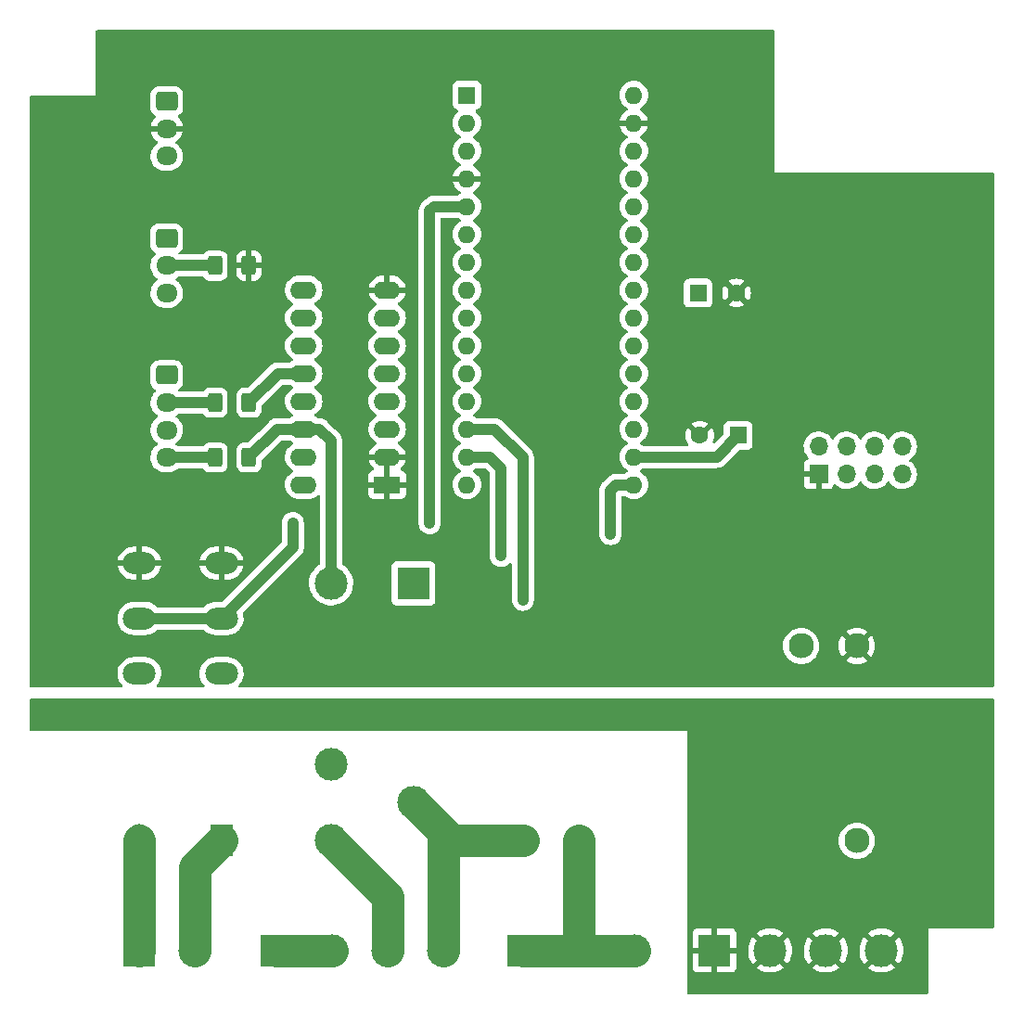
<source format=gbr>
%TF.GenerationSoftware,KiCad,Pcbnew,6.0.5*%
%TF.CreationDate,2022-07-08T15:37:50+02:00*%
%TF.ProjectId,pool_heater,706f6f6c-5f68-4656-9174-65722e6b6963,rev?*%
%TF.SameCoordinates,Original*%
%TF.FileFunction,Copper,L2,Bot*%
%TF.FilePolarity,Positive*%
%FSLAX46Y46*%
G04 Gerber Fmt 4.6, Leading zero omitted, Abs format (unit mm)*
G04 Created by KiCad (PCBNEW 6.0.5) date 2022-07-08 15:37:50*
%MOMM*%
%LPD*%
G01*
G04 APERTURE LIST*
G04 Aperture macros list*
%AMRoundRect*
0 Rectangle with rounded corners*
0 $1 Rounding radius*
0 $2 $3 $4 $5 $6 $7 $8 $9 X,Y pos of 4 corners*
0 Add a 4 corners polygon primitive as box body*
4,1,4,$2,$3,$4,$5,$6,$7,$8,$9,$2,$3,0*
0 Add four circle primitives for the rounded corners*
1,1,$1+$1,$2,$3*
1,1,$1+$1,$4,$5*
1,1,$1+$1,$6,$7*
1,1,$1+$1,$8,$9*
0 Add four rect primitives between the rounded corners*
20,1,$1+$1,$2,$3,$4,$5,0*
20,1,$1+$1,$4,$5,$6,$7,0*
20,1,$1+$1,$6,$7,$8,$9,0*
20,1,$1+$1,$8,$9,$2,$3,0*%
G04 Aperture macros list end*
%TA.AperFunction,ComponentPad*%
%ADD10R,3.000000X3.000000*%
%TD*%
%TA.AperFunction,ComponentPad*%
%ADD11C,3.000000*%
%TD*%
%TA.AperFunction,ComponentPad*%
%ADD12R,2.400000X1.600000*%
%TD*%
%TA.AperFunction,ComponentPad*%
%ADD13O,2.400000X1.600000*%
%TD*%
%TA.AperFunction,ComponentPad*%
%ADD14O,3.000000X2.000000*%
%TD*%
%TA.AperFunction,ComponentPad*%
%ADD15R,2.000000X3.000000*%
%TD*%
%TA.AperFunction,ComponentPad*%
%ADD16O,2.000000X3.000000*%
%TD*%
%TA.AperFunction,ComponentPad*%
%ADD17RoundRect,0.250000X-0.725000X0.600000X-0.725000X-0.600000X0.725000X-0.600000X0.725000X0.600000X0*%
%TD*%
%TA.AperFunction,ComponentPad*%
%ADD18O,1.950000X1.700000*%
%TD*%
%TA.AperFunction,ComponentPad*%
%ADD19R,1.600000X1.600000*%
%TD*%
%TA.AperFunction,ComponentPad*%
%ADD20C,1.600000*%
%TD*%
%TA.AperFunction,ComponentPad*%
%ADD21R,1.700000X1.700000*%
%TD*%
%TA.AperFunction,ComponentPad*%
%ADD22O,1.700000X1.700000*%
%TD*%
%TA.AperFunction,ComponentPad*%
%ADD23O,1.600000X1.600000*%
%TD*%
%TA.AperFunction,ComponentPad*%
%ADD24R,2.000000X2.300000*%
%TD*%
%TA.AperFunction,ComponentPad*%
%ADD25C,2.300000*%
%TD*%
%TA.AperFunction,SMDPad,CuDef*%
%ADD26RoundRect,0.250000X0.400000X0.625000X-0.400000X0.625000X-0.400000X-0.625000X0.400000X-0.625000X0*%
%TD*%
%TA.AperFunction,ViaPad*%
%ADD27C,0.800000*%
%TD*%
%TA.AperFunction,Conductor*%
%ADD28C,1.000000*%
%TD*%
%TA.AperFunction,Conductor*%
%ADD29C,3.000000*%
%TD*%
G04 APERTURE END LIST*
D10*
%TO.P,J1,1,Pin_1*%
%TO.N,Net-(J1-Pad1)*%
X31000000Y-105000000D03*
D11*
%TO.P,J1,2,Pin_2*%
%TO.N,Net-(J1-Pad2)*%
X36080000Y-105000000D03*
%TD*%
D12*
%TO.P,U1,1,I1*%
%TO.N,GND*%
X53620000Y-62500000D03*
D13*
%TO.P,U1,2,I2*%
X53620000Y-59960000D03*
%TO.P,U1,3,I3*%
%TO.N,Net-(A1-Pad11)*%
X53620000Y-57420000D03*
%TO.P,U1,4,I4*%
%TO.N,Net-(A1-Pad10)*%
X53620000Y-54880000D03*
%TO.P,U1,5,I5*%
%TO.N,Net-(A1-Pad9)*%
X53620000Y-52340000D03*
%TO.P,U1,6,I6*%
%TO.N,Net-(A1-Pad8)*%
X53620000Y-49800000D03*
%TO.P,U1,7,I7*%
%TO.N,Net-(A1-Pad7)*%
X53620000Y-47260000D03*
%TO.P,U1,8,GND*%
%TO.N,GND*%
X53620000Y-44720000D03*
%TO.P,U1,9,COM*%
%TO.N,+5V*%
X46000000Y-44720000D03*
%TO.P,U1,10,O7*%
%TO.N,/SONOFF_OUT*%
X46000000Y-47260000D03*
%TO.P,U1,11,O6*%
%TO.N,/POOL_PUMP_OUT*%
X46000000Y-49800000D03*
%TO.P,U1,12,O5*%
%TO.N,/HEATING_ON_OUT*%
X46000000Y-52340000D03*
%TO.P,U1,13,O4*%
%TO.N,/HEATING_ERROR_OUT*%
X46000000Y-54880000D03*
%TO.P,U1,14,O3*%
%TO.N,/HEATING_VALVE_OUT*%
X46000000Y-57420000D03*
%TO.P,U1,15,O2*%
%TO.N,unconnected-(U1-Pad15)*%
X46000000Y-59960000D03*
%TO.P,U1,16,O1*%
%TO.N,unconnected-(U1-Pad16)*%
X46000000Y-62500000D03*
%TD*%
D11*
%TO.P,K2,11*%
%TO.N,/AC_L*%
X56000000Y-91500000D03*
%TO.P,K2,12*%
%TO.N,unconnected-(K2-Pad12)*%
X48500000Y-88000000D03*
%TO.P,K2,14*%
%TO.N,/HEATING_VALVE_AC_L*%
X48500000Y-95000000D03*
D10*
%TO.P,K2,A1*%
%TO.N,+5V*%
X56000000Y-71500000D03*
D11*
%TO.P,K2,A2*%
%TO.N,/HEATING_VALVE_OUT*%
X48500000Y-71500000D03*
%TD*%
D14*
%TO.P,K1,11*%
%TO.N,Net-(A1-Pad5)*%
X31000000Y-74700000D03*
X38500000Y-74700000D03*
%TO.P,K1,12*%
%TO.N,unconnected-(K1-Pad12)*%
X38500000Y-79740000D03*
X31000000Y-79740000D03*
%TO.P,K1,14*%
%TO.N,GND*%
X31000000Y-69660000D03*
X38500000Y-69660000D03*
D15*
%TO.P,K1,A1*%
%TO.N,Net-(J1-Pad2)*%
X38500000Y-95000000D03*
D16*
%TO.P,K1,A2*%
%TO.N,Net-(J1-Pad1)*%
X31000000Y-95000000D03*
%TD*%
D17*
%TO.P,J7,1,Pin_1*%
%TO.N,Net-(J7-Pad1)*%
X33500000Y-52500000D03*
D18*
%TO.P,J7,2,Pin_2*%
%TO.N,Net-(J7-Pad2)*%
X33500000Y-55000000D03*
%TO.P,J7,3,Pin_3*%
%TO.N,Net-(J7-Pad3)*%
X33500000Y-57500000D03*
%TO.P,J7,4,Pin_4*%
%TO.N,Net-(J7-Pad4)*%
X33500000Y-60000000D03*
%TD*%
D17*
%TO.P,J6,1,Pin_1*%
%TO.N,+5V*%
X33500000Y-40000000D03*
D18*
%TO.P,J6,2,Pin_2*%
%TO.N,Net-(J6-Pad2)*%
X33500000Y-42500000D03*
%TO.P,J6,3,Pin_3*%
%TO.N,Net-(J6-Pad3)*%
X33500000Y-45000000D03*
%TD*%
D10*
%TO.P,J2,1,Pin_1*%
%TO.N,/HEATING_PUMP_AC_L*%
X43500000Y-105000000D03*
D11*
%TO.P,J2,2,Pin_2*%
X48580000Y-105000000D03*
%TO.P,J2,3,Pin_3*%
%TO.N,/HEATING_VALVE_AC_L*%
X53660000Y-105000000D03*
%TO.P,J2,4,Pin_4*%
%TO.N,/AC_L*%
X58740000Y-105000000D03*
%TD*%
D17*
%TO.P,J5,1,Pin_1*%
%TO.N,+5V*%
X33500000Y-27500000D03*
D18*
%TO.P,J5,2,Pin_2*%
%TO.N,GND*%
X33500000Y-30000000D03*
%TO.P,J5,3,Pin_3*%
%TO.N,/SONOFF_IN*%
X33500000Y-32500000D03*
%TD*%
D19*
%TO.P,C1,1*%
%TO.N,+3V3*%
X85652651Y-58000000D03*
D20*
%TO.P,C1,2*%
%TO.N,GND*%
X82152651Y-58000000D03*
%TD*%
D10*
%TO.P,J4,1,Pin_1*%
%TO.N,/AC_PE*%
X83500000Y-105000000D03*
D11*
%TO.P,J4,2,Pin_2*%
X88580000Y-105000000D03*
%TO.P,J4,3,Pin_3*%
X93660000Y-105000000D03*
%TO.P,J4,4,Pin_4*%
X98740000Y-105000000D03*
%TD*%
D21*
%TO.P,U2,1,GND*%
%TO.N,GND*%
X93000000Y-61540000D03*
D22*
%TO.P,U2,2,VCC*%
%TO.N,+3V3*%
X93000000Y-59000000D03*
%TO.P,U2,3,CE*%
%TO.N,Net-(A1-Pad12)*%
X95540000Y-61540000D03*
%TO.P,U2,4,~{CSN}*%
%TO.N,Net-(A1-Pad13)*%
X95540000Y-59000000D03*
%TO.P,U2,5,SCK*%
%TO.N,Net-(A1-Pad16)*%
X98080000Y-61540000D03*
%TO.P,U2,6,MOSI*%
%TO.N,Net-(A1-Pad14)*%
X98080000Y-59000000D03*
%TO.P,U2,7,MISO*%
%TO.N,Net-(A1-Pad15)*%
X100620000Y-61540000D03*
%TO.P,U2,8,IRQ*%
%TO.N,unconnected-(U2-Pad8)*%
X100620000Y-59000000D03*
%TD*%
D19*
%TO.P,A1,1,D1/TX*%
%TO.N,unconnected-(A1-Pad1)*%
X60890000Y-26940000D03*
D23*
%TO.P,A1,2,D0/RX*%
%TO.N,unconnected-(A1-Pad2)*%
X60890000Y-29480000D03*
%TO.P,A1,3,~{RESET}*%
%TO.N,unconnected-(A1-Pad3)*%
X60890000Y-32020000D03*
%TO.P,A1,4,GND*%
%TO.N,GND*%
X60890000Y-34560000D03*
%TO.P,A1,5,D2*%
%TO.N,Net-(A1-Pad5)*%
X60890000Y-37100000D03*
%TO.P,A1,6,D3*%
%TO.N,/SONOFF_IN*%
X60890000Y-39640000D03*
%TO.P,A1,7,D4*%
%TO.N,Net-(A1-Pad7)*%
X60890000Y-42180000D03*
%TO.P,A1,8,D5*%
%TO.N,Net-(A1-Pad8)*%
X60890000Y-44720000D03*
%TO.P,A1,9,D6*%
%TO.N,Net-(A1-Pad9)*%
X60890000Y-47260000D03*
%TO.P,A1,10,D7*%
%TO.N,Net-(A1-Pad10)*%
X60890000Y-49800000D03*
%TO.P,A1,11,D8*%
%TO.N,Net-(A1-Pad11)*%
X60890000Y-52340000D03*
%TO.P,A1,12,D9*%
%TO.N,Net-(A1-Pad12)*%
X60890000Y-54880000D03*
%TO.P,A1,13,D10*%
%TO.N,Net-(A1-Pad13)*%
X60890000Y-57420000D03*
%TO.P,A1,14,D11*%
%TO.N,Net-(A1-Pad14)*%
X60890000Y-59960000D03*
%TO.P,A1,15,D12*%
%TO.N,Net-(A1-Pad15)*%
X60890000Y-62500000D03*
%TO.P,A1,16,D13*%
%TO.N,Net-(A1-Pad16)*%
X76130000Y-62500000D03*
%TO.P,A1,17,3V3*%
%TO.N,+3V3*%
X76130000Y-59960000D03*
%TO.P,A1,18,AREF*%
%TO.N,unconnected-(A1-Pad18)*%
X76130000Y-57420000D03*
%TO.P,A1,19,A0*%
%TO.N,unconnected-(A1-Pad19)*%
X76130000Y-54880000D03*
%TO.P,A1,20,A1*%
%TO.N,unconnected-(A1-Pad20)*%
X76130000Y-52340000D03*
%TO.P,A1,21,A2*%
%TO.N,unconnected-(A1-Pad21)*%
X76130000Y-49800000D03*
%TO.P,A1,22,A3*%
%TO.N,unconnected-(A1-Pad22)*%
X76130000Y-47260000D03*
%TO.P,A1,23,A4*%
%TO.N,unconnected-(A1-Pad23)*%
X76130000Y-44720000D03*
%TO.P,A1,24,A5*%
%TO.N,unconnected-(A1-Pad24)*%
X76130000Y-42180000D03*
%TO.P,A1,25,A6*%
%TO.N,unconnected-(A1-Pad25)*%
X76130000Y-39640000D03*
%TO.P,A1,26,A7*%
%TO.N,unconnected-(A1-Pad26)*%
X76130000Y-37100000D03*
%TO.P,A1,27,+5V*%
%TO.N,+5V*%
X76130000Y-34560000D03*
%TO.P,A1,28,~{RESET}*%
%TO.N,unconnected-(A1-Pad28)*%
X76130000Y-32020000D03*
%TO.P,A1,29,GND*%
%TO.N,GND*%
X76130000Y-29480000D03*
%TO.P,A1,30,VIN*%
%TO.N,unconnected-(A1-Pad30)*%
X76130000Y-26940000D03*
%TD*%
D24*
%TO.P,PS1,1,AC/L*%
%TO.N,/AC_L*%
X66000000Y-95000000D03*
D25*
%TO.P,PS1,3,AC/N*%
%TO.N,/AC_N*%
X71080000Y-95000000D03*
%TO.P,PS1,5,NC*%
%TO.N,unconnected-(PS1-Pad5)*%
X96480000Y-95000000D03*
%TO.P,PS1,14,-Vo*%
%TO.N,GND*%
X96480000Y-77220000D03*
%TO.P,PS1,16,+Vo*%
%TO.N,+5V*%
X91400000Y-77220000D03*
%TD*%
D10*
%TO.P,J3,1,Pin_1*%
%TO.N,/AC_N*%
X66000000Y-105000000D03*
D11*
%TO.P,J3,2,Pin_2*%
X71080000Y-105000000D03*
%TO.P,J3,3,Pin_3*%
X76160000Y-105000000D03*
%TD*%
D19*
%TO.P,C2,1*%
%TO.N,+5V*%
X82000000Y-45000000D03*
D20*
%TO.P,C2,2*%
%TO.N,GND*%
X85500000Y-45000000D03*
%TD*%
D26*
%TO.P,R1,1*%
%TO.N,GND*%
X41000000Y-42500000D03*
%TO.P,R1,2*%
%TO.N,Net-(J6-Pad2)*%
X37900000Y-42500000D03*
%TD*%
%TO.P,R4,1*%
%TO.N,/HEATING_ON_OUT*%
X41000000Y-55000000D03*
%TO.P,R4,2*%
%TO.N,Net-(J7-Pad2)*%
X37900000Y-55000000D03*
%TD*%
%TO.P,R6,1*%
%TO.N,/HEATING_VALVE_OUT*%
X41000000Y-60000000D03*
%TO.P,R6,2*%
%TO.N,Net-(J7-Pad4)*%
X37900000Y-60000000D03*
%TD*%
D27*
%TO.N,Net-(A1-Pad5)*%
X45000000Y-66000000D03*
X57500000Y-66000000D03*
%TO.N,Net-(A1-Pad13)*%
X66000000Y-73000000D03*
%TO.N,Net-(A1-Pad14)*%
X64000000Y-69000000D03*
%TO.N,Net-(A1-Pad16)*%
X74000000Y-67000000D03*
%TD*%
D28*
%TO.N,+3V3*%
X76130000Y-59960000D02*
X83692651Y-59960000D01*
X83692651Y-59960000D02*
X85652651Y-58000000D01*
%TO.N,Net-(A1-Pad5)*%
X57500000Y-37500000D02*
X57900000Y-37100000D01*
X45000000Y-68200000D02*
X38500000Y-74700000D01*
X57500000Y-66000000D02*
X57500000Y-37500000D01*
X38500000Y-74700000D02*
X31000000Y-74700000D01*
X45000000Y-66000000D02*
X45000000Y-68200000D01*
X57900000Y-37100000D02*
X60890000Y-37100000D01*
%TO.N,Net-(A1-Pad13)*%
X63420000Y-57420000D02*
X60890000Y-57420000D01*
X66000000Y-73000000D02*
X66000000Y-60000000D01*
X66000000Y-60000000D02*
X63420000Y-57420000D01*
%TO.N,Net-(A1-Pad14)*%
X62960000Y-59960000D02*
X60890000Y-59960000D01*
X64000000Y-69000000D02*
X64000000Y-61000000D01*
X64000000Y-61000000D02*
X62960000Y-59960000D01*
%TO.N,Net-(A1-Pad16)*%
X74000000Y-63000000D02*
X74000000Y-67000000D01*
X76130000Y-62500000D02*
X74500000Y-62500000D01*
X74500000Y-62500000D02*
X74000000Y-63000000D01*
D29*
%TO.N,Net-(J1-Pad1)*%
X31000000Y-105000000D02*
X31000000Y-95000000D01*
%TO.N,Net-(J1-Pad2)*%
X36080000Y-97420000D02*
X38500000Y-95000000D01*
X36080000Y-105000000D02*
X36080000Y-97420000D01*
%TO.N,/HEATING_PUMP_AC_L*%
X48580000Y-105000000D02*
X43500000Y-105000000D01*
%TO.N,/HEATING_VALVE_AC_L*%
X53660000Y-100160000D02*
X48500000Y-95000000D01*
X53660000Y-105000000D02*
X53660000Y-100160000D01*
%TO.N,/AC_L*%
X58740000Y-105000000D02*
X58740000Y-94240000D01*
X59500000Y-95000000D02*
X58740000Y-94240000D01*
X58740000Y-94240000D02*
X56000000Y-91500000D01*
X66000000Y-95000000D02*
X59500000Y-95000000D01*
%TO.N,/AC_N*%
X66000000Y-105000000D02*
X71080000Y-105000000D01*
X71080000Y-105000000D02*
X71080000Y-95000000D01*
X71080000Y-105000000D02*
X76160000Y-105000000D01*
D28*
%TO.N,/HEATING_VALVE_OUT*%
X48500000Y-58500000D02*
X47420000Y-57420000D01*
X43580000Y-57420000D02*
X46000000Y-57420000D01*
X41000000Y-60000000D02*
X43580000Y-57420000D01*
X47420000Y-57420000D02*
X46000000Y-57420000D01*
X48500000Y-71500000D02*
X48500000Y-58500000D01*
%TO.N,/HEATING_ON_OUT*%
X43660000Y-52340000D02*
X46000000Y-52340000D01*
X41000000Y-55000000D02*
X43660000Y-52340000D01*
%TO.N,Net-(J6-Pad2)*%
X37900000Y-42500000D02*
X33500000Y-42500000D01*
%TO.N,Net-(J7-Pad2)*%
X37900000Y-55000000D02*
X33500000Y-55000000D01*
%TO.N,Net-(J7-Pad4)*%
X37900000Y-60000000D02*
X33500000Y-60000000D01*
%TD*%
%TA.AperFunction,Conductor*%
%TO.N,GND*%
G36*
X88942121Y-21020002D02*
G01*
X88988614Y-21073658D01*
X89000000Y-21126000D01*
X89000000Y-34000000D01*
X108874000Y-34000000D01*
X108942121Y-34020002D01*
X108988614Y-34073658D01*
X109000000Y-34126000D01*
X109000000Y-80874000D01*
X108979998Y-80942121D01*
X108926342Y-80988614D01*
X108874000Y-81000000D01*
X40183391Y-81000000D01*
X40115270Y-80979998D01*
X40068777Y-80926342D01*
X40058673Y-80856068D01*
X40089894Y-80792320D01*
X40088655Y-80791302D01*
X40239526Y-80607628D01*
X40239528Y-80607625D01*
X40242734Y-80603722D01*
X40364841Y-80393922D01*
X40451833Y-80167298D01*
X40501474Y-79929680D01*
X40512486Y-79687183D01*
X40497235Y-79555373D01*
X40485167Y-79451071D01*
X40485166Y-79451067D01*
X40484585Y-79446044D01*
X40445517Y-79307978D01*
X40419866Y-79217331D01*
X40418490Y-79212468D01*
X40416356Y-79207892D01*
X40416354Y-79207886D01*
X40318038Y-78997046D01*
X40318036Y-78997042D01*
X40315901Y-78992464D01*
X40179456Y-78791693D01*
X40012668Y-78615319D01*
X39951739Y-78568735D01*
X39823846Y-78470953D01*
X39823842Y-78470950D01*
X39819826Y-78467880D01*
X39605891Y-78353169D01*
X39376369Y-78274138D01*
X39277022Y-78256978D01*
X39141074Y-78233496D01*
X39141068Y-78233495D01*
X39137164Y-78232821D01*
X39133203Y-78232641D01*
X39133202Y-78232641D01*
X39109494Y-78231564D01*
X39109475Y-78231564D01*
X39108075Y-78231500D01*
X37938999Y-78231500D01*
X37936491Y-78231702D01*
X37936486Y-78231702D01*
X37763076Y-78245654D01*
X37763071Y-78245655D01*
X37758035Y-78246060D01*
X37753127Y-78247266D01*
X37753124Y-78247266D01*
X37637007Y-78275787D01*
X37522294Y-78303963D01*
X37517642Y-78305938D01*
X37517638Y-78305939D01*
X37410252Y-78351522D01*
X37298844Y-78398812D01*
X37294560Y-78401510D01*
X37097712Y-78525472D01*
X37097709Y-78525474D01*
X37093433Y-78528167D01*
X37089639Y-78531512D01*
X36915142Y-78685350D01*
X36915139Y-78685353D01*
X36911345Y-78688698D01*
X36908135Y-78692606D01*
X36908134Y-78692607D01*
X36768053Y-78863146D01*
X36757266Y-78876278D01*
X36635159Y-79086078D01*
X36548167Y-79312702D01*
X36498526Y-79550320D01*
X36487514Y-79792817D01*
X36488095Y-79797837D01*
X36488095Y-79797841D01*
X36503923Y-79934631D01*
X36515415Y-80033956D01*
X36516791Y-80038820D01*
X36516792Y-80038823D01*
X36562476Y-80200266D01*
X36581510Y-80267532D01*
X36583644Y-80272108D01*
X36583646Y-80272114D01*
X36640446Y-80393922D01*
X36684099Y-80487536D01*
X36820544Y-80688307D01*
X36824023Y-80691986D01*
X36824027Y-80691991D01*
X36914276Y-80787427D01*
X36946548Y-80850665D01*
X36939508Y-80921312D01*
X36895391Y-80976937D01*
X36822728Y-81000000D01*
X32683391Y-81000000D01*
X32615270Y-80979998D01*
X32568777Y-80926342D01*
X32558673Y-80856068D01*
X32589894Y-80792320D01*
X32588655Y-80791302D01*
X32739526Y-80607628D01*
X32739528Y-80607625D01*
X32742734Y-80603722D01*
X32864841Y-80393922D01*
X32951833Y-80167298D01*
X33001474Y-79929680D01*
X33012486Y-79687183D01*
X32997235Y-79555373D01*
X32985167Y-79451071D01*
X32985166Y-79451067D01*
X32984585Y-79446044D01*
X32945517Y-79307978D01*
X32919866Y-79217331D01*
X32918490Y-79212468D01*
X32916356Y-79207892D01*
X32916354Y-79207886D01*
X32818038Y-78997046D01*
X32818036Y-78997042D01*
X32815901Y-78992464D01*
X32679456Y-78791693D01*
X32512668Y-78615319D01*
X32451739Y-78568735D01*
X32323846Y-78470953D01*
X32323842Y-78470950D01*
X32319826Y-78467880D01*
X32105891Y-78353169D01*
X31876369Y-78274138D01*
X31777022Y-78256978D01*
X31641074Y-78233496D01*
X31641068Y-78233495D01*
X31637164Y-78232821D01*
X31633203Y-78232641D01*
X31633202Y-78232641D01*
X31609494Y-78231564D01*
X31609475Y-78231564D01*
X31608075Y-78231500D01*
X30438999Y-78231500D01*
X30436491Y-78231702D01*
X30436486Y-78231702D01*
X30263076Y-78245654D01*
X30263071Y-78245655D01*
X30258035Y-78246060D01*
X30253127Y-78247266D01*
X30253124Y-78247266D01*
X30137007Y-78275787D01*
X30022294Y-78303963D01*
X30017642Y-78305938D01*
X30017638Y-78305939D01*
X29910252Y-78351522D01*
X29798844Y-78398812D01*
X29794560Y-78401510D01*
X29597712Y-78525472D01*
X29597709Y-78525474D01*
X29593433Y-78528167D01*
X29589639Y-78531512D01*
X29415142Y-78685350D01*
X29415139Y-78685353D01*
X29411345Y-78688698D01*
X29408135Y-78692606D01*
X29408134Y-78692607D01*
X29268053Y-78863146D01*
X29257266Y-78876278D01*
X29135159Y-79086078D01*
X29048167Y-79312702D01*
X28998526Y-79550320D01*
X28987514Y-79792817D01*
X28988095Y-79797837D01*
X28988095Y-79797841D01*
X29003923Y-79934631D01*
X29015415Y-80033956D01*
X29016791Y-80038820D01*
X29016792Y-80038823D01*
X29062476Y-80200266D01*
X29081510Y-80267532D01*
X29083644Y-80272108D01*
X29083646Y-80272114D01*
X29140446Y-80393922D01*
X29184099Y-80487536D01*
X29320544Y-80688307D01*
X29324023Y-80691986D01*
X29324027Y-80691991D01*
X29414276Y-80787427D01*
X29446548Y-80850665D01*
X29439508Y-80921312D01*
X29395391Y-80976937D01*
X29322728Y-81000000D01*
X21126000Y-81000000D01*
X21057879Y-80979998D01*
X21011386Y-80926342D01*
X21000000Y-80874000D01*
X21000000Y-77220000D01*
X89736372Y-77220000D01*
X89756854Y-77480249D01*
X89758008Y-77485056D01*
X89758009Y-77485062D01*
X89796424Y-77645069D01*
X89817796Y-77734089D01*
X89917697Y-77975271D01*
X90054097Y-78197856D01*
X90223637Y-78396363D01*
X90422144Y-78565903D01*
X90644729Y-78702303D01*
X90649299Y-78704196D01*
X90649303Y-78704198D01*
X90880189Y-78799834D01*
X90885911Y-78802204D01*
X90974931Y-78823576D01*
X91134938Y-78861991D01*
X91134944Y-78861992D01*
X91139751Y-78863146D01*
X91400000Y-78883628D01*
X91660249Y-78863146D01*
X91665056Y-78861992D01*
X91665062Y-78861991D01*
X91825069Y-78823576D01*
X91914089Y-78802204D01*
X91919811Y-78799834D01*
X92150697Y-78704198D01*
X92150701Y-78704196D01*
X92155271Y-78702303D01*
X92377856Y-78565903D01*
X92382187Y-78562204D01*
X95503151Y-78562204D01*
X95507720Y-78568735D01*
X95720736Y-78699271D01*
X95729530Y-78703752D01*
X95961492Y-78799834D01*
X95970877Y-78802883D01*
X96215017Y-78861496D01*
X96224764Y-78863039D01*
X96475070Y-78882739D01*
X96484930Y-78882739D01*
X96735236Y-78863039D01*
X96744983Y-78861496D01*
X96989123Y-78802883D01*
X96998508Y-78799834D01*
X97230470Y-78703752D01*
X97239264Y-78699271D01*
X97450875Y-78569596D01*
X97456922Y-78560330D01*
X97450915Y-78550125D01*
X96492812Y-77592022D01*
X96478868Y-77584408D01*
X96477035Y-77584539D01*
X96470420Y-77588790D01*
X95510544Y-78548666D01*
X95503151Y-78562204D01*
X92382187Y-78562204D01*
X92576363Y-78396363D01*
X92745903Y-78197856D01*
X92882303Y-77975271D01*
X92982204Y-77734089D01*
X93003576Y-77645069D01*
X93041991Y-77485062D01*
X93041992Y-77485056D01*
X93043146Y-77480249D01*
X93063240Y-77224930D01*
X94817261Y-77224930D01*
X94836961Y-77475236D01*
X94838504Y-77484983D01*
X94897117Y-77729123D01*
X94900166Y-77738508D01*
X94996248Y-77970470D01*
X95000729Y-77979264D01*
X95130404Y-78190875D01*
X95139670Y-78196922D01*
X95149875Y-78190915D01*
X96107978Y-77232812D01*
X96114356Y-77221132D01*
X96844408Y-77221132D01*
X96844539Y-77222965D01*
X96848790Y-77229580D01*
X97808666Y-78189456D01*
X97822204Y-78196849D01*
X97828735Y-78192280D01*
X97959271Y-77979264D01*
X97963752Y-77970470D01*
X98059834Y-77738508D01*
X98062883Y-77729123D01*
X98121496Y-77484983D01*
X98123039Y-77475236D01*
X98142739Y-77224930D01*
X98142739Y-77215070D01*
X98123039Y-76964764D01*
X98121496Y-76955017D01*
X98062883Y-76710877D01*
X98059834Y-76701492D01*
X97963752Y-76469530D01*
X97959271Y-76460736D01*
X97829596Y-76249125D01*
X97820330Y-76243078D01*
X97810125Y-76249085D01*
X96852022Y-77207188D01*
X96844408Y-77221132D01*
X96114356Y-77221132D01*
X96115592Y-77218868D01*
X96115461Y-77217035D01*
X96111210Y-77210420D01*
X95151334Y-76250544D01*
X95137796Y-76243151D01*
X95131265Y-76247720D01*
X95000729Y-76460736D01*
X94996248Y-76469530D01*
X94900166Y-76701492D01*
X94897117Y-76710877D01*
X94838504Y-76955017D01*
X94836961Y-76964764D01*
X94817261Y-77215070D01*
X94817261Y-77224930D01*
X93063240Y-77224930D01*
X93063628Y-77220000D01*
X93043146Y-76959751D01*
X93041992Y-76954944D01*
X93041991Y-76954938D01*
X92983359Y-76710723D01*
X92982204Y-76705911D01*
X92882303Y-76464729D01*
X92745903Y-76242144D01*
X92576363Y-76043637D01*
X92384381Y-75879670D01*
X95503078Y-75879670D01*
X95509085Y-75889875D01*
X96467188Y-76847978D01*
X96481132Y-76855592D01*
X96482965Y-76855461D01*
X96489580Y-76851210D01*
X97449456Y-75891334D01*
X97456849Y-75877796D01*
X97452280Y-75871265D01*
X97239264Y-75740729D01*
X97230470Y-75736248D01*
X96998508Y-75640166D01*
X96989123Y-75637117D01*
X96744983Y-75578504D01*
X96735236Y-75576961D01*
X96484930Y-75557261D01*
X96475070Y-75557261D01*
X96224764Y-75576961D01*
X96215017Y-75578504D01*
X95970877Y-75637117D01*
X95961492Y-75640166D01*
X95729530Y-75736248D01*
X95720736Y-75740729D01*
X95509125Y-75870404D01*
X95503078Y-75879670D01*
X92384381Y-75879670D01*
X92377856Y-75874097D01*
X92155271Y-75737697D01*
X92150701Y-75735804D01*
X92150697Y-75735802D01*
X91918662Y-75639690D01*
X91918660Y-75639689D01*
X91914089Y-75637796D01*
X91825069Y-75616424D01*
X91665062Y-75578009D01*
X91665056Y-75578008D01*
X91660249Y-75576854D01*
X91400000Y-75556372D01*
X91139751Y-75576854D01*
X91134944Y-75578008D01*
X91134938Y-75578009D01*
X90974931Y-75616424D01*
X90885911Y-75637796D01*
X90881340Y-75639689D01*
X90881338Y-75639690D01*
X90649303Y-75735802D01*
X90649299Y-75735804D01*
X90644729Y-75737697D01*
X90422144Y-75874097D01*
X90223637Y-76043637D01*
X90054097Y-76242144D01*
X89917697Y-76464729D01*
X89817796Y-76705911D01*
X89816641Y-76710723D01*
X89758009Y-76954938D01*
X89758008Y-76954944D01*
X89756854Y-76959751D01*
X89736372Y-77220000D01*
X21000000Y-77220000D01*
X21000000Y-74752817D01*
X28987514Y-74752817D01*
X28988095Y-74757837D01*
X28988095Y-74757841D01*
X29003923Y-74894631D01*
X29015415Y-74993956D01*
X29016791Y-74998820D01*
X29016792Y-74998823D01*
X29062476Y-75160266D01*
X29081510Y-75227532D01*
X29083644Y-75232108D01*
X29083646Y-75232114D01*
X29140446Y-75353922D01*
X29184099Y-75447536D01*
X29320544Y-75648307D01*
X29487332Y-75824681D01*
X29491358Y-75827759D01*
X29491359Y-75827760D01*
X29676154Y-75969047D01*
X29676158Y-75969050D01*
X29680174Y-75972120D01*
X29894109Y-76086831D01*
X30123631Y-76165862D01*
X30222978Y-76183022D01*
X30358926Y-76206504D01*
X30358932Y-76206505D01*
X30362836Y-76207179D01*
X30366797Y-76207359D01*
X30366798Y-76207359D01*
X30390506Y-76208436D01*
X30390525Y-76208436D01*
X30391925Y-76208500D01*
X31561001Y-76208500D01*
X31563509Y-76208298D01*
X31563514Y-76208298D01*
X31736924Y-76194346D01*
X31736929Y-76194345D01*
X31741965Y-76193940D01*
X31746873Y-76192734D01*
X31746876Y-76192734D01*
X31972792Y-76137244D01*
X31977706Y-76136037D01*
X31982358Y-76134062D01*
X31982362Y-76134061D01*
X32118171Y-76076413D01*
X32201156Y-76041188D01*
X32307037Y-75974511D01*
X32402288Y-75914528D01*
X32402291Y-75914526D01*
X32406567Y-75911833D01*
X32588655Y-75751302D01*
X32591869Y-75747390D01*
X32592272Y-75746972D01*
X32653982Y-75711865D01*
X32682908Y-75708500D01*
X36823201Y-75708500D01*
X36891322Y-75728502D01*
X36914749Y-75747927D01*
X36987332Y-75824681D01*
X36991358Y-75827759D01*
X36991359Y-75827760D01*
X37176154Y-75969047D01*
X37176158Y-75969050D01*
X37180174Y-75972120D01*
X37394109Y-76086831D01*
X37623631Y-76165862D01*
X37722978Y-76183022D01*
X37858926Y-76206504D01*
X37858932Y-76206505D01*
X37862836Y-76207179D01*
X37866797Y-76207359D01*
X37866798Y-76207359D01*
X37890506Y-76208436D01*
X37890525Y-76208436D01*
X37891925Y-76208500D01*
X39061001Y-76208500D01*
X39063509Y-76208298D01*
X39063514Y-76208298D01*
X39236924Y-76194346D01*
X39236929Y-76194345D01*
X39241965Y-76193940D01*
X39246873Y-76192734D01*
X39246876Y-76192734D01*
X39472792Y-76137244D01*
X39477706Y-76136037D01*
X39482358Y-76134062D01*
X39482362Y-76134061D01*
X39618171Y-76076413D01*
X39701156Y-76041188D01*
X39807037Y-75974511D01*
X39902288Y-75914528D01*
X39902291Y-75914526D01*
X39906567Y-75911833D01*
X40005422Y-75824681D01*
X40084858Y-75754650D01*
X40084861Y-75754647D01*
X40088655Y-75751302D01*
X40099830Y-75737697D01*
X40239526Y-75567628D01*
X40239528Y-75567625D01*
X40242734Y-75563722D01*
X40364841Y-75353922D01*
X40451833Y-75127298D01*
X40501474Y-74889680D01*
X40512486Y-74647183D01*
X40497235Y-74515373D01*
X40485167Y-74411071D01*
X40485166Y-74411067D01*
X40484585Y-74406044D01*
X40483206Y-74401172D01*
X40483205Y-74401165D01*
X40446399Y-74271094D01*
X40447097Y-74200101D01*
X40478543Y-74147692D01*
X45669379Y-68956855D01*
X45679522Y-68947753D01*
X45704218Y-68927897D01*
X45709025Y-68924032D01*
X45741292Y-68885578D01*
X45744472Y-68881931D01*
X45746115Y-68880119D01*
X45748309Y-68877925D01*
X45775642Y-68844651D01*
X45776348Y-68843800D01*
X45832195Y-68777244D01*
X45836154Y-68772526D01*
X45838722Y-68767856D01*
X45842103Y-68763739D01*
X45885977Y-68681914D01*
X45886606Y-68680755D01*
X45928462Y-68604619D01*
X45928465Y-68604611D01*
X45931433Y-68599213D01*
X45933045Y-68594131D01*
X45935562Y-68589437D01*
X45962762Y-68500469D01*
X45963108Y-68499358D01*
X45989373Y-68416563D01*
X45991235Y-68410694D01*
X45991829Y-68405398D01*
X45993387Y-68400302D01*
X46002790Y-68307743D01*
X46002911Y-68306607D01*
X46008500Y-68256773D01*
X46008500Y-68253246D01*
X46008555Y-68252261D01*
X46009002Y-68246581D01*
X46013374Y-68203538D01*
X46009059Y-68157891D01*
X46008500Y-68146033D01*
X46008500Y-65950231D01*
X46007814Y-65943227D01*
X45994681Y-65809301D01*
X45994080Y-65803167D01*
X45936916Y-65613831D01*
X45844066Y-65439204D01*
X45773709Y-65352938D01*
X45722960Y-65290713D01*
X45722957Y-65290710D01*
X45719065Y-65285938D01*
X45712724Y-65280692D01*
X45571425Y-65163799D01*
X45571421Y-65163797D01*
X45566675Y-65159870D01*
X45392701Y-65065802D01*
X45203768Y-65007318D01*
X45197643Y-65006674D01*
X45197642Y-65006674D01*
X45013204Y-64987289D01*
X45013202Y-64987289D01*
X45007075Y-64986645D01*
X44924576Y-64994153D01*
X44816251Y-65004011D01*
X44816248Y-65004012D01*
X44810112Y-65004570D01*
X44804206Y-65006308D01*
X44804202Y-65006309D01*
X44699076Y-65037249D01*
X44620381Y-65060410D01*
X44614923Y-65063263D01*
X44614919Y-65063265D01*
X44524147Y-65110720D01*
X44445110Y-65152040D01*
X44290975Y-65275968D01*
X44163846Y-65427474D01*
X44160879Y-65432872D01*
X44160875Y-65432877D01*
X44157397Y-65439204D01*
X44068567Y-65600787D01*
X44066706Y-65606654D01*
X44066705Y-65606656D01*
X44010627Y-65783436D01*
X44008765Y-65789306D01*
X43991500Y-65943227D01*
X43991500Y-67730075D01*
X43971498Y-67798196D01*
X43954595Y-67819170D01*
X38619171Y-73154595D01*
X38556859Y-73188621D01*
X38530076Y-73191500D01*
X37938999Y-73191500D01*
X37936491Y-73191702D01*
X37936486Y-73191702D01*
X37763076Y-73205654D01*
X37763071Y-73205655D01*
X37758035Y-73206060D01*
X37753127Y-73207266D01*
X37753124Y-73207266D01*
X37563300Y-73253891D01*
X37522294Y-73263963D01*
X37517642Y-73265938D01*
X37517638Y-73265939D01*
X37410252Y-73311522D01*
X37298844Y-73358812D01*
X37234689Y-73399213D01*
X37097712Y-73485472D01*
X37097709Y-73485474D01*
X37093433Y-73488167D01*
X36911345Y-73648698D01*
X36908131Y-73652610D01*
X36907728Y-73653028D01*
X36846018Y-73688135D01*
X36817092Y-73691500D01*
X32676799Y-73691500D01*
X32608678Y-73671498D01*
X32585251Y-73652073D01*
X32516150Y-73579001D01*
X32516149Y-73579000D01*
X32512668Y-73575319D01*
X32501948Y-73567123D01*
X32323846Y-73430953D01*
X32323842Y-73430950D01*
X32319826Y-73427880D01*
X32284858Y-73409130D01*
X32110352Y-73315561D01*
X32105891Y-73313169D01*
X31876369Y-73234138D01*
X31740640Y-73210694D01*
X31641074Y-73193496D01*
X31641068Y-73193495D01*
X31637164Y-73192821D01*
X31633203Y-73192641D01*
X31633202Y-73192641D01*
X31609494Y-73191564D01*
X31609475Y-73191564D01*
X31608075Y-73191500D01*
X30438999Y-73191500D01*
X30436491Y-73191702D01*
X30436486Y-73191702D01*
X30263076Y-73205654D01*
X30263071Y-73205655D01*
X30258035Y-73206060D01*
X30253127Y-73207266D01*
X30253124Y-73207266D01*
X30063300Y-73253891D01*
X30022294Y-73263963D01*
X30017642Y-73265938D01*
X30017638Y-73265939D01*
X29910252Y-73311522D01*
X29798844Y-73358812D01*
X29734689Y-73399213D01*
X29597712Y-73485472D01*
X29597709Y-73485474D01*
X29593433Y-73488167D01*
X29589639Y-73491512D01*
X29415142Y-73645350D01*
X29415139Y-73645353D01*
X29411345Y-73648698D01*
X29408135Y-73652606D01*
X29408134Y-73652607D01*
X29353346Y-73719308D01*
X29257266Y-73836278D01*
X29201980Y-73931268D01*
X29154530Y-74012796D01*
X29135159Y-74046078D01*
X29133346Y-74050801D01*
X29076036Y-74200101D01*
X29048167Y-74272702D01*
X29047133Y-74277652D01*
X29047132Y-74277655D01*
X29021330Y-74401165D01*
X28998526Y-74510320D01*
X28987514Y-74752817D01*
X21000000Y-74752817D01*
X21000000Y-69931114D01*
X29013275Y-69931114D01*
X29015325Y-69948830D01*
X29017285Y-69958727D01*
X29080604Y-70182494D01*
X29084116Y-70191938D01*
X29182399Y-70402705D01*
X29187378Y-70411471D01*
X29318087Y-70603802D01*
X29324419Y-70611677D01*
X29484186Y-70780626D01*
X29491695Y-70787387D01*
X29676426Y-70928625D01*
X29684905Y-70934089D01*
X29889847Y-71043978D01*
X29899099Y-71048020D01*
X30118971Y-71123727D01*
X30128743Y-71126236D01*
X30358971Y-71166004D01*
X30366843Y-71166859D01*
X30390551Y-71167936D01*
X30393384Y-71168000D01*
X30727885Y-71168000D01*
X30743124Y-71163525D01*
X30744329Y-71162135D01*
X30746000Y-71154452D01*
X30746000Y-71149885D01*
X31254000Y-71149885D01*
X31258475Y-71165124D01*
X31259865Y-71166329D01*
X31267548Y-71168000D01*
X31558456Y-71168000D01*
X31563488Y-71167798D01*
X31736843Y-71153850D01*
X31746796Y-71152238D01*
X31972633Y-71096767D01*
X31982203Y-71093584D01*
X32196265Y-71002720D01*
X32205207Y-70998045D01*
X32401987Y-70874126D01*
X32410060Y-70868086D01*
X32584500Y-70714297D01*
X32591504Y-70707044D01*
X32739110Y-70527346D01*
X32744866Y-70519064D01*
X32861841Y-70318081D01*
X32866203Y-70308976D01*
X32949537Y-70091885D01*
X32952388Y-70082196D01*
X32983821Y-69931736D01*
X32983771Y-69931114D01*
X36513275Y-69931114D01*
X36515325Y-69948830D01*
X36517285Y-69958727D01*
X36580604Y-70182494D01*
X36584116Y-70191938D01*
X36682399Y-70402705D01*
X36687378Y-70411471D01*
X36818087Y-70603802D01*
X36824419Y-70611677D01*
X36984186Y-70780626D01*
X36991695Y-70787387D01*
X37176426Y-70928625D01*
X37184905Y-70934089D01*
X37389847Y-71043978D01*
X37399099Y-71048020D01*
X37618971Y-71123727D01*
X37628743Y-71126236D01*
X37858971Y-71166004D01*
X37866843Y-71166859D01*
X37890551Y-71167936D01*
X37893384Y-71168000D01*
X38227885Y-71168000D01*
X38243124Y-71163525D01*
X38244329Y-71162135D01*
X38246000Y-71154452D01*
X38246000Y-71149885D01*
X38754000Y-71149885D01*
X38758475Y-71165124D01*
X38759865Y-71166329D01*
X38767548Y-71168000D01*
X39058456Y-71168000D01*
X39063488Y-71167798D01*
X39236843Y-71153850D01*
X39246796Y-71152238D01*
X39472633Y-71096767D01*
X39482203Y-71093584D01*
X39696265Y-71002720D01*
X39705207Y-70998045D01*
X39901987Y-70874126D01*
X39910060Y-70868086D01*
X40084500Y-70714297D01*
X40091504Y-70707044D01*
X40239110Y-70527346D01*
X40244866Y-70519064D01*
X40361841Y-70318081D01*
X40366203Y-70308976D01*
X40449537Y-70091885D01*
X40452388Y-70082196D01*
X40483821Y-69931736D01*
X40482698Y-69917675D01*
X40472590Y-69914000D01*
X38772115Y-69914000D01*
X38756876Y-69918475D01*
X38755671Y-69919865D01*
X38754000Y-69927548D01*
X38754000Y-71149885D01*
X38246000Y-71149885D01*
X38246000Y-69932115D01*
X38241525Y-69916876D01*
X38240135Y-69915671D01*
X38232452Y-69914000D01*
X36529410Y-69914000D01*
X36515324Y-69918136D01*
X36513275Y-69931114D01*
X32983771Y-69931114D01*
X32982698Y-69917675D01*
X32972590Y-69914000D01*
X31272115Y-69914000D01*
X31256876Y-69918475D01*
X31255671Y-69919865D01*
X31254000Y-69927548D01*
X31254000Y-71149885D01*
X30746000Y-71149885D01*
X30746000Y-69932115D01*
X30741525Y-69916876D01*
X30740135Y-69915671D01*
X30732452Y-69914000D01*
X29029410Y-69914000D01*
X29015324Y-69918136D01*
X29013275Y-69931114D01*
X21000000Y-69931114D01*
X21000000Y-69388264D01*
X29016179Y-69388264D01*
X29017302Y-69402325D01*
X29027410Y-69406000D01*
X30727885Y-69406000D01*
X30743124Y-69401525D01*
X30744329Y-69400135D01*
X30746000Y-69392452D01*
X30746000Y-69387885D01*
X31254000Y-69387885D01*
X31258475Y-69403124D01*
X31259865Y-69404329D01*
X31267548Y-69406000D01*
X32970590Y-69406000D01*
X32984676Y-69401864D01*
X32986725Y-69388886D01*
X32986653Y-69388264D01*
X36516179Y-69388264D01*
X36517302Y-69402325D01*
X36527410Y-69406000D01*
X38227885Y-69406000D01*
X38243124Y-69401525D01*
X38244329Y-69400135D01*
X38246000Y-69392452D01*
X38246000Y-69387885D01*
X38754000Y-69387885D01*
X38758475Y-69403124D01*
X38759865Y-69404329D01*
X38767548Y-69406000D01*
X40470590Y-69406000D01*
X40484676Y-69401864D01*
X40486725Y-69388886D01*
X40484675Y-69371170D01*
X40482715Y-69361273D01*
X40419396Y-69137506D01*
X40415884Y-69128062D01*
X40317601Y-68917295D01*
X40312622Y-68908529D01*
X40181913Y-68716198D01*
X40175581Y-68708323D01*
X40015814Y-68539374D01*
X40008305Y-68532613D01*
X39823574Y-68391375D01*
X39815095Y-68385911D01*
X39610153Y-68276022D01*
X39600901Y-68271980D01*
X39381029Y-68196273D01*
X39371257Y-68193764D01*
X39141029Y-68153996D01*
X39133157Y-68153141D01*
X39109449Y-68152064D01*
X39106616Y-68152000D01*
X38772115Y-68152000D01*
X38756876Y-68156475D01*
X38755671Y-68157865D01*
X38754000Y-68165548D01*
X38754000Y-69387885D01*
X38246000Y-69387885D01*
X38246000Y-68170115D01*
X38241525Y-68154876D01*
X38240135Y-68153671D01*
X38232452Y-68152000D01*
X37941544Y-68152000D01*
X37936512Y-68152202D01*
X37763157Y-68166150D01*
X37753204Y-68167762D01*
X37527367Y-68223233D01*
X37517797Y-68226416D01*
X37303735Y-68317280D01*
X37294793Y-68321955D01*
X37098013Y-68445874D01*
X37089940Y-68451914D01*
X36915500Y-68605703D01*
X36908496Y-68612956D01*
X36760890Y-68792654D01*
X36755134Y-68800936D01*
X36638159Y-69001919D01*
X36633797Y-69011024D01*
X36550463Y-69228115D01*
X36547612Y-69237804D01*
X36516179Y-69388264D01*
X32986653Y-69388264D01*
X32984675Y-69371170D01*
X32982715Y-69361273D01*
X32919396Y-69137506D01*
X32915884Y-69128062D01*
X32817601Y-68917295D01*
X32812622Y-68908529D01*
X32681913Y-68716198D01*
X32675581Y-68708323D01*
X32515814Y-68539374D01*
X32508305Y-68532613D01*
X32323574Y-68391375D01*
X32315095Y-68385911D01*
X32110153Y-68276022D01*
X32100901Y-68271980D01*
X31881029Y-68196273D01*
X31871257Y-68193764D01*
X31641029Y-68153996D01*
X31633157Y-68153141D01*
X31609449Y-68152064D01*
X31606616Y-68152000D01*
X31272115Y-68152000D01*
X31256876Y-68156475D01*
X31255671Y-68157865D01*
X31254000Y-68165548D01*
X31254000Y-69387885D01*
X30746000Y-69387885D01*
X30746000Y-68170115D01*
X30741525Y-68154876D01*
X30740135Y-68153671D01*
X30732452Y-68152000D01*
X30441544Y-68152000D01*
X30436512Y-68152202D01*
X30263157Y-68166150D01*
X30253204Y-68167762D01*
X30027367Y-68223233D01*
X30017797Y-68226416D01*
X29803735Y-68317280D01*
X29794793Y-68321955D01*
X29598013Y-68445874D01*
X29589940Y-68451914D01*
X29415500Y-68605703D01*
X29408496Y-68612956D01*
X29260890Y-68792654D01*
X29255134Y-68800936D01*
X29138159Y-69001919D01*
X29133797Y-69011024D01*
X29050463Y-69228115D01*
X29047612Y-69237804D01*
X29016179Y-69388264D01*
X21000000Y-69388264D01*
X21000000Y-59935774D01*
X32013102Y-59935774D01*
X32013302Y-59941103D01*
X32013302Y-59941105D01*
X32016144Y-60016796D01*
X32021751Y-60166158D01*
X32069093Y-60391791D01*
X32071051Y-60396750D01*
X32071052Y-60396752D01*
X32146442Y-60587649D01*
X32153776Y-60606221D01*
X32156543Y-60610780D01*
X32156544Y-60610783D01*
X32200049Y-60682476D01*
X32273377Y-60803317D01*
X32276874Y-60807347D01*
X32420930Y-60973357D01*
X32424477Y-60977445D01*
X32428608Y-60980832D01*
X32598627Y-61120240D01*
X32598633Y-61120244D01*
X32602755Y-61123624D01*
X32607391Y-61126263D01*
X32607394Y-61126265D01*
X32733232Y-61197896D01*
X32803114Y-61237675D01*
X33019825Y-61316337D01*
X33025074Y-61317286D01*
X33025077Y-61317287D01*
X33242608Y-61356623D01*
X33242615Y-61356624D01*
X33246692Y-61357361D01*
X33264414Y-61358197D01*
X33269356Y-61358430D01*
X33269363Y-61358430D01*
X33270844Y-61358500D01*
X33682890Y-61358500D01*
X33749809Y-61352822D01*
X33849409Y-61344371D01*
X33849413Y-61344370D01*
X33854720Y-61343920D01*
X33859875Y-61342582D01*
X33859881Y-61342581D01*
X34072703Y-61287343D01*
X34072707Y-61287342D01*
X34077872Y-61286001D01*
X34082738Y-61283809D01*
X34082741Y-61283808D01*
X34229629Y-61217640D01*
X34288075Y-61191312D01*
X34416991Y-61104521D01*
X34474889Y-61065542D01*
X34474893Y-61065539D01*
X34479319Y-61062559D01*
X34499475Y-61043331D01*
X34562571Y-61010783D01*
X34586447Y-61008500D01*
X36775101Y-61008500D01*
X36843222Y-61028502D01*
X36882245Y-61068197D01*
X36901522Y-61099348D01*
X37026697Y-61224305D01*
X37032927Y-61228145D01*
X37032928Y-61228146D01*
X37170090Y-61312694D01*
X37177262Y-61317115D01*
X37193564Y-61322522D01*
X37338611Y-61370632D01*
X37338613Y-61370632D01*
X37345139Y-61372797D01*
X37351975Y-61373497D01*
X37351978Y-61373498D01*
X37395031Y-61377909D01*
X37449600Y-61383500D01*
X38350400Y-61383500D01*
X38353646Y-61383163D01*
X38353650Y-61383163D01*
X38449308Y-61373238D01*
X38449312Y-61373237D01*
X38456166Y-61372526D01*
X38462702Y-61370345D01*
X38462704Y-61370345D01*
X38606046Y-61322522D01*
X38623946Y-61316550D01*
X38774348Y-61223478D01*
X38899305Y-61098303D01*
X38928213Y-61051406D01*
X38988275Y-60953968D01*
X38988276Y-60953966D01*
X38992115Y-60947738D01*
X39038012Y-60809362D01*
X39045632Y-60786389D01*
X39045632Y-60786387D01*
X39047797Y-60779861D01*
X39058500Y-60675400D01*
X39841500Y-60675400D01*
X39841837Y-60678646D01*
X39841837Y-60678650D01*
X39845657Y-60715462D01*
X39852474Y-60781166D01*
X39854655Y-60787702D01*
X39854655Y-60787704D01*
X39892424Y-60900909D01*
X39908450Y-60948946D01*
X40001522Y-61099348D01*
X40126697Y-61224305D01*
X40132927Y-61228145D01*
X40132928Y-61228146D01*
X40270090Y-61312694D01*
X40277262Y-61317115D01*
X40293564Y-61322522D01*
X40438611Y-61370632D01*
X40438613Y-61370632D01*
X40445139Y-61372797D01*
X40451975Y-61373497D01*
X40451978Y-61373498D01*
X40495031Y-61377909D01*
X40549600Y-61383500D01*
X41450400Y-61383500D01*
X41453646Y-61383163D01*
X41453650Y-61383163D01*
X41549308Y-61373238D01*
X41549312Y-61373237D01*
X41556166Y-61372526D01*
X41562702Y-61370345D01*
X41562704Y-61370345D01*
X41706046Y-61322522D01*
X41723946Y-61316550D01*
X41874348Y-61223478D01*
X41999305Y-61098303D01*
X42028213Y-61051406D01*
X42088275Y-60953968D01*
X42088276Y-60953966D01*
X42092115Y-60947738D01*
X42138012Y-60809362D01*
X42145632Y-60786389D01*
X42145632Y-60786387D01*
X42147797Y-60779861D01*
X42158500Y-60675400D01*
X42158500Y-60319925D01*
X42178502Y-60251804D01*
X42195405Y-60230830D01*
X43960829Y-58465405D01*
X44023141Y-58431380D01*
X44049924Y-58428500D01*
X44719260Y-58428500D01*
X44791531Y-58451287D01*
X44943251Y-58557523D01*
X44948233Y-58559846D01*
X44948238Y-58559849D01*
X44982457Y-58575805D01*
X45035742Y-58622722D01*
X45055203Y-58690999D01*
X45034661Y-58758959D01*
X44982457Y-58804195D01*
X44948238Y-58820151D01*
X44948233Y-58820154D01*
X44943251Y-58822477D01*
X44861443Y-58879760D01*
X44760211Y-58950643D01*
X44760208Y-58950645D01*
X44755700Y-58953802D01*
X44593802Y-59115700D01*
X44590645Y-59120208D01*
X44590643Y-59120211D01*
X44545953Y-59184035D01*
X44462477Y-59303251D01*
X44460154Y-59308233D01*
X44460151Y-59308238D01*
X44368039Y-59505775D01*
X44365716Y-59510757D01*
X44364294Y-59516065D01*
X44364293Y-59516067D01*
X44311654Y-59712516D01*
X44306457Y-59731913D01*
X44286502Y-59960000D01*
X44306457Y-60188087D01*
X44307881Y-60193400D01*
X44307881Y-60193402D01*
X44357888Y-60380027D01*
X44365716Y-60409243D01*
X44368039Y-60414224D01*
X44368039Y-60414225D01*
X44460151Y-60611762D01*
X44460154Y-60611767D01*
X44462477Y-60616749D01*
X44529605Y-60712617D01*
X44589921Y-60798757D01*
X44593802Y-60804300D01*
X44755700Y-60966198D01*
X44760208Y-60969355D01*
X44760211Y-60969357D01*
X44811692Y-61005404D01*
X44943251Y-61097523D01*
X44948233Y-61099846D01*
X44948238Y-61099849D01*
X44982457Y-61115805D01*
X45035742Y-61162722D01*
X45055203Y-61230999D01*
X45034661Y-61298959D01*
X44982457Y-61344195D01*
X44948238Y-61360151D01*
X44948233Y-61360154D01*
X44943251Y-61362477D01*
X44872525Y-61412000D01*
X44760211Y-61490643D01*
X44760208Y-61490645D01*
X44755700Y-61493802D01*
X44593802Y-61655700D01*
X44590645Y-61660208D01*
X44590643Y-61660211D01*
X44541976Y-61729715D01*
X44462477Y-61843251D01*
X44460154Y-61848233D01*
X44460151Y-61848238D01*
X44368039Y-62045775D01*
X44365716Y-62050757D01*
X44364294Y-62056065D01*
X44364293Y-62056067D01*
X44307881Y-62266598D01*
X44306457Y-62271913D01*
X44286502Y-62500000D01*
X44306457Y-62728087D01*
X44307881Y-62733400D01*
X44307881Y-62733402D01*
X44351887Y-62897631D01*
X44365716Y-62949243D01*
X44368039Y-62954224D01*
X44368039Y-62954225D01*
X44460151Y-63151762D01*
X44460154Y-63151767D01*
X44462477Y-63156749D01*
X44593802Y-63344300D01*
X44755700Y-63506198D01*
X44760208Y-63509355D01*
X44760211Y-63509357D01*
X44801195Y-63538054D01*
X44943251Y-63637523D01*
X44948233Y-63639846D01*
X44948238Y-63639849D01*
X45145775Y-63731961D01*
X45150757Y-63734284D01*
X45156065Y-63735706D01*
X45156067Y-63735707D01*
X45366598Y-63792119D01*
X45366600Y-63792119D01*
X45371913Y-63793543D01*
X45469778Y-63802105D01*
X45540149Y-63808262D01*
X45540156Y-63808262D01*
X45542873Y-63808500D01*
X46457127Y-63808500D01*
X46459844Y-63808262D01*
X46459851Y-63808262D01*
X46530222Y-63802105D01*
X46628087Y-63793543D01*
X46633400Y-63792119D01*
X46633402Y-63792119D01*
X46843933Y-63735707D01*
X46843935Y-63735706D01*
X46849243Y-63734284D01*
X46854225Y-63731961D01*
X47051762Y-63639849D01*
X47051767Y-63639846D01*
X47056749Y-63637523D01*
X47198805Y-63538054D01*
X47239789Y-63509357D01*
X47239792Y-63509355D01*
X47244300Y-63506198D01*
X47276405Y-63474093D01*
X47338717Y-63440067D01*
X47409532Y-63445132D01*
X47466368Y-63487679D01*
X47491179Y-63554199D01*
X47491500Y-63563188D01*
X47491500Y-69691374D01*
X47471498Y-69759495D01*
X47430206Y-69799490D01*
X47354725Y-69844664D01*
X47354721Y-69844667D01*
X47351043Y-69846868D01*
X47137318Y-70018094D01*
X46948808Y-70216742D01*
X46789002Y-70439136D01*
X46660857Y-70681161D01*
X46659385Y-70685184D01*
X46659383Y-70685188D01*
X46568214Y-70934317D01*
X46566743Y-70938337D01*
X46508404Y-71205907D01*
X46486917Y-71478918D01*
X46502682Y-71752320D01*
X46503507Y-71756525D01*
X46503508Y-71756533D01*
X46514127Y-71810657D01*
X46555405Y-72021053D01*
X46556792Y-72025103D01*
X46556793Y-72025108D01*
X46577605Y-72085895D01*
X46644112Y-72280144D01*
X46767160Y-72524799D01*
X46769586Y-72528328D01*
X46769589Y-72528334D01*
X46919843Y-72746953D01*
X46922274Y-72750490D01*
X47106582Y-72953043D01*
X47316675Y-73128707D01*
X47320316Y-73130991D01*
X47545024Y-73271951D01*
X47545028Y-73271953D01*
X47548664Y-73274234D01*
X47634895Y-73313169D01*
X47794345Y-73385164D01*
X47794349Y-73385166D01*
X47798257Y-73386930D01*
X47839724Y-73399213D01*
X48056723Y-73463491D01*
X48056727Y-73463492D01*
X48060836Y-73464709D01*
X48065070Y-73465357D01*
X48065075Y-73465358D01*
X48327298Y-73505483D01*
X48327300Y-73505483D01*
X48331540Y-73506132D01*
X48470912Y-73508322D01*
X48601071Y-73510367D01*
X48601077Y-73510367D01*
X48605362Y-73510434D01*
X48877235Y-73477534D01*
X49142127Y-73408041D01*
X49146087Y-73406401D01*
X49146092Y-73406399D01*
X49268632Y-73355641D01*
X49395136Y-73303241D01*
X49562136Y-73205654D01*
X49627879Y-73167237D01*
X49627880Y-73167236D01*
X49631582Y-73165073D01*
X49780720Y-73048134D01*
X53991500Y-73048134D01*
X53998255Y-73110316D01*
X54049385Y-73246705D01*
X54136739Y-73363261D01*
X54253295Y-73450615D01*
X54389684Y-73501745D01*
X54451866Y-73508500D01*
X57548134Y-73508500D01*
X57610316Y-73501745D01*
X57746705Y-73450615D01*
X57863261Y-73363261D01*
X57950615Y-73246705D01*
X58001745Y-73110316D01*
X58008500Y-73048134D01*
X58008500Y-69951866D01*
X58001745Y-69889684D01*
X57950615Y-69753295D01*
X57863261Y-69636739D01*
X57746705Y-69549385D01*
X57610316Y-69498255D01*
X57548134Y-69491500D01*
X54451866Y-69491500D01*
X54389684Y-69498255D01*
X54253295Y-69549385D01*
X54136739Y-69636739D01*
X54049385Y-69753295D01*
X53998255Y-69889684D01*
X53991500Y-69951866D01*
X53991500Y-73048134D01*
X49780720Y-73048134D01*
X49847089Y-72996094D01*
X49888809Y-72953043D01*
X50034686Y-72802509D01*
X50037669Y-72799431D01*
X50040202Y-72795983D01*
X50040206Y-72795978D01*
X50197257Y-72582178D01*
X50199795Y-72578723D01*
X50227154Y-72528334D01*
X50328418Y-72341830D01*
X50328419Y-72341828D01*
X50330468Y-72338054D01*
X50427269Y-72081877D01*
X50488407Y-71814933D01*
X50512751Y-71542161D01*
X50513193Y-71500000D01*
X50494567Y-71226778D01*
X50439032Y-70958612D01*
X50347617Y-70700465D01*
X50222013Y-70457112D01*
X50212040Y-70442921D01*
X50124301Y-70318081D01*
X50064545Y-70233057D01*
X49933360Y-70091885D01*
X49881046Y-70035588D01*
X49881043Y-70035585D01*
X49878125Y-70032445D01*
X49874810Y-70029731D01*
X49874806Y-70029728D01*
X49744069Y-69922721D01*
X49666205Y-69858990D01*
X49568665Y-69799218D01*
X49521034Y-69746570D01*
X49508500Y-69691785D01*
X49508500Y-63344669D01*
X51912001Y-63344669D01*
X51912371Y-63351490D01*
X51917895Y-63402352D01*
X51921521Y-63417604D01*
X51966676Y-63538054D01*
X51975214Y-63553649D01*
X52051715Y-63655724D01*
X52064276Y-63668285D01*
X52166351Y-63744786D01*
X52181946Y-63753324D01*
X52302394Y-63798478D01*
X52317649Y-63802105D01*
X52368514Y-63807631D01*
X52375328Y-63808000D01*
X53347885Y-63808000D01*
X53363124Y-63803525D01*
X53364329Y-63802135D01*
X53366000Y-63794452D01*
X53366000Y-63789884D01*
X53874000Y-63789884D01*
X53878475Y-63805123D01*
X53879865Y-63806328D01*
X53887548Y-63807999D01*
X54864669Y-63807999D01*
X54871490Y-63807629D01*
X54922352Y-63802105D01*
X54937604Y-63798479D01*
X55058054Y-63753324D01*
X55073649Y-63744786D01*
X55175724Y-63668285D01*
X55188285Y-63655724D01*
X55264786Y-63553649D01*
X55273324Y-63538054D01*
X55318478Y-63417606D01*
X55322105Y-63402351D01*
X55327631Y-63351486D01*
X55328000Y-63344672D01*
X55328000Y-62772115D01*
X55323525Y-62756876D01*
X55322135Y-62755671D01*
X55314452Y-62754000D01*
X53892115Y-62754000D01*
X53876876Y-62758475D01*
X53875671Y-62759865D01*
X53874000Y-62767548D01*
X53874000Y-63789884D01*
X53366000Y-63789884D01*
X53366000Y-62772115D01*
X53361525Y-62756876D01*
X53360135Y-62755671D01*
X53352452Y-62754000D01*
X51930116Y-62754000D01*
X51914877Y-62758475D01*
X51913672Y-62759865D01*
X51912001Y-62767548D01*
X51912001Y-63344669D01*
X49508500Y-63344669D01*
X49508500Y-62227885D01*
X51912000Y-62227885D01*
X51916475Y-62243124D01*
X51917865Y-62244329D01*
X51925548Y-62246000D01*
X53347885Y-62246000D01*
X53363124Y-62241525D01*
X53364329Y-62240135D01*
X53366000Y-62232452D01*
X53366000Y-62227885D01*
X53874000Y-62227885D01*
X53878475Y-62243124D01*
X53879865Y-62244329D01*
X53887548Y-62246000D01*
X55309884Y-62246000D01*
X55325123Y-62241525D01*
X55326328Y-62240135D01*
X55327999Y-62232452D01*
X55327999Y-61655331D01*
X55327629Y-61648510D01*
X55322105Y-61597648D01*
X55318479Y-61582396D01*
X55273324Y-61461946D01*
X55264786Y-61446351D01*
X55188285Y-61344276D01*
X55175724Y-61331715D01*
X55073649Y-61255214D01*
X55058054Y-61246676D01*
X54937606Y-61201522D01*
X54922357Y-61197896D01*
X54918149Y-61197439D01*
X54915090Y-61196168D01*
X54914669Y-61196068D01*
X54914685Y-61196000D01*
X54852586Y-61170199D01*
X54812157Y-61111837D01*
X54809699Y-61040883D01*
X54845992Y-60979864D01*
X54859400Y-60969028D01*
X54867875Y-60961916D01*
X55021916Y-60807875D01*
X55028972Y-60799467D01*
X55153931Y-60621007D01*
X55159414Y-60611511D01*
X55251490Y-60414053D01*
X55255236Y-60403761D01*
X55301394Y-60231497D01*
X55301058Y-60217401D01*
X55293116Y-60214000D01*
X53892115Y-60214000D01*
X53876876Y-60218475D01*
X53875671Y-60219865D01*
X53874000Y-60227548D01*
X53874000Y-62227885D01*
X53366000Y-62227885D01*
X53366000Y-60232115D01*
X53361525Y-60216876D01*
X53360135Y-60215671D01*
X53352452Y-60214000D01*
X51952033Y-60214000D01*
X51938502Y-60217973D01*
X51937273Y-60226522D01*
X51984764Y-60403761D01*
X51988510Y-60414053D01*
X52080586Y-60611511D01*
X52086069Y-60621007D01*
X52211028Y-60799467D01*
X52218084Y-60807875D01*
X52372125Y-60961916D01*
X52384746Y-60972507D01*
X52384032Y-60973357D01*
X52424848Y-61024422D01*
X52432156Y-61095041D01*
X52400123Y-61158401D01*
X52338921Y-61194385D01*
X52321855Y-61197438D01*
X52317647Y-61197895D01*
X52302396Y-61201521D01*
X52181946Y-61246676D01*
X52166351Y-61255214D01*
X52064276Y-61331715D01*
X52051715Y-61344276D01*
X51975214Y-61446351D01*
X51966676Y-61461946D01*
X51921522Y-61582394D01*
X51917895Y-61597649D01*
X51912369Y-61648514D01*
X51912000Y-61655328D01*
X51912000Y-62227885D01*
X49508500Y-62227885D01*
X49508500Y-58561850D01*
X49509237Y-58548242D01*
X49511294Y-58529305D01*
X49513325Y-58510612D01*
X49508947Y-58460570D01*
X49508621Y-58455788D01*
X49508500Y-58453310D01*
X49508500Y-58450231D01*
X49508201Y-58447177D01*
X49508200Y-58447166D01*
X49504313Y-58407529D01*
X49504191Y-58406215D01*
X49500199Y-58360590D01*
X49496087Y-58313587D01*
X49494600Y-58308468D01*
X49494080Y-58303167D01*
X49467209Y-58214166D01*
X49466874Y-58213033D01*
X49442630Y-58129586D01*
X49442628Y-58129582D01*
X49440909Y-58123664D01*
X49438456Y-58118932D01*
X49436916Y-58113831D01*
X49393269Y-58031740D01*
X49392657Y-58030574D01*
X49352729Y-57953547D01*
X49349892Y-57948074D01*
X49346569Y-57943911D01*
X49344066Y-57939204D01*
X49327728Y-57919171D01*
X49285261Y-57867102D01*
X49284433Y-57866075D01*
X49255469Y-57829792D01*
X49255464Y-57829787D01*
X49253262Y-57827028D01*
X49250761Y-57824527D01*
X49250119Y-57823809D01*
X49246406Y-57819461D01*
X49228797Y-57797871D01*
X49219065Y-57785938D01*
X49214323Y-57782015D01*
X49214321Y-57782013D01*
X49183727Y-57756703D01*
X49174947Y-57748713D01*
X48846234Y-57420000D01*
X51906502Y-57420000D01*
X51926457Y-57648087D01*
X51927881Y-57653400D01*
X51927881Y-57653402D01*
X51973410Y-57823315D01*
X51985716Y-57869243D01*
X51988039Y-57874224D01*
X51988039Y-57874225D01*
X52080151Y-58071762D01*
X52080154Y-58071767D01*
X52082477Y-58076749D01*
X52131255Y-58146411D01*
X52184547Y-58222519D01*
X52213802Y-58264300D01*
X52375700Y-58426198D01*
X52380208Y-58429355D01*
X52380211Y-58429357D01*
X52431693Y-58465405D01*
X52563251Y-58557523D01*
X52568233Y-58559846D01*
X52568238Y-58559849D01*
X52603049Y-58576081D01*
X52656334Y-58622998D01*
X52675795Y-58691275D01*
X52655253Y-58759235D01*
X52603049Y-58804471D01*
X52568489Y-58820586D01*
X52558993Y-58826069D01*
X52380533Y-58951028D01*
X52372125Y-58958084D01*
X52218084Y-59112125D01*
X52211028Y-59120533D01*
X52086069Y-59298993D01*
X52080586Y-59308489D01*
X51988510Y-59505947D01*
X51984764Y-59516239D01*
X51938606Y-59688503D01*
X51938942Y-59702599D01*
X51946884Y-59706000D01*
X55287967Y-59706000D01*
X55301498Y-59702027D01*
X55302727Y-59693478D01*
X55255236Y-59516239D01*
X55251490Y-59505947D01*
X55159414Y-59308489D01*
X55153931Y-59298993D01*
X55028972Y-59120533D01*
X55021916Y-59112125D01*
X54867875Y-58958084D01*
X54859467Y-58951028D01*
X54681007Y-58826069D01*
X54671511Y-58820586D01*
X54636951Y-58804471D01*
X54583666Y-58757554D01*
X54564205Y-58689277D01*
X54584747Y-58621317D01*
X54636951Y-58576081D01*
X54671762Y-58559849D01*
X54671767Y-58559846D01*
X54676749Y-58557523D01*
X54808307Y-58465405D01*
X54859789Y-58429357D01*
X54859792Y-58429355D01*
X54864300Y-58426198D01*
X55026198Y-58264300D01*
X55055454Y-58222519D01*
X55108745Y-58146411D01*
X55157523Y-58076749D01*
X55159846Y-58071767D01*
X55159849Y-58071762D01*
X55251961Y-57874225D01*
X55251961Y-57874224D01*
X55254284Y-57869243D01*
X55266591Y-57823315D01*
X55312119Y-57653402D01*
X55312119Y-57653400D01*
X55313543Y-57648087D01*
X55333498Y-57420000D01*
X55313543Y-57191913D01*
X55303728Y-57155283D01*
X55255707Y-56976067D01*
X55255706Y-56976065D01*
X55254284Y-56970757D01*
X55250062Y-56961703D01*
X55159849Y-56768238D01*
X55159846Y-56768233D01*
X55157523Y-56763251D01*
X55034674Y-56587805D01*
X55029357Y-56580211D01*
X55029355Y-56580208D01*
X55026198Y-56575700D01*
X54864300Y-56413802D01*
X54859792Y-56410645D01*
X54859789Y-56410643D01*
X54729507Y-56319419D01*
X54676749Y-56282477D01*
X54671767Y-56280154D01*
X54671762Y-56280151D01*
X54637543Y-56264195D01*
X54584258Y-56217278D01*
X54564797Y-56149001D01*
X54585339Y-56081041D01*
X54637543Y-56035805D01*
X54671762Y-56019849D01*
X54671767Y-56019846D01*
X54676749Y-56017523D01*
X54786333Y-55940791D01*
X54859789Y-55889357D01*
X54859792Y-55889355D01*
X54864300Y-55886198D01*
X55026198Y-55724300D01*
X55157523Y-55536749D01*
X55159846Y-55531767D01*
X55159849Y-55531762D01*
X55251961Y-55334225D01*
X55251961Y-55334224D01*
X55254284Y-55329243D01*
X55296585Y-55171377D01*
X55312119Y-55113402D01*
X55312119Y-55113400D01*
X55313543Y-55108087D01*
X55333498Y-54880000D01*
X55313543Y-54651913D01*
X55254284Y-54430757D01*
X55251961Y-54425775D01*
X55159849Y-54228238D01*
X55159846Y-54228233D01*
X55157523Y-54223251D01*
X55084098Y-54118389D01*
X55029357Y-54040211D01*
X55029355Y-54040208D01*
X55026198Y-54035700D01*
X54864300Y-53873802D01*
X54859792Y-53870645D01*
X54859789Y-53870643D01*
X54743305Y-53789080D01*
X54676749Y-53742477D01*
X54671767Y-53740154D01*
X54671762Y-53740151D01*
X54637543Y-53724195D01*
X54584258Y-53677278D01*
X54564797Y-53609001D01*
X54585339Y-53541041D01*
X54637543Y-53495805D01*
X54671762Y-53479849D01*
X54671767Y-53479846D01*
X54676749Y-53477523D01*
X54808307Y-53385405D01*
X54859789Y-53349357D01*
X54859792Y-53349355D01*
X54864300Y-53346198D01*
X55026198Y-53184300D01*
X55047660Y-53153650D01*
X55154366Y-53001257D01*
X55157523Y-52996749D01*
X55159846Y-52991767D01*
X55159849Y-52991762D01*
X55251961Y-52794225D01*
X55251961Y-52794224D01*
X55254284Y-52789243D01*
X55313543Y-52568087D01*
X55333498Y-52340000D01*
X55313543Y-52111913D01*
X55254284Y-51890757D01*
X55236615Y-51852866D01*
X55159849Y-51688238D01*
X55159846Y-51688233D01*
X55157523Y-51683251D01*
X55026198Y-51495700D01*
X54864300Y-51333802D01*
X54859792Y-51330645D01*
X54859789Y-51330643D01*
X54684472Y-51207885D01*
X54676749Y-51202477D01*
X54671767Y-51200154D01*
X54671762Y-51200151D01*
X54637543Y-51184195D01*
X54584258Y-51137278D01*
X54564797Y-51069001D01*
X54585339Y-51001041D01*
X54637543Y-50955805D01*
X54671762Y-50939849D01*
X54671767Y-50939846D01*
X54676749Y-50937523D01*
X54781611Y-50864098D01*
X54859789Y-50809357D01*
X54859792Y-50809355D01*
X54864300Y-50806198D01*
X55026198Y-50644300D01*
X55157523Y-50456749D01*
X55159846Y-50451767D01*
X55159849Y-50451762D01*
X55251961Y-50254225D01*
X55251961Y-50254224D01*
X55254284Y-50249243D01*
X55313543Y-50028087D01*
X55333498Y-49800000D01*
X55313543Y-49571913D01*
X55254284Y-49350757D01*
X55251961Y-49345775D01*
X55159849Y-49148238D01*
X55159846Y-49148233D01*
X55157523Y-49143251D01*
X55026198Y-48955700D01*
X54864300Y-48793802D01*
X54859792Y-48790645D01*
X54859789Y-48790643D01*
X54781611Y-48735902D01*
X54676749Y-48662477D01*
X54671767Y-48660154D01*
X54671762Y-48660151D01*
X54637543Y-48644195D01*
X54584258Y-48597278D01*
X54564797Y-48529001D01*
X54585339Y-48461041D01*
X54637543Y-48415805D01*
X54671762Y-48399849D01*
X54671767Y-48399846D01*
X54676749Y-48397523D01*
X54781611Y-48324098D01*
X54859789Y-48269357D01*
X54859792Y-48269355D01*
X54864300Y-48266198D01*
X55026198Y-48104300D01*
X55157523Y-47916749D01*
X55159846Y-47911767D01*
X55159849Y-47911762D01*
X55251961Y-47714225D01*
X55251961Y-47714224D01*
X55254284Y-47709243D01*
X55313543Y-47488087D01*
X55333498Y-47260000D01*
X55313543Y-47031913D01*
X55254284Y-46810757D01*
X55251961Y-46805775D01*
X55159849Y-46608238D01*
X55159846Y-46608233D01*
X55157523Y-46603251D01*
X55026198Y-46415700D01*
X54864300Y-46253802D01*
X54859792Y-46250645D01*
X54859789Y-46250643D01*
X54700937Y-46139414D01*
X54676749Y-46122477D01*
X54671767Y-46120154D01*
X54671762Y-46120151D01*
X54636951Y-46103919D01*
X54583666Y-46057002D01*
X54564205Y-45988725D01*
X54584747Y-45920765D01*
X54636951Y-45875529D01*
X54671511Y-45859414D01*
X54681007Y-45853931D01*
X54859467Y-45728972D01*
X54867875Y-45721916D01*
X55021916Y-45567875D01*
X55028972Y-45559467D01*
X55153931Y-45381007D01*
X55159414Y-45371511D01*
X55251490Y-45174053D01*
X55255236Y-45163761D01*
X55301394Y-44991497D01*
X55301058Y-44977401D01*
X55293116Y-44974000D01*
X51952033Y-44974000D01*
X51938502Y-44977973D01*
X51937273Y-44986522D01*
X51984764Y-45163761D01*
X51988510Y-45174053D01*
X52080586Y-45371511D01*
X52086069Y-45381007D01*
X52211028Y-45559467D01*
X52218084Y-45567875D01*
X52372125Y-45721916D01*
X52380533Y-45728972D01*
X52558993Y-45853931D01*
X52568489Y-45859414D01*
X52603049Y-45875529D01*
X52656334Y-45922446D01*
X52675795Y-45990723D01*
X52655253Y-46058683D01*
X52603049Y-46103919D01*
X52568238Y-46120151D01*
X52568233Y-46120154D01*
X52563251Y-46122477D01*
X52539063Y-46139414D01*
X52380211Y-46250643D01*
X52380208Y-46250645D01*
X52375700Y-46253802D01*
X52213802Y-46415700D01*
X52082477Y-46603251D01*
X52080154Y-46608233D01*
X52080151Y-46608238D01*
X51988039Y-46805775D01*
X51985716Y-46810757D01*
X51926457Y-47031913D01*
X51906502Y-47260000D01*
X51926457Y-47488087D01*
X51985716Y-47709243D01*
X51988039Y-47714224D01*
X51988039Y-47714225D01*
X52080151Y-47911762D01*
X52080154Y-47911767D01*
X52082477Y-47916749D01*
X52213802Y-48104300D01*
X52375700Y-48266198D01*
X52380208Y-48269355D01*
X52380211Y-48269357D01*
X52458389Y-48324098D01*
X52563251Y-48397523D01*
X52568233Y-48399846D01*
X52568238Y-48399849D01*
X52602457Y-48415805D01*
X52655742Y-48462722D01*
X52675203Y-48530999D01*
X52654661Y-48598959D01*
X52602457Y-48644195D01*
X52568238Y-48660151D01*
X52568233Y-48660154D01*
X52563251Y-48662477D01*
X52458389Y-48735902D01*
X52380211Y-48790643D01*
X52380208Y-48790645D01*
X52375700Y-48793802D01*
X52213802Y-48955700D01*
X52082477Y-49143251D01*
X52080154Y-49148233D01*
X52080151Y-49148238D01*
X51988039Y-49345775D01*
X51985716Y-49350757D01*
X51926457Y-49571913D01*
X51906502Y-49800000D01*
X51926457Y-50028087D01*
X51985716Y-50249243D01*
X51988039Y-50254224D01*
X51988039Y-50254225D01*
X52080151Y-50451762D01*
X52080154Y-50451767D01*
X52082477Y-50456749D01*
X52213802Y-50644300D01*
X52375700Y-50806198D01*
X52380208Y-50809355D01*
X52380211Y-50809357D01*
X52458389Y-50864098D01*
X52563251Y-50937523D01*
X52568233Y-50939846D01*
X52568238Y-50939849D01*
X52602457Y-50955805D01*
X52655742Y-51002722D01*
X52675203Y-51070999D01*
X52654661Y-51138959D01*
X52602457Y-51184195D01*
X52568238Y-51200151D01*
X52568233Y-51200154D01*
X52563251Y-51202477D01*
X52555528Y-51207885D01*
X52380211Y-51330643D01*
X52380208Y-51330645D01*
X52375700Y-51333802D01*
X52213802Y-51495700D01*
X52082477Y-51683251D01*
X52080154Y-51688233D01*
X52080151Y-51688238D01*
X52003385Y-51852866D01*
X51985716Y-51890757D01*
X51926457Y-52111913D01*
X51906502Y-52340000D01*
X51926457Y-52568087D01*
X51985716Y-52789243D01*
X51988039Y-52794224D01*
X51988039Y-52794225D01*
X52080151Y-52991762D01*
X52080154Y-52991767D01*
X52082477Y-52996749D01*
X52085634Y-53001257D01*
X52192341Y-53153650D01*
X52213802Y-53184300D01*
X52375700Y-53346198D01*
X52380208Y-53349355D01*
X52380211Y-53349357D01*
X52431693Y-53385405D01*
X52563251Y-53477523D01*
X52568233Y-53479846D01*
X52568238Y-53479849D01*
X52602457Y-53495805D01*
X52655742Y-53542722D01*
X52675203Y-53610999D01*
X52654661Y-53678959D01*
X52602457Y-53724195D01*
X52568238Y-53740151D01*
X52568233Y-53740154D01*
X52563251Y-53742477D01*
X52496695Y-53789080D01*
X52380211Y-53870643D01*
X52380208Y-53870645D01*
X52375700Y-53873802D01*
X52213802Y-54035700D01*
X52210645Y-54040208D01*
X52210643Y-54040211D01*
X52155902Y-54118389D01*
X52082477Y-54223251D01*
X52080154Y-54228233D01*
X52080151Y-54228238D01*
X51988039Y-54425775D01*
X51985716Y-54430757D01*
X51926457Y-54651913D01*
X51906502Y-54880000D01*
X51926457Y-55108087D01*
X51927881Y-55113400D01*
X51927881Y-55113402D01*
X51943416Y-55171377D01*
X51985716Y-55329243D01*
X51988039Y-55334224D01*
X51988039Y-55334225D01*
X52080151Y-55531762D01*
X52080154Y-55531767D01*
X52082477Y-55536749D01*
X52213802Y-55724300D01*
X52375700Y-55886198D01*
X52380208Y-55889355D01*
X52380211Y-55889357D01*
X52453667Y-55940791D01*
X52563251Y-56017523D01*
X52568233Y-56019846D01*
X52568238Y-56019849D01*
X52602457Y-56035805D01*
X52655742Y-56082722D01*
X52675203Y-56150999D01*
X52654661Y-56218959D01*
X52602457Y-56264195D01*
X52568238Y-56280151D01*
X52568233Y-56280154D01*
X52563251Y-56282477D01*
X52510493Y-56319419D01*
X52380211Y-56410643D01*
X52380208Y-56410645D01*
X52375700Y-56413802D01*
X52213802Y-56575700D01*
X52210645Y-56580208D01*
X52210643Y-56580211D01*
X52205326Y-56587805D01*
X52082477Y-56763251D01*
X52080154Y-56768233D01*
X52080151Y-56768238D01*
X51989938Y-56961703D01*
X51985716Y-56970757D01*
X51984294Y-56976065D01*
X51984293Y-56976067D01*
X51936272Y-57155283D01*
X51926457Y-57191913D01*
X51906502Y-57420000D01*
X48846234Y-57420000D01*
X48176855Y-56750621D01*
X48167753Y-56740478D01*
X48147897Y-56715782D01*
X48144032Y-56710975D01*
X48105578Y-56678708D01*
X48101931Y-56675528D01*
X48100119Y-56673885D01*
X48097925Y-56671691D01*
X48064651Y-56644358D01*
X48063853Y-56643696D01*
X47992526Y-56583846D01*
X47987856Y-56581278D01*
X47983739Y-56577897D01*
X47901914Y-56534023D01*
X47900755Y-56533394D01*
X47824619Y-56491538D01*
X47824611Y-56491535D01*
X47819213Y-56488567D01*
X47814131Y-56486955D01*
X47809437Y-56484438D01*
X47720469Y-56457238D01*
X47719441Y-56456918D01*
X47630694Y-56428765D01*
X47625398Y-56428171D01*
X47620302Y-56426613D01*
X47527743Y-56417210D01*
X47526607Y-56417089D01*
X47492992Y-56413319D01*
X47480270Y-56411892D01*
X47480266Y-56411892D01*
X47476773Y-56411500D01*
X47473246Y-56411500D01*
X47472261Y-56411445D01*
X47466581Y-56410998D01*
X47437175Y-56408011D01*
X47429663Y-56407248D01*
X47429661Y-56407248D01*
X47423538Y-56406626D01*
X47381259Y-56410623D01*
X47377891Y-56410941D01*
X47366033Y-56411500D01*
X47280740Y-56411500D01*
X47208469Y-56388713D01*
X47190850Y-56376376D01*
X47056749Y-56282477D01*
X47051767Y-56280154D01*
X47051762Y-56280151D01*
X47017543Y-56264195D01*
X46964258Y-56217278D01*
X46944797Y-56149001D01*
X46965339Y-56081041D01*
X47017543Y-56035805D01*
X47051762Y-56019849D01*
X47051767Y-56019846D01*
X47056749Y-56017523D01*
X47166333Y-55940791D01*
X47239789Y-55889357D01*
X47239792Y-55889355D01*
X47244300Y-55886198D01*
X47406198Y-55724300D01*
X47537523Y-55536749D01*
X47539846Y-55531767D01*
X47539849Y-55531762D01*
X47631961Y-55334225D01*
X47631961Y-55334224D01*
X47634284Y-55329243D01*
X47676585Y-55171377D01*
X47692119Y-55113402D01*
X47692119Y-55113400D01*
X47693543Y-55108087D01*
X47713498Y-54880000D01*
X47693543Y-54651913D01*
X47634284Y-54430757D01*
X47631961Y-54425775D01*
X47539849Y-54228238D01*
X47539846Y-54228233D01*
X47537523Y-54223251D01*
X47464098Y-54118389D01*
X47409357Y-54040211D01*
X47409355Y-54040208D01*
X47406198Y-54035700D01*
X47244300Y-53873802D01*
X47239792Y-53870645D01*
X47239789Y-53870643D01*
X47123305Y-53789080D01*
X47056749Y-53742477D01*
X47051767Y-53740154D01*
X47051762Y-53740151D01*
X47017543Y-53724195D01*
X46964258Y-53677278D01*
X46944797Y-53609001D01*
X46965339Y-53541041D01*
X47017543Y-53495805D01*
X47051762Y-53479849D01*
X47051767Y-53479846D01*
X47056749Y-53477523D01*
X47188307Y-53385405D01*
X47239789Y-53349357D01*
X47239792Y-53349355D01*
X47244300Y-53346198D01*
X47406198Y-53184300D01*
X47427660Y-53153650D01*
X47534366Y-53001257D01*
X47537523Y-52996749D01*
X47539846Y-52991767D01*
X47539849Y-52991762D01*
X47631961Y-52794225D01*
X47631961Y-52794224D01*
X47634284Y-52789243D01*
X47693543Y-52568087D01*
X47713498Y-52340000D01*
X47693543Y-52111913D01*
X47634284Y-51890757D01*
X47616615Y-51852866D01*
X47539849Y-51688238D01*
X47539846Y-51688233D01*
X47537523Y-51683251D01*
X47406198Y-51495700D01*
X47244300Y-51333802D01*
X47239792Y-51330645D01*
X47239789Y-51330643D01*
X47064472Y-51207885D01*
X47056749Y-51202477D01*
X47051767Y-51200154D01*
X47051762Y-51200151D01*
X47017543Y-51184195D01*
X46964258Y-51137278D01*
X46944797Y-51069001D01*
X46965339Y-51001041D01*
X47017543Y-50955805D01*
X47051762Y-50939849D01*
X47051767Y-50939846D01*
X47056749Y-50937523D01*
X47161611Y-50864098D01*
X47239789Y-50809357D01*
X47239792Y-50809355D01*
X47244300Y-50806198D01*
X47406198Y-50644300D01*
X47537523Y-50456749D01*
X47539846Y-50451767D01*
X47539849Y-50451762D01*
X47631961Y-50254225D01*
X47631961Y-50254224D01*
X47634284Y-50249243D01*
X47693543Y-50028087D01*
X47713498Y-49800000D01*
X47693543Y-49571913D01*
X47634284Y-49350757D01*
X47631961Y-49345775D01*
X47539849Y-49148238D01*
X47539846Y-49148233D01*
X47537523Y-49143251D01*
X47406198Y-48955700D01*
X47244300Y-48793802D01*
X47239792Y-48790645D01*
X47239789Y-48790643D01*
X47161611Y-48735902D01*
X47056749Y-48662477D01*
X47051767Y-48660154D01*
X47051762Y-48660151D01*
X47017543Y-48644195D01*
X46964258Y-48597278D01*
X46944797Y-48529001D01*
X46965339Y-48461041D01*
X47017543Y-48415805D01*
X47051762Y-48399849D01*
X47051767Y-48399846D01*
X47056749Y-48397523D01*
X47161611Y-48324098D01*
X47239789Y-48269357D01*
X47239792Y-48269355D01*
X47244300Y-48266198D01*
X47406198Y-48104300D01*
X47537523Y-47916749D01*
X47539846Y-47911767D01*
X47539849Y-47911762D01*
X47631961Y-47714225D01*
X47631961Y-47714224D01*
X47634284Y-47709243D01*
X47693543Y-47488087D01*
X47713498Y-47260000D01*
X47693543Y-47031913D01*
X47634284Y-46810757D01*
X47631961Y-46805775D01*
X47539849Y-46608238D01*
X47539846Y-46608233D01*
X47537523Y-46603251D01*
X47406198Y-46415700D01*
X47244300Y-46253802D01*
X47239792Y-46250645D01*
X47239789Y-46250643D01*
X47080937Y-46139414D01*
X47056749Y-46122477D01*
X47051767Y-46120154D01*
X47051762Y-46120151D01*
X47017543Y-46104195D01*
X46964258Y-46057278D01*
X46944797Y-45989001D01*
X46965339Y-45921041D01*
X47017543Y-45875805D01*
X47051762Y-45859849D01*
X47051767Y-45859846D01*
X47056749Y-45857523D01*
X47161611Y-45784098D01*
X47239789Y-45729357D01*
X47239792Y-45729355D01*
X47244300Y-45726198D01*
X47406198Y-45564300D01*
X47442155Y-45512949D01*
X47483394Y-45454053D01*
X47537523Y-45376749D01*
X47539846Y-45371767D01*
X47539849Y-45371762D01*
X47631961Y-45174225D01*
X47631961Y-45174224D01*
X47634284Y-45169243D01*
X47662424Y-45064226D01*
X47692119Y-44953402D01*
X47692119Y-44953400D01*
X47693543Y-44948087D01*
X47713498Y-44720000D01*
X47693543Y-44491913D01*
X47683244Y-44453478D01*
X47681911Y-44448503D01*
X51938606Y-44448503D01*
X51938942Y-44462599D01*
X51946884Y-44466000D01*
X53347885Y-44466000D01*
X53363124Y-44461525D01*
X53364329Y-44460135D01*
X53366000Y-44452452D01*
X53366000Y-44447885D01*
X53874000Y-44447885D01*
X53878475Y-44463124D01*
X53879865Y-44464329D01*
X53887548Y-44466000D01*
X55287967Y-44466000D01*
X55301498Y-44462027D01*
X55302727Y-44453478D01*
X55255236Y-44276239D01*
X55251490Y-44265947D01*
X55159414Y-44068489D01*
X55153931Y-44058993D01*
X55028972Y-43880533D01*
X55021916Y-43872125D01*
X54867875Y-43718084D01*
X54859467Y-43711028D01*
X54681007Y-43586069D01*
X54671511Y-43580586D01*
X54474053Y-43488510D01*
X54463761Y-43484764D01*
X54253312Y-43428375D01*
X54242519Y-43426472D01*
X54079830Y-43412238D01*
X54074365Y-43412000D01*
X53892115Y-43412000D01*
X53876876Y-43416475D01*
X53875671Y-43417865D01*
X53874000Y-43425548D01*
X53874000Y-44447885D01*
X53366000Y-44447885D01*
X53366000Y-43430115D01*
X53361525Y-43414876D01*
X53360135Y-43413671D01*
X53352452Y-43412000D01*
X53165635Y-43412000D01*
X53160170Y-43412238D01*
X52997481Y-43426472D01*
X52986688Y-43428375D01*
X52776239Y-43484764D01*
X52765947Y-43488510D01*
X52568489Y-43580586D01*
X52558993Y-43586069D01*
X52380533Y-43711028D01*
X52372125Y-43718084D01*
X52218084Y-43872125D01*
X52211028Y-43880533D01*
X52086069Y-44058993D01*
X52080586Y-44068489D01*
X51988510Y-44265947D01*
X51984764Y-44276239D01*
X51938606Y-44448503D01*
X47681911Y-44448503D01*
X47635707Y-44276067D01*
X47635706Y-44276065D01*
X47634284Y-44270757D01*
X47631961Y-44265775D01*
X47539849Y-44068238D01*
X47539846Y-44068233D01*
X47537523Y-44063251D01*
X47447343Y-43934461D01*
X47409357Y-43880211D01*
X47409355Y-43880208D01*
X47406198Y-43875700D01*
X47244300Y-43713802D01*
X47239792Y-43710645D01*
X47239789Y-43710643D01*
X47161611Y-43655902D01*
X47056749Y-43582477D01*
X47051767Y-43580154D01*
X47051762Y-43580151D01*
X46854225Y-43488039D01*
X46854224Y-43488039D01*
X46849243Y-43485716D01*
X46843935Y-43484294D01*
X46843933Y-43484293D01*
X46633402Y-43427881D01*
X46633400Y-43427881D01*
X46628087Y-43426457D01*
X46528520Y-43417746D01*
X46459851Y-43411738D01*
X46459844Y-43411738D01*
X46457127Y-43411500D01*
X45542873Y-43411500D01*
X45540156Y-43411738D01*
X45540149Y-43411738D01*
X45471480Y-43417746D01*
X45371913Y-43426457D01*
X45366600Y-43427881D01*
X45366598Y-43427881D01*
X45156067Y-43484293D01*
X45156065Y-43484294D01*
X45150757Y-43485716D01*
X45145776Y-43488039D01*
X45145775Y-43488039D01*
X44948238Y-43580151D01*
X44948233Y-43580154D01*
X44943251Y-43582477D01*
X44838389Y-43655902D01*
X44760211Y-43710643D01*
X44760208Y-43710645D01*
X44755700Y-43713802D01*
X44593802Y-43875700D01*
X44590645Y-43880208D01*
X44590643Y-43880211D01*
X44552657Y-43934461D01*
X44462477Y-44063251D01*
X44460154Y-44068233D01*
X44460151Y-44068238D01*
X44368039Y-44265775D01*
X44365716Y-44270757D01*
X44364294Y-44276065D01*
X44364293Y-44276067D01*
X44316756Y-44453478D01*
X44306457Y-44491913D01*
X44286502Y-44720000D01*
X44306457Y-44948087D01*
X44307881Y-44953400D01*
X44307881Y-44953402D01*
X44337577Y-45064226D01*
X44365716Y-45169243D01*
X44368039Y-45174224D01*
X44368039Y-45174225D01*
X44460151Y-45371762D01*
X44460154Y-45371767D01*
X44462477Y-45376749D01*
X44516606Y-45454053D01*
X44557846Y-45512949D01*
X44593802Y-45564300D01*
X44755700Y-45726198D01*
X44760208Y-45729355D01*
X44760211Y-45729357D01*
X44838389Y-45784098D01*
X44943251Y-45857523D01*
X44948233Y-45859846D01*
X44948238Y-45859849D01*
X44982457Y-45875805D01*
X45035742Y-45922722D01*
X45055203Y-45990999D01*
X45034661Y-46058959D01*
X44982457Y-46104195D01*
X44948238Y-46120151D01*
X44948233Y-46120154D01*
X44943251Y-46122477D01*
X44919063Y-46139414D01*
X44760211Y-46250643D01*
X44760208Y-46250645D01*
X44755700Y-46253802D01*
X44593802Y-46415700D01*
X44462477Y-46603251D01*
X44460154Y-46608233D01*
X44460151Y-46608238D01*
X44368039Y-46805775D01*
X44365716Y-46810757D01*
X44306457Y-47031913D01*
X44286502Y-47260000D01*
X44306457Y-47488087D01*
X44365716Y-47709243D01*
X44368039Y-47714224D01*
X44368039Y-47714225D01*
X44460151Y-47911762D01*
X44460154Y-47911767D01*
X44462477Y-47916749D01*
X44593802Y-48104300D01*
X44755700Y-48266198D01*
X44760208Y-48269355D01*
X44760211Y-48269357D01*
X44838389Y-48324098D01*
X44943251Y-48397523D01*
X44948233Y-48399846D01*
X44948238Y-48399849D01*
X44982457Y-48415805D01*
X45035742Y-48462722D01*
X45055203Y-48530999D01*
X45034661Y-48598959D01*
X44982457Y-48644195D01*
X44948238Y-48660151D01*
X44948233Y-48660154D01*
X44943251Y-48662477D01*
X44838389Y-48735902D01*
X44760211Y-48790643D01*
X44760208Y-48790645D01*
X44755700Y-48793802D01*
X44593802Y-48955700D01*
X44462477Y-49143251D01*
X44460154Y-49148233D01*
X44460151Y-49148238D01*
X44368039Y-49345775D01*
X44365716Y-49350757D01*
X44306457Y-49571913D01*
X44286502Y-49800000D01*
X44306457Y-50028087D01*
X44365716Y-50249243D01*
X44368039Y-50254224D01*
X44368039Y-50254225D01*
X44460151Y-50451762D01*
X44460154Y-50451767D01*
X44462477Y-50456749D01*
X44593802Y-50644300D01*
X44755700Y-50806198D01*
X44760208Y-50809355D01*
X44760211Y-50809357D01*
X44838389Y-50864098D01*
X44943251Y-50937523D01*
X44948233Y-50939846D01*
X44948238Y-50939849D01*
X44982457Y-50955805D01*
X45035742Y-51002722D01*
X45055203Y-51070999D01*
X45034661Y-51138959D01*
X44982457Y-51184195D01*
X44948238Y-51200151D01*
X44948233Y-51200154D01*
X44943251Y-51202477D01*
X44935528Y-51207885D01*
X44791531Y-51308713D01*
X44719260Y-51331500D01*
X43721842Y-51331500D01*
X43708235Y-51330763D01*
X43676737Y-51327341D01*
X43676732Y-51327341D01*
X43670611Y-51326676D01*
X43652611Y-51328251D01*
X43620609Y-51331050D01*
X43615784Y-51331379D01*
X43613313Y-51331500D01*
X43610231Y-51331500D01*
X43587763Y-51333703D01*
X43567489Y-51335691D01*
X43566174Y-51335813D01*
X43533913Y-51338636D01*
X43473587Y-51343913D01*
X43468468Y-51345400D01*
X43463167Y-51345920D01*
X43374166Y-51372791D01*
X43373033Y-51373126D01*
X43289586Y-51397370D01*
X43289582Y-51397372D01*
X43283664Y-51399091D01*
X43278932Y-51401544D01*
X43273831Y-51403084D01*
X43268388Y-51405978D01*
X43191740Y-51446731D01*
X43190574Y-51447343D01*
X43113547Y-51487271D01*
X43108074Y-51490108D01*
X43103911Y-51493431D01*
X43099204Y-51495934D01*
X43027082Y-51554755D01*
X43026226Y-51555446D01*
X42987027Y-51586738D01*
X42984523Y-51589242D01*
X42983805Y-51589884D01*
X42979472Y-51593585D01*
X42945938Y-51620935D01*
X42942011Y-51625682D01*
X42942009Y-51625684D01*
X42916713Y-51656262D01*
X42908723Y-51665042D01*
X40994171Y-53579595D01*
X40931859Y-53613620D01*
X40905076Y-53616500D01*
X40549600Y-53616500D01*
X40546354Y-53616837D01*
X40546350Y-53616837D01*
X40450692Y-53626762D01*
X40450688Y-53626763D01*
X40443834Y-53627474D01*
X40437298Y-53629655D01*
X40437296Y-53629655D01*
X40389156Y-53645716D01*
X40276054Y-53683450D01*
X40125652Y-53776522D01*
X40000695Y-53901697D01*
X39907885Y-54052262D01*
X39852203Y-54220139D01*
X39841500Y-54324600D01*
X39841500Y-55675400D01*
X39841837Y-55678646D01*
X39841837Y-55678650D01*
X39846574Y-55724300D01*
X39852474Y-55781166D01*
X39854655Y-55787702D01*
X39854655Y-55787704D01*
X39888569Y-55889357D01*
X39908450Y-55948946D01*
X40001522Y-56099348D01*
X40126697Y-56224305D01*
X40132927Y-56228145D01*
X40132928Y-56228146D01*
X40270090Y-56312694D01*
X40277262Y-56317115D01*
X40357005Y-56343564D01*
X40438611Y-56370632D01*
X40438613Y-56370632D01*
X40445139Y-56372797D01*
X40451975Y-56373497D01*
X40451978Y-56373498D01*
X40495031Y-56377909D01*
X40549600Y-56383500D01*
X41450400Y-56383500D01*
X41453646Y-56383163D01*
X41453650Y-56383163D01*
X41549308Y-56373238D01*
X41549312Y-56373237D01*
X41556166Y-56372526D01*
X41562702Y-56370345D01*
X41562704Y-56370345D01*
X41694806Y-56326272D01*
X41723946Y-56316550D01*
X41874348Y-56223478D01*
X41999305Y-56098303D01*
X42008909Y-56082722D01*
X42088275Y-55953968D01*
X42088276Y-55953966D01*
X42092115Y-55947738D01*
X42118564Y-55867995D01*
X42145632Y-55786389D01*
X42145632Y-55786387D01*
X42147797Y-55779861D01*
X42158500Y-55675400D01*
X42158500Y-55319925D01*
X42178502Y-55251804D01*
X42195405Y-55230830D01*
X44040829Y-53385405D01*
X44103141Y-53351380D01*
X44129924Y-53348500D01*
X44719260Y-53348500D01*
X44791531Y-53371287D01*
X44943251Y-53477523D01*
X44948233Y-53479846D01*
X44948238Y-53479849D01*
X44982457Y-53495805D01*
X45035742Y-53542722D01*
X45055203Y-53610999D01*
X45034661Y-53678959D01*
X44982457Y-53724195D01*
X44948238Y-53740151D01*
X44948233Y-53740154D01*
X44943251Y-53742477D01*
X44876695Y-53789080D01*
X44760211Y-53870643D01*
X44760208Y-53870645D01*
X44755700Y-53873802D01*
X44593802Y-54035700D01*
X44590645Y-54040208D01*
X44590643Y-54040211D01*
X44535902Y-54118389D01*
X44462477Y-54223251D01*
X44460154Y-54228233D01*
X44460151Y-54228238D01*
X44368039Y-54425775D01*
X44365716Y-54430757D01*
X44306457Y-54651913D01*
X44286502Y-54880000D01*
X44306457Y-55108087D01*
X44307881Y-55113400D01*
X44307881Y-55113402D01*
X44323416Y-55171377D01*
X44365716Y-55329243D01*
X44368039Y-55334224D01*
X44368039Y-55334225D01*
X44460151Y-55531762D01*
X44460154Y-55531767D01*
X44462477Y-55536749D01*
X44593802Y-55724300D01*
X44755700Y-55886198D01*
X44760208Y-55889355D01*
X44760211Y-55889357D01*
X44833667Y-55940791D01*
X44943251Y-56017523D01*
X44948233Y-56019846D01*
X44948238Y-56019849D01*
X44982457Y-56035805D01*
X45035742Y-56082722D01*
X45055203Y-56150999D01*
X45034661Y-56218959D01*
X44982457Y-56264195D01*
X44948238Y-56280151D01*
X44948233Y-56280154D01*
X44943251Y-56282477D01*
X44809150Y-56376376D01*
X44791531Y-56388713D01*
X44719260Y-56411500D01*
X43641843Y-56411500D01*
X43628236Y-56410763D01*
X43596738Y-56407341D01*
X43596733Y-56407341D01*
X43590612Y-56406676D01*
X43564362Y-56408973D01*
X43540612Y-56411050D01*
X43535786Y-56411379D01*
X43533314Y-56411500D01*
X43530231Y-56411500D01*
X43518262Y-56412674D01*
X43487494Y-56415690D01*
X43486181Y-56415812D01*
X43441916Y-56419685D01*
X43393587Y-56423913D01*
X43388468Y-56425400D01*
X43383167Y-56425920D01*
X43294166Y-56452791D01*
X43293033Y-56453126D01*
X43209586Y-56477370D01*
X43209582Y-56477372D01*
X43203664Y-56479091D01*
X43198932Y-56481544D01*
X43193831Y-56483084D01*
X43188388Y-56485978D01*
X43111740Y-56526731D01*
X43110574Y-56527343D01*
X43033547Y-56567271D01*
X43028074Y-56570108D01*
X43023911Y-56573431D01*
X43019204Y-56575934D01*
X42947082Y-56634755D01*
X42946226Y-56635446D01*
X42907027Y-56666738D01*
X42904523Y-56669242D01*
X42903805Y-56669884D01*
X42899472Y-56673585D01*
X42865938Y-56700935D01*
X42862011Y-56705682D01*
X42862009Y-56705684D01*
X42836713Y-56736262D01*
X42828723Y-56745042D01*
X41898204Y-57675562D01*
X40994171Y-58579595D01*
X40931859Y-58613620D01*
X40905076Y-58616500D01*
X40549600Y-58616500D01*
X40546354Y-58616837D01*
X40546350Y-58616837D01*
X40450692Y-58626762D01*
X40450688Y-58626763D01*
X40443834Y-58627474D01*
X40437298Y-58629655D01*
X40437296Y-58629655D01*
X40338516Y-58662611D01*
X40276054Y-58683450D01*
X40125652Y-58776522D01*
X40000695Y-58901697D01*
X39996855Y-58907927D01*
X39996854Y-58907928D01*
X39923485Y-59026955D01*
X39907885Y-59052262D01*
X39852203Y-59220139D01*
X39851503Y-59226975D01*
X39851502Y-59226978D01*
X39848843Y-59252929D01*
X39841500Y-59324600D01*
X39841500Y-60675400D01*
X39058500Y-60675400D01*
X39058500Y-59324600D01*
X39057966Y-59319450D01*
X39048238Y-59225692D01*
X39048237Y-59225688D01*
X39047526Y-59218834D01*
X38991550Y-59051054D01*
X38898478Y-58900652D01*
X38773303Y-58775695D01*
X38746600Y-58759235D01*
X38628968Y-58686725D01*
X38628966Y-58686724D01*
X38622738Y-58682885D01*
X38462254Y-58629655D01*
X38461389Y-58629368D01*
X38461387Y-58629368D01*
X38454861Y-58627203D01*
X38448025Y-58626503D01*
X38448022Y-58626502D01*
X38404969Y-58622091D01*
X38350400Y-58616500D01*
X37449600Y-58616500D01*
X37446354Y-58616837D01*
X37446350Y-58616837D01*
X37350692Y-58626762D01*
X37350688Y-58626763D01*
X37343834Y-58627474D01*
X37337298Y-58629655D01*
X37337296Y-58629655D01*
X37238516Y-58662611D01*
X37176054Y-58683450D01*
X37025652Y-58776522D01*
X36900695Y-58901697D01*
X36896855Y-58907927D01*
X36882251Y-58931618D01*
X36829478Y-58979110D01*
X36774992Y-58991500D01*
X34582701Y-58991500D01*
X34514580Y-58971498D01*
X34502810Y-58962934D01*
X34489344Y-58951892D01*
X34437232Y-58909163D01*
X34401373Y-58879760D01*
X34401367Y-58879756D01*
X34397245Y-58876376D01*
X34365750Y-58858448D01*
X34316445Y-58807368D01*
X34302583Y-58737738D01*
X34328566Y-58671667D01*
X34357716Y-58644427D01*
X34388616Y-58623624D01*
X34479319Y-58562559D01*
X34487908Y-58554366D01*
X34586180Y-58460618D01*
X34646135Y-58403424D01*
X34678005Y-58360590D01*
X34780568Y-58222740D01*
X34783754Y-58218458D01*
X34786513Y-58213033D01*
X34885822Y-58017704D01*
X34888240Y-58012949D01*
X34891314Y-58003051D01*
X34955024Y-57797871D01*
X34956607Y-57792773D01*
X34961625Y-57754912D01*
X34986198Y-57569511D01*
X34986198Y-57569506D01*
X34986898Y-57564226D01*
X34978249Y-57333842D01*
X34930907Y-57108209D01*
X34881181Y-56982296D01*
X34848185Y-56898744D01*
X34848184Y-56898742D01*
X34846224Y-56893779D01*
X34726623Y-56696683D01*
X34639755Y-56596576D01*
X34579023Y-56526588D01*
X34579021Y-56526586D01*
X34575523Y-56522555D01*
X34495921Y-56457285D01*
X34401373Y-56379760D01*
X34401367Y-56379756D01*
X34397245Y-56376376D01*
X34365750Y-56358448D01*
X34316445Y-56307368D01*
X34302583Y-56237738D01*
X34328566Y-56171667D01*
X34357716Y-56144427D01*
X34474889Y-56065542D01*
X34474893Y-56065539D01*
X34479319Y-56062559D01*
X34499475Y-56043331D01*
X34562571Y-56010783D01*
X34586447Y-56008500D01*
X36775101Y-56008500D01*
X36843222Y-56028502D01*
X36882245Y-56068197D01*
X36901522Y-56099348D01*
X37026697Y-56224305D01*
X37032927Y-56228145D01*
X37032928Y-56228146D01*
X37170090Y-56312694D01*
X37177262Y-56317115D01*
X37257005Y-56343564D01*
X37338611Y-56370632D01*
X37338613Y-56370632D01*
X37345139Y-56372797D01*
X37351975Y-56373497D01*
X37351978Y-56373498D01*
X37395031Y-56377909D01*
X37449600Y-56383500D01*
X38350400Y-56383500D01*
X38353646Y-56383163D01*
X38353650Y-56383163D01*
X38449308Y-56373238D01*
X38449312Y-56373237D01*
X38456166Y-56372526D01*
X38462702Y-56370345D01*
X38462704Y-56370345D01*
X38594806Y-56326272D01*
X38623946Y-56316550D01*
X38774348Y-56223478D01*
X38899305Y-56098303D01*
X38908909Y-56082722D01*
X38988275Y-55953968D01*
X38988276Y-55953966D01*
X38992115Y-55947738D01*
X39018564Y-55867995D01*
X39045632Y-55786389D01*
X39045632Y-55786387D01*
X39047797Y-55779861D01*
X39058500Y-55675400D01*
X39058500Y-54324600D01*
X39054526Y-54286297D01*
X39048238Y-54225692D01*
X39048237Y-54225688D01*
X39047526Y-54218834D01*
X38991550Y-54051054D01*
X38898478Y-53900652D01*
X38773303Y-53775695D01*
X38745174Y-53758356D01*
X38628968Y-53686725D01*
X38628966Y-53686724D01*
X38622738Y-53682885D01*
X38542995Y-53656436D01*
X38461389Y-53629368D01*
X38461387Y-53629368D01*
X38454861Y-53627203D01*
X38448025Y-53626503D01*
X38448022Y-53626502D01*
X38404969Y-53622091D01*
X38350400Y-53616500D01*
X37449600Y-53616500D01*
X37446354Y-53616837D01*
X37446350Y-53616837D01*
X37350692Y-53626762D01*
X37350688Y-53626763D01*
X37343834Y-53627474D01*
X37337298Y-53629655D01*
X37337296Y-53629655D01*
X37289156Y-53645716D01*
X37176054Y-53683450D01*
X37025652Y-53776522D01*
X36900695Y-53901697D01*
X36896855Y-53907927D01*
X36882251Y-53931618D01*
X36829478Y-53979110D01*
X36774992Y-53991500D01*
X34668890Y-53991500D01*
X34600769Y-53971498D01*
X34554276Y-53917842D01*
X34544172Y-53847568D01*
X34573666Y-53782988D01*
X34602587Y-53758356D01*
X34693120Y-53702332D01*
X34699348Y-53698478D01*
X34824305Y-53573303D01*
X34828146Y-53567072D01*
X34913275Y-53428968D01*
X34913276Y-53428966D01*
X34917115Y-53422738D01*
X34972797Y-53254861D01*
X34983500Y-53150400D01*
X34983500Y-51849600D01*
X34972526Y-51743834D01*
X34916550Y-51576054D01*
X34823478Y-51425652D01*
X34799646Y-51401861D01*
X34703483Y-51305866D01*
X34698303Y-51300695D01*
X34692072Y-51296854D01*
X34553968Y-51211725D01*
X34553966Y-51211724D01*
X34547738Y-51207885D01*
X34387254Y-51154655D01*
X34386389Y-51154368D01*
X34386387Y-51154368D01*
X34379861Y-51152203D01*
X34373025Y-51151503D01*
X34373022Y-51151502D01*
X34329969Y-51147091D01*
X34275400Y-51141500D01*
X32724600Y-51141500D01*
X32721354Y-51141837D01*
X32721350Y-51141837D01*
X32625692Y-51151762D01*
X32625688Y-51151763D01*
X32618834Y-51152474D01*
X32612298Y-51154655D01*
X32612296Y-51154655D01*
X32523755Y-51184195D01*
X32451054Y-51208450D01*
X32300652Y-51301522D01*
X32295479Y-51306704D01*
X32266479Y-51335755D01*
X32175695Y-51426697D01*
X32171855Y-51432927D01*
X32171854Y-51432928D01*
X32096547Y-51555099D01*
X32082885Y-51577262D01*
X32027203Y-51745139D01*
X32016500Y-51849600D01*
X32016500Y-53150400D01*
X32016837Y-53153646D01*
X32016837Y-53153650D01*
X32020422Y-53188197D01*
X32027474Y-53256166D01*
X32029655Y-53262702D01*
X32029655Y-53262704D01*
X32070592Y-53385405D01*
X32083450Y-53423946D01*
X32176522Y-53574348D01*
X32301697Y-53699305D01*
X32447340Y-53789081D01*
X32494832Y-53841852D01*
X32506256Y-53911924D01*
X32477982Y-53977048D01*
X32468195Y-53987510D01*
X32421764Y-54031803D01*
X32353865Y-54096576D01*
X32216246Y-54281542D01*
X32213830Y-54286293D01*
X32213828Y-54286297D01*
X32164003Y-54384296D01*
X32111760Y-54487051D01*
X32043393Y-54707227D01*
X32042692Y-54712516D01*
X32021220Y-54874525D01*
X32013102Y-54935774D01*
X32021751Y-55166158D01*
X32069093Y-55391791D01*
X32071051Y-55396750D01*
X32071052Y-55396752D01*
X32124371Y-55531762D01*
X32153776Y-55606221D01*
X32156543Y-55610780D01*
X32156544Y-55610783D01*
X32197727Y-55678650D01*
X32273377Y-55803317D01*
X32276874Y-55807347D01*
X32404105Y-55953968D01*
X32424477Y-55977445D01*
X32428608Y-55980832D01*
X32598627Y-56120240D01*
X32598633Y-56120244D01*
X32602755Y-56123624D01*
X32634250Y-56141552D01*
X32683555Y-56192632D01*
X32697417Y-56262262D01*
X32671434Y-56328333D01*
X32642284Y-56355573D01*
X32520681Y-56437441D01*
X32516824Y-56441120D01*
X32516822Y-56441122D01*
X32471292Y-56484556D01*
X32353865Y-56596576D01*
X32216246Y-56781542D01*
X32111760Y-56987051D01*
X32110178Y-56992145D01*
X32110177Y-56992148D01*
X32061638Y-57148469D01*
X32043393Y-57207227D01*
X32042692Y-57212516D01*
X32015193Y-57420000D01*
X32013102Y-57435774D01*
X32021751Y-57666158D01*
X32069093Y-57891791D01*
X32071051Y-57896750D01*
X32071052Y-57896752D01*
X32105656Y-57984373D01*
X32153776Y-58106221D01*
X32156543Y-58110780D01*
X32156544Y-58110783D01*
X32194066Y-58172617D01*
X32273377Y-58303317D01*
X32276874Y-58307347D01*
X32404179Y-58454053D01*
X32424477Y-58477445D01*
X32428608Y-58480832D01*
X32598627Y-58620240D01*
X32598633Y-58620244D01*
X32602755Y-58623624D01*
X32634250Y-58641552D01*
X32683555Y-58692632D01*
X32697417Y-58762262D01*
X32671434Y-58828333D01*
X32642284Y-58855573D01*
X32520681Y-58937441D01*
X32516824Y-58941120D01*
X32516822Y-58941122D01*
X32490101Y-58966613D01*
X32353865Y-59096576D01*
X32216246Y-59281542D01*
X32213830Y-59286293D01*
X32213828Y-59286297D01*
X32183776Y-59345405D01*
X32111760Y-59487051D01*
X32110178Y-59492145D01*
X32110177Y-59492148D01*
X32070782Y-59619020D01*
X32043393Y-59707227D01*
X32042692Y-59712516D01*
X32020032Y-59883489D01*
X32013102Y-59935774D01*
X21000000Y-59935774D01*
X21000000Y-44935774D01*
X32013102Y-44935774D01*
X32013302Y-44941103D01*
X32013302Y-44941105D01*
X32015194Y-44991497D01*
X32021751Y-45166158D01*
X32022846Y-45171377D01*
X32023444Y-45174225D01*
X32069093Y-45391791D01*
X32071051Y-45396750D01*
X32071052Y-45396752D01*
X32138760Y-45568197D01*
X32153776Y-45606221D01*
X32156543Y-45610780D01*
X32156544Y-45610783D01*
X32221883Y-45718458D01*
X32273377Y-45803317D01*
X32276874Y-45807347D01*
X32366226Y-45910316D01*
X32424477Y-45977445D01*
X32428608Y-45980832D01*
X32598627Y-46120240D01*
X32598633Y-46120244D01*
X32602755Y-46123624D01*
X32607391Y-46126263D01*
X32607394Y-46126265D01*
X32672387Y-46163261D01*
X32803114Y-46237675D01*
X33019825Y-46316337D01*
X33025074Y-46317286D01*
X33025077Y-46317287D01*
X33242608Y-46356623D01*
X33242615Y-46356624D01*
X33246692Y-46357361D01*
X33264414Y-46358197D01*
X33269356Y-46358430D01*
X33269363Y-46358430D01*
X33270844Y-46358500D01*
X33682890Y-46358500D01*
X33749809Y-46352822D01*
X33849409Y-46344371D01*
X33849413Y-46344370D01*
X33854720Y-46343920D01*
X33859875Y-46342582D01*
X33859881Y-46342581D01*
X34072703Y-46287343D01*
X34072707Y-46287342D01*
X34077872Y-46286001D01*
X34082738Y-46283809D01*
X34082741Y-46283808D01*
X34283202Y-46193507D01*
X34288075Y-46191312D01*
X34479319Y-46062559D01*
X34485145Y-46057002D01*
X34572769Y-45973412D01*
X34646135Y-45903424D01*
X34783754Y-45718458D01*
X34786931Y-45712211D01*
X34843342Y-45601256D01*
X34888240Y-45512949D01*
X34924321Y-45396752D01*
X34955024Y-45297871D01*
X34956607Y-45292773D01*
X34972342Y-45174053D01*
X34986198Y-45069511D01*
X34986198Y-45069506D01*
X34986898Y-45064226D01*
X34984847Y-45009580D01*
X34978449Y-44839173D01*
X34978249Y-44833842D01*
X34930907Y-44608209D01*
X34910383Y-44556239D01*
X34848185Y-44398744D01*
X34848184Y-44398742D01*
X34846224Y-44393779D01*
X34818742Y-44348489D01*
X34729390Y-44201243D01*
X34726623Y-44196683D01*
X34643467Y-44100854D01*
X34579023Y-44026588D01*
X34579021Y-44026586D01*
X34575523Y-44022555D01*
X34501309Y-43961703D01*
X34401373Y-43879760D01*
X34401367Y-43879756D01*
X34397245Y-43876376D01*
X34365750Y-43858448D01*
X34316445Y-43807368D01*
X34302583Y-43737738D01*
X34328566Y-43671667D01*
X34357716Y-43644427D01*
X34474889Y-43565542D01*
X34474893Y-43565539D01*
X34479319Y-43562559D01*
X34499475Y-43543331D01*
X34562571Y-43510783D01*
X34586447Y-43508500D01*
X36775101Y-43508500D01*
X36843222Y-43528502D01*
X36882245Y-43568197D01*
X36901522Y-43599348D01*
X37026697Y-43724305D01*
X37032927Y-43728145D01*
X37032928Y-43728146D01*
X37170288Y-43812816D01*
X37177262Y-43817115D01*
X37220204Y-43831358D01*
X37338611Y-43870632D01*
X37338613Y-43870632D01*
X37345139Y-43872797D01*
X37351975Y-43873497D01*
X37351978Y-43873498D01*
X37395031Y-43877909D01*
X37449600Y-43883500D01*
X38350400Y-43883500D01*
X38353646Y-43883163D01*
X38353650Y-43883163D01*
X38449308Y-43873238D01*
X38449312Y-43873237D01*
X38456166Y-43872526D01*
X38462702Y-43870345D01*
X38462704Y-43870345D01*
X38594806Y-43826272D01*
X38623946Y-43816550D01*
X38774348Y-43723478D01*
X38899305Y-43598303D01*
X38923611Y-43558872D01*
X38988275Y-43453968D01*
X38988276Y-43453966D01*
X38992115Y-43447738D01*
X39036352Y-43314366D01*
X39045632Y-43286389D01*
X39045632Y-43286387D01*
X39047797Y-43279861D01*
X39058500Y-43175400D01*
X39058500Y-43172095D01*
X39842001Y-43172095D01*
X39842338Y-43178614D01*
X39852257Y-43274206D01*
X39855149Y-43287600D01*
X39906588Y-43441784D01*
X39912761Y-43454962D01*
X39998063Y-43592807D01*
X40007099Y-43604208D01*
X40121829Y-43718739D01*
X40133240Y-43727751D01*
X40271243Y-43812816D01*
X40284424Y-43818963D01*
X40438710Y-43870138D01*
X40452086Y-43873005D01*
X40546438Y-43882672D01*
X40552854Y-43883000D01*
X40727885Y-43883000D01*
X40743124Y-43878525D01*
X40744329Y-43877135D01*
X40746000Y-43869452D01*
X40746000Y-43864884D01*
X41254000Y-43864884D01*
X41258475Y-43880123D01*
X41259865Y-43881328D01*
X41267548Y-43882999D01*
X41447095Y-43882999D01*
X41453614Y-43882662D01*
X41549206Y-43872743D01*
X41562600Y-43869851D01*
X41716784Y-43818412D01*
X41729962Y-43812239D01*
X41867807Y-43726937D01*
X41879208Y-43717901D01*
X41993739Y-43603171D01*
X42002751Y-43591760D01*
X42087816Y-43453757D01*
X42093963Y-43440576D01*
X42145138Y-43286290D01*
X42148005Y-43272914D01*
X42157672Y-43178562D01*
X42158000Y-43172146D01*
X42158000Y-42772115D01*
X42153525Y-42756876D01*
X42152135Y-42755671D01*
X42144452Y-42754000D01*
X41272115Y-42754000D01*
X41256876Y-42758475D01*
X41255671Y-42759865D01*
X41254000Y-42767548D01*
X41254000Y-43864884D01*
X40746000Y-43864884D01*
X40746000Y-42772115D01*
X40741525Y-42756876D01*
X40740135Y-42755671D01*
X40732452Y-42754000D01*
X39860116Y-42754000D01*
X39844877Y-42758475D01*
X39843672Y-42759865D01*
X39842001Y-42767548D01*
X39842001Y-43172095D01*
X39058500Y-43172095D01*
X39058500Y-42227885D01*
X39842000Y-42227885D01*
X39846475Y-42243124D01*
X39847865Y-42244329D01*
X39855548Y-42246000D01*
X40727885Y-42246000D01*
X40743124Y-42241525D01*
X40744329Y-42240135D01*
X40746000Y-42232452D01*
X40746000Y-42227885D01*
X41254000Y-42227885D01*
X41258475Y-42243124D01*
X41259865Y-42244329D01*
X41267548Y-42246000D01*
X42139884Y-42246000D01*
X42155123Y-42241525D01*
X42156328Y-42240135D01*
X42157999Y-42232452D01*
X42157999Y-41827905D01*
X42157662Y-41821386D01*
X42147743Y-41725794D01*
X42144851Y-41712400D01*
X42093412Y-41558216D01*
X42087239Y-41545038D01*
X42001937Y-41407193D01*
X41992901Y-41395792D01*
X41878171Y-41281261D01*
X41866760Y-41272249D01*
X41728757Y-41187184D01*
X41715576Y-41181037D01*
X41561290Y-41129862D01*
X41547914Y-41126995D01*
X41453562Y-41117328D01*
X41447145Y-41117000D01*
X41272115Y-41117000D01*
X41256876Y-41121475D01*
X41255671Y-41122865D01*
X41254000Y-41130548D01*
X41254000Y-42227885D01*
X40746000Y-42227885D01*
X40746000Y-41135116D01*
X40741525Y-41119877D01*
X40740135Y-41118672D01*
X40732452Y-41117001D01*
X40552905Y-41117001D01*
X40546386Y-41117338D01*
X40450794Y-41127257D01*
X40437400Y-41130149D01*
X40283216Y-41181588D01*
X40270038Y-41187761D01*
X40132193Y-41273063D01*
X40120792Y-41282099D01*
X40006261Y-41396829D01*
X39997249Y-41408240D01*
X39912184Y-41546243D01*
X39906037Y-41559424D01*
X39854862Y-41713710D01*
X39851995Y-41727086D01*
X39842328Y-41821438D01*
X39842000Y-41827855D01*
X39842000Y-42227885D01*
X39058500Y-42227885D01*
X39058500Y-41824600D01*
X39054526Y-41786297D01*
X39048238Y-41725692D01*
X39048237Y-41725688D01*
X39047526Y-41718834D01*
X38991550Y-41551054D01*
X38898478Y-41400652D01*
X38773303Y-41275695D01*
X38745174Y-41258356D01*
X38628968Y-41186725D01*
X38628966Y-41186724D01*
X38622738Y-41182885D01*
X38542995Y-41156436D01*
X38461389Y-41129368D01*
X38461387Y-41129368D01*
X38454861Y-41127203D01*
X38448025Y-41126503D01*
X38448022Y-41126502D01*
X38404969Y-41122091D01*
X38350400Y-41116500D01*
X37449600Y-41116500D01*
X37446354Y-41116837D01*
X37446350Y-41116837D01*
X37350692Y-41126762D01*
X37350688Y-41126763D01*
X37343834Y-41127474D01*
X37337298Y-41129655D01*
X37337296Y-41129655D01*
X37320928Y-41135116D01*
X37176054Y-41183450D01*
X37025652Y-41276522D01*
X36900695Y-41401697D01*
X36896855Y-41407927D01*
X36882251Y-41431618D01*
X36829478Y-41479110D01*
X36774992Y-41491500D01*
X34668890Y-41491500D01*
X34600769Y-41471498D01*
X34554276Y-41417842D01*
X34544172Y-41347568D01*
X34573666Y-41282988D01*
X34602587Y-41258356D01*
X34693120Y-41202332D01*
X34699348Y-41198478D01*
X34824305Y-41073303D01*
X34828146Y-41067072D01*
X34913275Y-40928968D01*
X34913276Y-40928966D01*
X34917115Y-40922738D01*
X34964509Y-40779849D01*
X34970632Y-40761389D01*
X34970632Y-40761387D01*
X34972797Y-40754861D01*
X34983500Y-40650400D01*
X34983500Y-39349600D01*
X34972526Y-39243834D01*
X34916550Y-39076054D01*
X34823478Y-38925652D01*
X34698303Y-38800695D01*
X34683878Y-38791803D01*
X34553968Y-38711725D01*
X34553966Y-38711724D01*
X34547738Y-38707885D01*
X34387254Y-38654655D01*
X34386389Y-38654368D01*
X34386387Y-38654368D01*
X34379861Y-38652203D01*
X34373025Y-38651503D01*
X34373022Y-38651502D01*
X34329969Y-38647091D01*
X34275400Y-38641500D01*
X32724600Y-38641500D01*
X32721354Y-38641837D01*
X32721350Y-38641837D01*
X32625692Y-38651762D01*
X32625688Y-38651763D01*
X32618834Y-38652474D01*
X32612298Y-38654655D01*
X32612296Y-38654655D01*
X32480194Y-38698728D01*
X32451054Y-38708450D01*
X32300652Y-38801522D01*
X32175695Y-38926697D01*
X32082885Y-39077262D01*
X32027203Y-39245139D01*
X32016500Y-39349600D01*
X32016500Y-40650400D01*
X32027474Y-40756166D01*
X32029655Y-40762702D01*
X32029655Y-40762704D01*
X32055791Y-40841041D01*
X32083450Y-40923946D01*
X32176522Y-41074348D01*
X32301697Y-41199305D01*
X32447340Y-41289081D01*
X32494832Y-41341852D01*
X32506256Y-41411924D01*
X32477982Y-41477048D01*
X32468195Y-41487510D01*
X32435455Y-41518743D01*
X32353865Y-41596576D01*
X32216246Y-41781542D01*
X32213830Y-41786293D01*
X32213828Y-41786297D01*
X32192674Y-41827905D01*
X32111760Y-41987051D01*
X32043393Y-42207227D01*
X32042692Y-42212516D01*
X32016772Y-42408087D01*
X32013102Y-42435774D01*
X32021751Y-42666158D01*
X32069093Y-42891791D01*
X32071051Y-42896750D01*
X32071052Y-42896752D01*
X32122963Y-43028197D01*
X32153776Y-43106221D01*
X32156543Y-43110780D01*
X32156544Y-43110783D01*
X32202307Y-43186198D01*
X32273377Y-43303317D01*
X32276874Y-43307347D01*
X32404105Y-43453968D01*
X32424477Y-43477445D01*
X32437972Y-43488510D01*
X32598627Y-43620240D01*
X32598633Y-43620244D01*
X32602755Y-43623624D01*
X32634250Y-43641552D01*
X32683555Y-43692632D01*
X32697417Y-43762262D01*
X32671434Y-43828333D01*
X32642284Y-43855573D01*
X32520681Y-43937441D01*
X32516824Y-43941120D01*
X32516822Y-43941122D01*
X32504062Y-43953295D01*
X32353865Y-44096576D01*
X32216246Y-44281542D01*
X32213830Y-44286293D01*
X32213828Y-44286297D01*
X32187036Y-44338994D01*
X32111760Y-44487051D01*
X32110178Y-44492145D01*
X32110177Y-44492148D01*
X32068001Y-44627978D01*
X32043393Y-44707227D01*
X32042692Y-44712516D01*
X32027304Y-44828623D01*
X32013102Y-44935774D01*
X21000000Y-44935774D01*
X21000000Y-37496462D01*
X56486626Y-37496462D01*
X56487206Y-37502593D01*
X56490941Y-37542109D01*
X56491500Y-37553967D01*
X56491500Y-66049769D01*
X56491800Y-66052825D01*
X56491800Y-66052832D01*
X56492530Y-66060273D01*
X56505920Y-66196833D01*
X56563084Y-66386169D01*
X56655934Y-66560796D01*
X56726291Y-66647062D01*
X56777040Y-66709287D01*
X56777043Y-66709290D01*
X56780935Y-66714062D01*
X56785682Y-66717989D01*
X56785684Y-66717991D01*
X56928575Y-66836201D01*
X56928579Y-66836203D01*
X56933325Y-66840130D01*
X57107299Y-66934198D01*
X57296232Y-66992682D01*
X57302357Y-66993326D01*
X57302358Y-66993326D01*
X57486796Y-67012711D01*
X57486798Y-67012711D01*
X57492925Y-67013355D01*
X57575424Y-67005847D01*
X57683749Y-66995989D01*
X57683752Y-66995988D01*
X57689888Y-66995430D01*
X57695794Y-66993692D01*
X57695798Y-66993691D01*
X57800924Y-66962751D01*
X57879619Y-66939590D01*
X57885077Y-66936737D01*
X57885081Y-66936735D01*
X57975853Y-66889280D01*
X58054890Y-66847960D01*
X58209025Y-66724032D01*
X58336154Y-66572526D01*
X58339121Y-66567128D01*
X58339125Y-66567123D01*
X58428467Y-66404608D01*
X58431433Y-66399213D01*
X58433846Y-66391608D01*
X58489373Y-66216564D01*
X58489373Y-66216563D01*
X58491235Y-66210694D01*
X58508500Y-66056773D01*
X58508500Y-38234500D01*
X58528502Y-38166379D01*
X58582158Y-38119886D01*
X58634500Y-38108500D01*
X60009260Y-38108500D01*
X60081531Y-38131287D01*
X60233251Y-38237523D01*
X60238233Y-38239846D01*
X60238238Y-38239849D01*
X60272457Y-38255805D01*
X60325742Y-38302722D01*
X60345203Y-38370999D01*
X60324661Y-38438959D01*
X60272457Y-38484195D01*
X60238238Y-38500151D01*
X60238233Y-38500154D01*
X60233251Y-38502477D01*
X60128389Y-38575902D01*
X60050211Y-38630643D01*
X60050208Y-38630645D01*
X60045700Y-38633802D01*
X59883802Y-38795700D01*
X59880645Y-38800208D01*
X59880643Y-38800211D01*
X59876097Y-38806704D01*
X59752477Y-38983251D01*
X59750154Y-38988233D01*
X59750151Y-38988238D01*
X59658039Y-39185775D01*
X59655716Y-39190757D01*
X59596457Y-39411913D01*
X59576502Y-39640000D01*
X59596457Y-39868087D01*
X59655716Y-40089243D01*
X59658039Y-40094224D01*
X59658039Y-40094225D01*
X59750151Y-40291762D01*
X59750154Y-40291767D01*
X59752477Y-40296749D01*
X59883802Y-40484300D01*
X60045700Y-40646198D01*
X60050208Y-40649355D01*
X60050211Y-40649357D01*
X60128389Y-40704098D01*
X60233251Y-40777523D01*
X60238233Y-40779846D01*
X60238238Y-40779849D01*
X60272457Y-40795805D01*
X60325742Y-40842722D01*
X60345203Y-40910999D01*
X60324661Y-40978959D01*
X60272457Y-41024195D01*
X60238238Y-41040151D01*
X60238233Y-41040154D01*
X60233251Y-41042477D01*
X60180347Y-41079521D01*
X60050211Y-41170643D01*
X60050208Y-41170645D01*
X60045700Y-41173802D01*
X59883802Y-41335700D01*
X59880645Y-41340208D01*
X59880643Y-41340211D01*
X59855320Y-41376376D01*
X59752477Y-41523251D01*
X59750154Y-41528233D01*
X59750151Y-41528238D01*
X59718285Y-41596576D01*
X59655716Y-41730757D01*
X59654294Y-41736065D01*
X59654293Y-41736067D01*
X59629685Y-41827905D01*
X59596457Y-41951913D01*
X59576502Y-42180000D01*
X59596457Y-42408087D01*
X59597881Y-42413400D01*
X59597881Y-42413402D01*
X59602460Y-42430489D01*
X59655716Y-42629243D01*
X59658039Y-42634224D01*
X59658039Y-42634225D01*
X59750151Y-42831762D01*
X59750154Y-42831767D01*
X59752477Y-42836749D01*
X59883802Y-43024300D01*
X60045700Y-43186198D01*
X60050208Y-43189355D01*
X60050211Y-43189357D01*
X60128389Y-43244098D01*
X60233251Y-43317523D01*
X60238233Y-43319846D01*
X60238238Y-43319849D01*
X60272457Y-43335805D01*
X60325742Y-43382722D01*
X60345203Y-43450999D01*
X60324661Y-43518959D01*
X60272457Y-43564195D01*
X60238238Y-43580151D01*
X60238233Y-43580154D01*
X60233251Y-43582477D01*
X60128389Y-43655902D01*
X60050211Y-43710643D01*
X60050208Y-43710645D01*
X60045700Y-43713802D01*
X59883802Y-43875700D01*
X59880645Y-43880208D01*
X59880643Y-43880211D01*
X59842657Y-43934461D01*
X59752477Y-44063251D01*
X59750154Y-44068233D01*
X59750151Y-44068238D01*
X59658039Y-44265775D01*
X59655716Y-44270757D01*
X59654294Y-44276065D01*
X59654293Y-44276067D01*
X59606756Y-44453478D01*
X59596457Y-44491913D01*
X59576502Y-44720000D01*
X59596457Y-44948087D01*
X59597881Y-44953400D01*
X59597881Y-44953402D01*
X59627577Y-45064226D01*
X59655716Y-45169243D01*
X59658039Y-45174224D01*
X59658039Y-45174225D01*
X59750151Y-45371762D01*
X59750154Y-45371767D01*
X59752477Y-45376749D01*
X59806606Y-45454053D01*
X59847846Y-45512949D01*
X59883802Y-45564300D01*
X60045700Y-45726198D01*
X60050208Y-45729355D01*
X60050211Y-45729357D01*
X60128389Y-45784098D01*
X60233251Y-45857523D01*
X60238233Y-45859846D01*
X60238238Y-45859849D01*
X60272457Y-45875805D01*
X60325742Y-45922722D01*
X60345203Y-45990999D01*
X60324661Y-46058959D01*
X60272457Y-46104195D01*
X60238238Y-46120151D01*
X60238233Y-46120154D01*
X60233251Y-46122477D01*
X60209063Y-46139414D01*
X60050211Y-46250643D01*
X60050208Y-46250645D01*
X60045700Y-46253802D01*
X59883802Y-46415700D01*
X59752477Y-46603251D01*
X59750154Y-46608233D01*
X59750151Y-46608238D01*
X59658039Y-46805775D01*
X59655716Y-46810757D01*
X59596457Y-47031913D01*
X59576502Y-47260000D01*
X59596457Y-47488087D01*
X59655716Y-47709243D01*
X59658039Y-47714224D01*
X59658039Y-47714225D01*
X59750151Y-47911762D01*
X59750154Y-47911767D01*
X59752477Y-47916749D01*
X59883802Y-48104300D01*
X60045700Y-48266198D01*
X60050208Y-48269355D01*
X60050211Y-48269357D01*
X60128389Y-48324098D01*
X60233251Y-48397523D01*
X60238233Y-48399846D01*
X60238238Y-48399849D01*
X60272457Y-48415805D01*
X60325742Y-48462722D01*
X60345203Y-48530999D01*
X60324661Y-48598959D01*
X60272457Y-48644195D01*
X60238238Y-48660151D01*
X60238233Y-48660154D01*
X60233251Y-48662477D01*
X60128389Y-48735902D01*
X60050211Y-48790643D01*
X60050208Y-48790645D01*
X60045700Y-48793802D01*
X59883802Y-48955700D01*
X59752477Y-49143251D01*
X59750154Y-49148233D01*
X59750151Y-49148238D01*
X59658039Y-49345775D01*
X59655716Y-49350757D01*
X59596457Y-49571913D01*
X59576502Y-49800000D01*
X59596457Y-50028087D01*
X59655716Y-50249243D01*
X59658039Y-50254224D01*
X59658039Y-50254225D01*
X59750151Y-50451762D01*
X59750154Y-50451767D01*
X59752477Y-50456749D01*
X59883802Y-50644300D01*
X60045700Y-50806198D01*
X60050208Y-50809355D01*
X60050211Y-50809357D01*
X60128389Y-50864098D01*
X60233251Y-50937523D01*
X60238233Y-50939846D01*
X60238238Y-50939849D01*
X60272457Y-50955805D01*
X60325742Y-51002722D01*
X60345203Y-51070999D01*
X60324661Y-51138959D01*
X60272457Y-51184195D01*
X60238238Y-51200151D01*
X60238233Y-51200154D01*
X60233251Y-51202477D01*
X60225528Y-51207885D01*
X60050211Y-51330643D01*
X60050208Y-51330645D01*
X60045700Y-51333802D01*
X59883802Y-51495700D01*
X59752477Y-51683251D01*
X59750154Y-51688233D01*
X59750151Y-51688238D01*
X59673385Y-51852866D01*
X59655716Y-51890757D01*
X59596457Y-52111913D01*
X59576502Y-52340000D01*
X59596457Y-52568087D01*
X59655716Y-52789243D01*
X59658039Y-52794224D01*
X59658039Y-52794225D01*
X59750151Y-52991762D01*
X59750154Y-52991767D01*
X59752477Y-52996749D01*
X59755634Y-53001257D01*
X59862341Y-53153650D01*
X59883802Y-53184300D01*
X60045700Y-53346198D01*
X60050208Y-53349355D01*
X60050211Y-53349357D01*
X60101693Y-53385405D01*
X60233251Y-53477523D01*
X60238233Y-53479846D01*
X60238238Y-53479849D01*
X60272457Y-53495805D01*
X60325742Y-53542722D01*
X60345203Y-53610999D01*
X60324661Y-53678959D01*
X60272457Y-53724195D01*
X60238238Y-53740151D01*
X60238233Y-53740154D01*
X60233251Y-53742477D01*
X60166695Y-53789080D01*
X60050211Y-53870643D01*
X60050208Y-53870645D01*
X60045700Y-53873802D01*
X59883802Y-54035700D01*
X59880645Y-54040208D01*
X59880643Y-54040211D01*
X59825902Y-54118389D01*
X59752477Y-54223251D01*
X59750154Y-54228233D01*
X59750151Y-54228238D01*
X59658039Y-54425775D01*
X59655716Y-54430757D01*
X59596457Y-54651913D01*
X59576502Y-54880000D01*
X59596457Y-55108087D01*
X59597881Y-55113400D01*
X59597881Y-55113402D01*
X59613416Y-55171377D01*
X59655716Y-55329243D01*
X59658039Y-55334224D01*
X59658039Y-55334225D01*
X59750151Y-55531762D01*
X59750154Y-55531767D01*
X59752477Y-55536749D01*
X59883802Y-55724300D01*
X60045700Y-55886198D01*
X60050208Y-55889355D01*
X60050211Y-55889357D01*
X60123667Y-55940791D01*
X60233251Y-56017523D01*
X60238233Y-56019846D01*
X60238238Y-56019849D01*
X60272457Y-56035805D01*
X60325742Y-56082722D01*
X60345203Y-56150999D01*
X60324661Y-56218959D01*
X60272457Y-56264195D01*
X60238238Y-56280151D01*
X60238233Y-56280154D01*
X60233251Y-56282477D01*
X60180493Y-56319419D01*
X60050211Y-56410643D01*
X60050208Y-56410645D01*
X60045700Y-56413802D01*
X59883802Y-56575700D01*
X59880645Y-56580208D01*
X59880643Y-56580211D01*
X59875326Y-56587805D01*
X59752477Y-56763251D01*
X59750154Y-56768233D01*
X59750151Y-56768238D01*
X59659938Y-56961703D01*
X59655716Y-56970757D01*
X59654294Y-56976065D01*
X59654293Y-56976067D01*
X59606272Y-57155283D01*
X59596457Y-57191913D01*
X59576502Y-57420000D01*
X59596457Y-57648087D01*
X59597881Y-57653400D01*
X59597881Y-57653402D01*
X59643410Y-57823315D01*
X59655716Y-57869243D01*
X59658039Y-57874224D01*
X59658039Y-57874225D01*
X59750151Y-58071762D01*
X59750154Y-58071767D01*
X59752477Y-58076749D01*
X59801255Y-58146411D01*
X59854547Y-58222519D01*
X59883802Y-58264300D01*
X60045700Y-58426198D01*
X60050208Y-58429355D01*
X60050211Y-58429357D01*
X60101693Y-58465405D01*
X60233251Y-58557523D01*
X60238233Y-58559846D01*
X60238238Y-58559849D01*
X60272457Y-58575805D01*
X60325742Y-58622722D01*
X60345203Y-58690999D01*
X60324661Y-58758959D01*
X60272457Y-58804195D01*
X60238238Y-58820151D01*
X60238233Y-58820154D01*
X60233251Y-58822477D01*
X60151443Y-58879760D01*
X60050211Y-58950643D01*
X60050208Y-58950645D01*
X60045700Y-58953802D01*
X59883802Y-59115700D01*
X59880645Y-59120208D01*
X59880643Y-59120211D01*
X59835953Y-59184035D01*
X59752477Y-59303251D01*
X59750154Y-59308233D01*
X59750151Y-59308238D01*
X59658039Y-59505775D01*
X59655716Y-59510757D01*
X59654294Y-59516065D01*
X59654293Y-59516067D01*
X59601654Y-59712516D01*
X59596457Y-59731913D01*
X59576502Y-59960000D01*
X59596457Y-60188087D01*
X59597881Y-60193400D01*
X59597881Y-60193402D01*
X59647888Y-60380027D01*
X59655716Y-60409243D01*
X59658039Y-60414224D01*
X59658039Y-60414225D01*
X59750151Y-60611762D01*
X59750154Y-60611767D01*
X59752477Y-60616749D01*
X59819605Y-60712617D01*
X59879921Y-60798757D01*
X59883802Y-60804300D01*
X60045700Y-60966198D01*
X60050208Y-60969355D01*
X60050211Y-60969357D01*
X60101692Y-61005404D01*
X60233251Y-61097523D01*
X60238233Y-61099846D01*
X60238238Y-61099849D01*
X60272457Y-61115805D01*
X60325742Y-61162722D01*
X60345203Y-61230999D01*
X60324661Y-61298959D01*
X60272457Y-61344195D01*
X60238238Y-61360151D01*
X60238233Y-61360154D01*
X60233251Y-61362477D01*
X60162525Y-61412000D01*
X60050211Y-61490643D01*
X60050208Y-61490645D01*
X60045700Y-61493802D01*
X59883802Y-61655700D01*
X59880645Y-61660208D01*
X59880643Y-61660211D01*
X59831976Y-61729715D01*
X59752477Y-61843251D01*
X59750154Y-61848233D01*
X59750151Y-61848238D01*
X59658039Y-62045775D01*
X59655716Y-62050757D01*
X59654294Y-62056065D01*
X59654293Y-62056067D01*
X59597881Y-62266598D01*
X59596457Y-62271913D01*
X59576502Y-62500000D01*
X59596457Y-62728087D01*
X59597881Y-62733400D01*
X59597881Y-62733402D01*
X59641887Y-62897631D01*
X59655716Y-62949243D01*
X59658039Y-62954224D01*
X59658039Y-62954225D01*
X59750151Y-63151762D01*
X59750154Y-63151767D01*
X59752477Y-63156749D01*
X59883802Y-63344300D01*
X60045700Y-63506198D01*
X60050208Y-63509355D01*
X60050211Y-63509357D01*
X60091195Y-63538054D01*
X60233251Y-63637523D01*
X60238233Y-63639846D01*
X60238238Y-63639849D01*
X60435775Y-63731961D01*
X60440757Y-63734284D01*
X60446065Y-63735706D01*
X60446067Y-63735707D01*
X60656598Y-63792119D01*
X60656600Y-63792119D01*
X60661913Y-63793543D01*
X60890000Y-63813498D01*
X61118087Y-63793543D01*
X61123400Y-63792119D01*
X61123402Y-63792119D01*
X61333933Y-63735707D01*
X61333935Y-63735706D01*
X61339243Y-63734284D01*
X61344225Y-63731961D01*
X61541762Y-63639849D01*
X61541767Y-63639846D01*
X61546749Y-63637523D01*
X61688805Y-63538054D01*
X61729789Y-63509357D01*
X61729792Y-63509355D01*
X61734300Y-63506198D01*
X61896198Y-63344300D01*
X62027523Y-63156749D01*
X62029846Y-63151767D01*
X62029849Y-63151762D01*
X62121961Y-62954225D01*
X62121961Y-62954224D01*
X62124284Y-62949243D01*
X62138114Y-62897631D01*
X62182119Y-62733402D01*
X62182119Y-62733400D01*
X62183543Y-62728087D01*
X62203498Y-62500000D01*
X62183543Y-62271913D01*
X62182119Y-62266598D01*
X62125707Y-62056067D01*
X62125706Y-62056065D01*
X62124284Y-62050757D01*
X62121961Y-62045775D01*
X62029849Y-61848238D01*
X62029846Y-61848233D01*
X62027523Y-61843251D01*
X61948024Y-61729715D01*
X61899357Y-61660211D01*
X61899355Y-61660208D01*
X61896198Y-61655700D01*
X61734300Y-61493802D01*
X61729792Y-61490645D01*
X61729789Y-61490643D01*
X61617475Y-61412000D01*
X61546749Y-61362477D01*
X61541767Y-61360154D01*
X61541762Y-61360151D01*
X61507543Y-61344195D01*
X61454258Y-61297278D01*
X61434797Y-61229001D01*
X61455339Y-61161041D01*
X61507543Y-61115805D01*
X61541762Y-61099849D01*
X61541767Y-61099846D01*
X61546749Y-61097523D01*
X61698469Y-60991287D01*
X61770740Y-60968500D01*
X62490074Y-60968500D01*
X62558195Y-60988502D01*
X62579169Y-61005404D01*
X62954595Y-61380829D01*
X62988620Y-61443142D01*
X62991500Y-61469925D01*
X62991500Y-69049769D01*
X63005920Y-69196833D01*
X63007702Y-69202734D01*
X63007702Y-69202736D01*
X63018290Y-69237804D01*
X63063084Y-69386169D01*
X63155934Y-69560796D01*
X63198719Y-69613255D01*
X63277040Y-69709287D01*
X63277043Y-69709290D01*
X63280935Y-69714062D01*
X63285682Y-69717989D01*
X63285684Y-69717991D01*
X63428575Y-69836201D01*
X63428579Y-69836203D01*
X63433325Y-69840130D01*
X63607299Y-69934198D01*
X63796232Y-69992682D01*
X63802357Y-69993326D01*
X63802358Y-69993326D01*
X63986796Y-70012711D01*
X63986798Y-70012711D01*
X63992925Y-70013355D01*
X64075424Y-70005847D01*
X64183749Y-69995989D01*
X64183752Y-69995988D01*
X64189888Y-69995430D01*
X64195794Y-69993692D01*
X64195798Y-69993691D01*
X64337908Y-69951866D01*
X64379619Y-69939590D01*
X64385077Y-69936737D01*
X64385081Y-69936735D01*
X64528596Y-69861706D01*
X64554890Y-69847960D01*
X64709025Y-69724032D01*
X64768981Y-69652580D01*
X64828088Y-69613255D01*
X64899076Y-69612129D01*
X64959404Y-69649560D01*
X64989917Y-69713665D01*
X64991500Y-69733573D01*
X64991500Y-73049769D01*
X64991800Y-73052825D01*
X64991800Y-73052832D01*
X64992530Y-73060273D01*
X65005920Y-73196833D01*
X65063084Y-73386169D01*
X65155934Y-73560796D01*
X65170782Y-73579001D01*
X65277040Y-73709287D01*
X65277043Y-73709290D01*
X65280935Y-73714062D01*
X65285682Y-73717989D01*
X65285684Y-73717991D01*
X65428575Y-73836201D01*
X65428579Y-73836203D01*
X65433325Y-73840130D01*
X65607299Y-73934198D01*
X65796232Y-73992682D01*
X65802357Y-73993326D01*
X65802358Y-73993326D01*
X65986796Y-74012711D01*
X65986798Y-74012711D01*
X65992925Y-74013355D01*
X66075424Y-74005847D01*
X66183749Y-73995989D01*
X66183752Y-73995988D01*
X66189888Y-73995430D01*
X66195794Y-73993692D01*
X66195798Y-73993691D01*
X66300924Y-73962751D01*
X66379619Y-73939590D01*
X66385077Y-73936737D01*
X66385081Y-73936735D01*
X66475853Y-73889280D01*
X66554890Y-73847960D01*
X66709025Y-73724032D01*
X66836154Y-73572526D01*
X66839121Y-73567128D01*
X66839125Y-73567123D01*
X66928467Y-73404608D01*
X66931433Y-73399213D01*
X66933846Y-73391608D01*
X66989373Y-73216564D01*
X66989373Y-73216563D01*
X66991235Y-73210694D01*
X67008500Y-73056773D01*
X67008500Y-62996462D01*
X72986626Y-62996462D01*
X72987206Y-63002593D01*
X72990941Y-63042109D01*
X72991500Y-63053967D01*
X72991500Y-67049769D01*
X72991800Y-67052825D01*
X72991800Y-67052832D01*
X72992530Y-67060273D01*
X73005920Y-67196833D01*
X73063084Y-67386169D01*
X73155934Y-67560796D01*
X73226291Y-67647062D01*
X73277040Y-67709287D01*
X73277043Y-67709290D01*
X73280935Y-67714062D01*
X73285682Y-67717989D01*
X73285684Y-67717991D01*
X73428575Y-67836201D01*
X73428579Y-67836203D01*
X73433325Y-67840130D01*
X73607299Y-67934198D01*
X73796232Y-67992682D01*
X73802357Y-67993326D01*
X73802358Y-67993326D01*
X73986796Y-68012711D01*
X73986798Y-68012711D01*
X73992925Y-68013355D01*
X74075424Y-68005847D01*
X74183749Y-67995989D01*
X74183752Y-67995988D01*
X74189888Y-67995430D01*
X74195794Y-67993692D01*
X74195798Y-67993691D01*
X74300924Y-67962751D01*
X74379619Y-67939590D01*
X74385077Y-67936737D01*
X74385081Y-67936735D01*
X74475853Y-67889280D01*
X74554890Y-67847960D01*
X74709025Y-67724032D01*
X74836154Y-67572526D01*
X74839121Y-67567128D01*
X74839125Y-67567123D01*
X74928467Y-67404608D01*
X74931433Y-67399213D01*
X74933846Y-67391608D01*
X74989373Y-67216564D01*
X74989373Y-67216563D01*
X74991235Y-67210694D01*
X75008500Y-67056773D01*
X75008500Y-63634500D01*
X75028502Y-63566379D01*
X75082158Y-63519886D01*
X75134500Y-63508500D01*
X75249260Y-63508500D01*
X75321531Y-63531287D01*
X75473251Y-63637523D01*
X75478233Y-63639846D01*
X75478238Y-63639849D01*
X75675775Y-63731961D01*
X75680757Y-63734284D01*
X75686065Y-63735706D01*
X75686067Y-63735707D01*
X75896598Y-63792119D01*
X75896600Y-63792119D01*
X75901913Y-63793543D01*
X76130000Y-63813498D01*
X76358087Y-63793543D01*
X76363400Y-63792119D01*
X76363402Y-63792119D01*
X76573933Y-63735707D01*
X76573935Y-63735706D01*
X76579243Y-63734284D01*
X76584225Y-63731961D01*
X76781762Y-63639849D01*
X76781767Y-63639846D01*
X76786749Y-63637523D01*
X76928805Y-63538054D01*
X76969789Y-63509357D01*
X76969792Y-63509355D01*
X76974300Y-63506198D01*
X77136198Y-63344300D01*
X77267523Y-63156749D01*
X77269846Y-63151767D01*
X77269849Y-63151762D01*
X77361961Y-62954225D01*
X77361961Y-62954224D01*
X77364284Y-62949243D01*
X77378114Y-62897631D01*
X77422119Y-62733402D01*
X77422119Y-62733400D01*
X77423543Y-62728087D01*
X77443498Y-62500000D01*
X77437782Y-62434669D01*
X91642001Y-62434669D01*
X91642371Y-62441490D01*
X91647895Y-62492352D01*
X91651521Y-62507604D01*
X91696676Y-62628054D01*
X91705214Y-62643649D01*
X91781715Y-62745724D01*
X91794276Y-62758285D01*
X91896351Y-62834786D01*
X91911946Y-62843324D01*
X92032394Y-62888478D01*
X92047649Y-62892105D01*
X92098514Y-62897631D01*
X92105328Y-62898000D01*
X92727885Y-62898000D01*
X92743124Y-62893525D01*
X92744329Y-62892135D01*
X92746000Y-62884452D01*
X92746000Y-61812115D01*
X92741525Y-61796876D01*
X92740135Y-61795671D01*
X92732452Y-61794000D01*
X91660116Y-61794000D01*
X91644877Y-61798475D01*
X91643672Y-61799865D01*
X91642001Y-61807548D01*
X91642001Y-62434669D01*
X77437782Y-62434669D01*
X77423543Y-62271913D01*
X77422119Y-62266598D01*
X77365707Y-62056067D01*
X77365706Y-62056065D01*
X77364284Y-62050757D01*
X77361961Y-62045775D01*
X77269849Y-61848238D01*
X77269846Y-61848233D01*
X77267523Y-61843251D01*
X77188024Y-61729715D01*
X77139357Y-61660211D01*
X77139355Y-61660208D01*
X77136198Y-61655700D01*
X76974300Y-61493802D01*
X76969792Y-61490645D01*
X76969789Y-61490643D01*
X76857475Y-61412000D01*
X76786749Y-61362477D01*
X76781767Y-61360154D01*
X76781762Y-61360151D01*
X76747543Y-61344195D01*
X76694258Y-61297278D01*
X76674797Y-61229001D01*
X76695339Y-61161041D01*
X76747543Y-61115805D01*
X76781762Y-61099849D01*
X76781767Y-61099846D01*
X76786749Y-61097523D01*
X76938469Y-60991287D01*
X77010740Y-60968500D01*
X83630808Y-60968500D01*
X83644415Y-60969237D01*
X83675913Y-60972659D01*
X83675918Y-60972659D01*
X83682039Y-60973324D01*
X83708289Y-60971027D01*
X83732039Y-60968950D01*
X83736865Y-60968621D01*
X83739337Y-60968500D01*
X83742420Y-60968500D01*
X83754389Y-60967326D01*
X83785157Y-60964310D01*
X83786470Y-60964188D01*
X83830735Y-60960315D01*
X83879064Y-60956087D01*
X83884183Y-60954600D01*
X83889484Y-60954080D01*
X83978485Y-60927209D01*
X83979618Y-60926874D01*
X84063065Y-60902630D01*
X84063069Y-60902628D01*
X84068987Y-60900909D01*
X84073719Y-60898456D01*
X84078820Y-60896916D01*
X84101944Y-60884621D01*
X84160911Y-60853269D01*
X84162077Y-60852657D01*
X84239104Y-60812729D01*
X84244577Y-60809892D01*
X84248740Y-60806569D01*
X84253447Y-60804066D01*
X84325569Y-60745245D01*
X84326425Y-60744554D01*
X84365624Y-60713262D01*
X84368128Y-60710758D01*
X84368846Y-60710116D01*
X84373179Y-60706415D01*
X84406713Y-60679065D01*
X84412407Y-60672183D01*
X84435938Y-60643738D01*
X84443928Y-60634958D01*
X85074409Y-60004477D01*
X85733480Y-59345405D01*
X85795792Y-59311380D01*
X85822575Y-59308500D01*
X86500785Y-59308500D01*
X86562967Y-59301745D01*
X86699356Y-59250615D01*
X86815912Y-59163261D01*
X86903266Y-59046705D01*
X86933260Y-58966695D01*
X91637251Y-58966695D01*
X91637548Y-58971848D01*
X91637548Y-58971851D01*
X91646121Y-59120533D01*
X91650110Y-59189715D01*
X91651247Y-59194761D01*
X91651248Y-59194767D01*
X91664356Y-59252929D01*
X91699222Y-59407639D01*
X91783266Y-59614616D01*
X91828544Y-59688503D01*
X91897291Y-59800688D01*
X91899987Y-59805088D01*
X92046250Y-59973938D01*
X92050225Y-59977238D01*
X92050231Y-59977244D01*
X92055425Y-59981556D01*
X92095059Y-60040460D01*
X92096555Y-60111441D01*
X92059439Y-60171962D01*
X92019168Y-60196480D01*
X91911946Y-60236676D01*
X91896351Y-60245214D01*
X91794276Y-60321715D01*
X91781715Y-60334276D01*
X91705214Y-60436351D01*
X91696676Y-60451946D01*
X91651522Y-60572394D01*
X91647895Y-60587649D01*
X91642369Y-60638514D01*
X91642000Y-60645328D01*
X91642000Y-61267885D01*
X91646475Y-61283124D01*
X91647865Y-61284329D01*
X91655548Y-61286000D01*
X93128000Y-61286000D01*
X93196121Y-61306002D01*
X93242614Y-61359658D01*
X93254000Y-61412000D01*
X93254000Y-62879884D01*
X93258475Y-62895123D01*
X93259865Y-62896328D01*
X93267548Y-62897999D01*
X93894669Y-62897999D01*
X93901490Y-62897629D01*
X93952352Y-62892105D01*
X93967604Y-62888479D01*
X94088054Y-62843324D01*
X94103649Y-62834786D01*
X94205724Y-62758285D01*
X94218285Y-62745724D01*
X94294786Y-62643649D01*
X94303324Y-62628054D01*
X94344225Y-62518952D01*
X94386867Y-62462188D01*
X94453428Y-62437488D01*
X94522777Y-62452696D01*
X94557444Y-62480684D01*
X94582865Y-62510031D01*
X94582869Y-62510035D01*
X94586250Y-62513938D01*
X94758126Y-62656632D01*
X94951000Y-62769338D01*
X94955825Y-62771180D01*
X94955826Y-62771181D01*
X95003291Y-62789306D01*
X95159692Y-62849030D01*
X95164760Y-62850061D01*
X95164763Y-62850062D01*
X95272017Y-62871883D01*
X95378597Y-62893567D01*
X95383772Y-62893757D01*
X95383774Y-62893757D01*
X95596673Y-62901564D01*
X95596677Y-62901564D01*
X95601837Y-62901753D01*
X95606957Y-62901097D01*
X95606959Y-62901097D01*
X95818288Y-62874025D01*
X95818289Y-62874025D01*
X95823416Y-62873368D01*
X95828366Y-62871883D01*
X96032429Y-62810661D01*
X96032434Y-62810659D01*
X96037384Y-62809174D01*
X96237994Y-62710896D01*
X96419860Y-62581173D01*
X96578096Y-62423489D01*
X96627177Y-62355186D01*
X96708453Y-62242077D01*
X96709776Y-62243028D01*
X96756645Y-62199857D01*
X96826580Y-62187625D01*
X96892026Y-62215144D01*
X96919875Y-62246994D01*
X96979987Y-62345088D01*
X97126250Y-62513938D01*
X97298126Y-62656632D01*
X97491000Y-62769338D01*
X97495825Y-62771180D01*
X97495826Y-62771181D01*
X97543291Y-62789306D01*
X97699692Y-62849030D01*
X97704760Y-62850061D01*
X97704763Y-62850062D01*
X97812017Y-62871883D01*
X97918597Y-62893567D01*
X97923772Y-62893757D01*
X97923774Y-62893757D01*
X98136673Y-62901564D01*
X98136677Y-62901564D01*
X98141837Y-62901753D01*
X98146957Y-62901097D01*
X98146959Y-62901097D01*
X98358288Y-62874025D01*
X98358289Y-62874025D01*
X98363416Y-62873368D01*
X98368366Y-62871883D01*
X98572429Y-62810661D01*
X98572434Y-62810659D01*
X98577384Y-62809174D01*
X98777994Y-62710896D01*
X98959860Y-62581173D01*
X99118096Y-62423489D01*
X99167177Y-62355186D01*
X99248453Y-62242077D01*
X99249776Y-62243028D01*
X99296645Y-62199857D01*
X99366580Y-62187625D01*
X99432026Y-62215144D01*
X99459875Y-62246994D01*
X99519987Y-62345088D01*
X99666250Y-62513938D01*
X99838126Y-62656632D01*
X100031000Y-62769338D01*
X100035825Y-62771180D01*
X100035826Y-62771181D01*
X100083291Y-62789306D01*
X100239692Y-62849030D01*
X100244760Y-62850061D01*
X100244763Y-62850062D01*
X100352017Y-62871883D01*
X100458597Y-62893567D01*
X100463772Y-62893757D01*
X100463774Y-62893757D01*
X100676673Y-62901564D01*
X100676677Y-62901564D01*
X100681837Y-62901753D01*
X100686957Y-62901097D01*
X100686959Y-62901097D01*
X100898288Y-62874025D01*
X100898289Y-62874025D01*
X100903416Y-62873368D01*
X100908366Y-62871883D01*
X101112429Y-62810661D01*
X101112434Y-62810659D01*
X101117384Y-62809174D01*
X101317994Y-62710896D01*
X101499860Y-62581173D01*
X101658096Y-62423489D01*
X101707177Y-62355186D01*
X101785435Y-62246277D01*
X101788453Y-62242077D01*
X101809320Y-62199857D01*
X101885136Y-62046453D01*
X101885137Y-62046451D01*
X101887430Y-62041811D01*
X101952370Y-61828069D01*
X101981529Y-61606590D01*
X101981611Y-61603240D01*
X101983074Y-61543365D01*
X101983074Y-61543361D01*
X101983156Y-61540000D01*
X101964852Y-61317361D01*
X101910431Y-61100702D01*
X101821354Y-60895840D01*
X101759216Y-60799789D01*
X101702822Y-60712617D01*
X101702820Y-60712614D01*
X101700014Y-60708277D01*
X101549670Y-60543051D01*
X101545619Y-60539852D01*
X101545615Y-60539848D01*
X101378414Y-60407800D01*
X101378410Y-60407798D01*
X101374359Y-60404598D01*
X101333053Y-60381796D01*
X101283084Y-60331364D01*
X101268312Y-60261921D01*
X101293428Y-60195516D01*
X101320780Y-60168909D01*
X101364603Y-60137650D01*
X101499860Y-60041173D01*
X101524323Y-60016796D01*
X101634666Y-59906837D01*
X101658096Y-59883489D01*
X101708336Y-59813573D01*
X101785435Y-59706277D01*
X101788453Y-59702077D01*
X101809320Y-59659857D01*
X101885136Y-59506453D01*
X101885137Y-59506451D01*
X101887430Y-59501811D01*
X101919900Y-59394940D01*
X101950865Y-59293023D01*
X101950865Y-59293021D01*
X101952370Y-59288069D01*
X101981529Y-59066590D01*
X101982458Y-59028567D01*
X101983074Y-59003365D01*
X101983074Y-59003361D01*
X101983156Y-59000000D01*
X101964852Y-58777361D01*
X101910431Y-58560702D01*
X101821354Y-58355840D01*
X101729785Y-58214296D01*
X101702822Y-58172617D01*
X101702820Y-58172614D01*
X101700014Y-58168277D01*
X101549670Y-58003051D01*
X101545619Y-57999852D01*
X101545615Y-57999848D01*
X101378414Y-57867800D01*
X101378410Y-57867798D01*
X101374359Y-57864598D01*
X101178789Y-57756638D01*
X101173920Y-57754914D01*
X101173916Y-57754912D01*
X100973087Y-57683795D01*
X100973083Y-57683794D01*
X100968212Y-57682069D01*
X100963119Y-57681162D01*
X100963116Y-57681161D01*
X100753373Y-57643800D01*
X100753367Y-57643799D01*
X100748284Y-57642894D01*
X100674452Y-57641992D01*
X100530081Y-57640228D01*
X100530079Y-57640228D01*
X100524911Y-57640165D01*
X100304091Y-57673955D01*
X100091756Y-57743357D01*
X100066119Y-57756703D01*
X99925171Y-57830076D01*
X99893607Y-57846507D01*
X99889474Y-57849610D01*
X99889471Y-57849612D01*
X99719100Y-57977530D01*
X99714965Y-57980635D01*
X99711393Y-57984373D01*
X99588462Y-58113013D01*
X99560629Y-58142138D01*
X99453201Y-58299621D01*
X99398293Y-58344621D01*
X99327768Y-58352792D01*
X99264021Y-58321538D01*
X99243324Y-58297054D01*
X99162822Y-58172617D01*
X99162820Y-58172614D01*
X99160014Y-58168277D01*
X99009670Y-58003051D01*
X99005619Y-57999852D01*
X99005615Y-57999848D01*
X98838414Y-57867800D01*
X98838410Y-57867798D01*
X98834359Y-57864598D01*
X98638789Y-57756638D01*
X98633920Y-57754914D01*
X98633916Y-57754912D01*
X98433087Y-57683795D01*
X98433083Y-57683794D01*
X98428212Y-57682069D01*
X98423119Y-57681162D01*
X98423116Y-57681161D01*
X98213373Y-57643800D01*
X98213367Y-57643799D01*
X98208284Y-57642894D01*
X98134452Y-57641992D01*
X97990081Y-57640228D01*
X97990079Y-57640228D01*
X97984911Y-57640165D01*
X97764091Y-57673955D01*
X97551756Y-57743357D01*
X97526119Y-57756703D01*
X97385171Y-57830076D01*
X97353607Y-57846507D01*
X97349474Y-57849610D01*
X97349471Y-57849612D01*
X97179100Y-57977530D01*
X97174965Y-57980635D01*
X97171393Y-57984373D01*
X97048462Y-58113013D01*
X97020629Y-58142138D01*
X96913201Y-58299621D01*
X96858293Y-58344621D01*
X96787768Y-58352792D01*
X96724021Y-58321538D01*
X96703324Y-58297054D01*
X96622822Y-58172617D01*
X96622820Y-58172614D01*
X96620014Y-58168277D01*
X96469670Y-58003051D01*
X96465619Y-57999852D01*
X96465615Y-57999848D01*
X96298414Y-57867800D01*
X96298410Y-57867798D01*
X96294359Y-57864598D01*
X96098789Y-57756638D01*
X96093920Y-57754914D01*
X96093916Y-57754912D01*
X95893087Y-57683795D01*
X95893083Y-57683794D01*
X95888212Y-57682069D01*
X95883119Y-57681162D01*
X95883116Y-57681161D01*
X95673373Y-57643800D01*
X95673367Y-57643799D01*
X95668284Y-57642894D01*
X95594452Y-57641992D01*
X95450081Y-57640228D01*
X95450079Y-57640228D01*
X95444911Y-57640165D01*
X95224091Y-57673955D01*
X95011756Y-57743357D01*
X94986119Y-57756703D01*
X94845171Y-57830076D01*
X94813607Y-57846507D01*
X94809474Y-57849610D01*
X94809471Y-57849612D01*
X94639100Y-57977530D01*
X94634965Y-57980635D01*
X94631393Y-57984373D01*
X94508462Y-58113013D01*
X94480629Y-58142138D01*
X94373201Y-58299621D01*
X94318293Y-58344621D01*
X94247768Y-58352792D01*
X94184021Y-58321538D01*
X94163324Y-58297054D01*
X94082822Y-58172617D01*
X94082820Y-58172614D01*
X94080014Y-58168277D01*
X93929670Y-58003051D01*
X93925619Y-57999852D01*
X93925615Y-57999848D01*
X93758414Y-57867800D01*
X93758410Y-57867798D01*
X93754359Y-57864598D01*
X93558789Y-57756638D01*
X93553920Y-57754914D01*
X93553916Y-57754912D01*
X93353087Y-57683795D01*
X93353083Y-57683794D01*
X93348212Y-57682069D01*
X93343119Y-57681162D01*
X93343116Y-57681161D01*
X93133373Y-57643800D01*
X93133367Y-57643799D01*
X93128284Y-57642894D01*
X93054452Y-57641992D01*
X92910081Y-57640228D01*
X92910079Y-57640228D01*
X92904911Y-57640165D01*
X92684091Y-57673955D01*
X92471756Y-57743357D01*
X92446119Y-57756703D01*
X92305171Y-57830076D01*
X92273607Y-57846507D01*
X92269474Y-57849610D01*
X92269471Y-57849612D01*
X92099100Y-57977530D01*
X92094965Y-57980635D01*
X92091393Y-57984373D01*
X91968462Y-58113013D01*
X91940629Y-58142138D01*
X91814743Y-58326680D01*
X91799003Y-58360590D01*
X91744761Y-58477445D01*
X91720688Y-58529305D01*
X91660989Y-58744570D01*
X91637251Y-58966695D01*
X86933260Y-58966695D01*
X86954396Y-58910316D01*
X86961151Y-58848134D01*
X86961151Y-57151866D01*
X86954396Y-57089684D01*
X86903266Y-56953295D01*
X86815912Y-56836739D01*
X86699356Y-56749385D01*
X86562967Y-56698255D01*
X86500785Y-56691500D01*
X84804517Y-56691500D01*
X84742335Y-56698255D01*
X84605946Y-56749385D01*
X84489390Y-56836739D01*
X84402036Y-56953295D01*
X84350906Y-57089684D01*
X84344151Y-57151866D01*
X84344151Y-57830076D01*
X84324149Y-57898197D01*
X84307246Y-57919171D01*
X83550220Y-58676197D01*
X83487908Y-58710223D01*
X83417093Y-58705158D01*
X83360257Y-58662611D01*
X83335446Y-58596091D01*
X83346930Y-58533852D01*
X83384141Y-58454053D01*
X83387887Y-58443761D01*
X83444276Y-58233312D01*
X83446179Y-58222519D01*
X83465168Y-58005475D01*
X83465168Y-57994525D01*
X83446179Y-57777481D01*
X83444276Y-57766688D01*
X83387887Y-57556239D01*
X83384141Y-57545947D01*
X83292065Y-57348489D01*
X83286582Y-57338994D01*
X83250142Y-57286952D01*
X83239663Y-57278576D01*
X83226217Y-57285644D01*
X82241746Y-58270115D01*
X82179434Y-58304141D01*
X82108619Y-58299076D01*
X82063556Y-58270115D01*
X81078364Y-57284923D01*
X81066589Y-57278493D01*
X81054574Y-57287789D01*
X81018720Y-57338994D01*
X81013237Y-57348489D01*
X80921161Y-57545947D01*
X80917415Y-57556239D01*
X80861026Y-57766688D01*
X80859123Y-57777481D01*
X80840134Y-57994525D01*
X80840134Y-58005475D01*
X80859123Y-58222519D01*
X80861026Y-58233312D01*
X80917415Y-58443761D01*
X80921161Y-58454053D01*
X81013237Y-58651511D01*
X81018720Y-58661006D01*
X81083295Y-58753229D01*
X81105983Y-58820503D01*
X81088698Y-58889364D01*
X81036928Y-58937948D01*
X80980082Y-58951500D01*
X77010740Y-58951500D01*
X76938469Y-58928713D01*
X76898394Y-58900652D01*
X76786749Y-58822477D01*
X76781767Y-58820154D01*
X76781762Y-58820151D01*
X76747543Y-58804195D01*
X76694258Y-58757278D01*
X76674797Y-58689001D01*
X76695339Y-58621041D01*
X76747543Y-58575805D01*
X76781762Y-58559849D01*
X76781767Y-58559846D01*
X76786749Y-58557523D01*
X76918307Y-58465405D01*
X76969789Y-58429357D01*
X76969792Y-58429355D01*
X76974300Y-58426198D01*
X77136198Y-58264300D01*
X77165454Y-58222519D01*
X77218745Y-58146411D01*
X77267523Y-58076749D01*
X77269846Y-58071767D01*
X77269849Y-58071762D01*
X77361961Y-57874225D01*
X77361961Y-57874224D01*
X77364284Y-57869243D01*
X77376591Y-57823315D01*
X77422119Y-57653402D01*
X77422119Y-57653400D01*
X77423543Y-57648087D01*
X77443498Y-57420000D01*
X77423543Y-57191913D01*
X77413728Y-57155283D01*
X77365707Y-56976067D01*
X77365706Y-56976065D01*
X77364284Y-56970757D01*
X77360062Y-56961703D01*
X77337346Y-56912988D01*
X81431227Y-56912988D01*
X81438295Y-56926434D01*
X82139839Y-57627978D01*
X82153783Y-57635592D01*
X82155616Y-57635461D01*
X82162231Y-57631210D01*
X82867728Y-56925713D01*
X82874158Y-56913938D01*
X82864862Y-56901923D01*
X82813657Y-56866069D01*
X82804162Y-56860586D01*
X82606704Y-56768510D01*
X82596412Y-56764764D01*
X82385963Y-56708375D01*
X82375170Y-56706472D01*
X82158126Y-56687483D01*
X82147176Y-56687483D01*
X81930132Y-56706472D01*
X81919339Y-56708375D01*
X81708890Y-56764764D01*
X81698598Y-56768510D01*
X81501140Y-56860586D01*
X81491645Y-56866069D01*
X81439603Y-56902509D01*
X81431227Y-56912988D01*
X77337346Y-56912988D01*
X77269849Y-56768238D01*
X77269846Y-56768233D01*
X77267523Y-56763251D01*
X77144674Y-56587805D01*
X77139357Y-56580211D01*
X77139355Y-56580208D01*
X77136198Y-56575700D01*
X76974300Y-56413802D01*
X76969792Y-56410645D01*
X76969789Y-56410643D01*
X76839507Y-56319419D01*
X76786749Y-56282477D01*
X76781767Y-56280154D01*
X76781762Y-56280151D01*
X76747543Y-56264195D01*
X76694258Y-56217278D01*
X76674797Y-56149001D01*
X76695339Y-56081041D01*
X76747543Y-56035805D01*
X76781762Y-56019849D01*
X76781767Y-56019846D01*
X76786749Y-56017523D01*
X76896333Y-55940791D01*
X76969789Y-55889357D01*
X76969792Y-55889355D01*
X76974300Y-55886198D01*
X77136198Y-55724300D01*
X77267523Y-55536749D01*
X77269846Y-55531767D01*
X77269849Y-55531762D01*
X77361961Y-55334225D01*
X77361961Y-55334224D01*
X77364284Y-55329243D01*
X77406585Y-55171377D01*
X77422119Y-55113402D01*
X77422119Y-55113400D01*
X77423543Y-55108087D01*
X77443498Y-54880000D01*
X77423543Y-54651913D01*
X77364284Y-54430757D01*
X77361961Y-54425775D01*
X77269849Y-54228238D01*
X77269846Y-54228233D01*
X77267523Y-54223251D01*
X77194098Y-54118389D01*
X77139357Y-54040211D01*
X77139355Y-54040208D01*
X77136198Y-54035700D01*
X76974300Y-53873802D01*
X76969792Y-53870645D01*
X76969789Y-53870643D01*
X76853305Y-53789080D01*
X76786749Y-53742477D01*
X76781767Y-53740154D01*
X76781762Y-53740151D01*
X76747543Y-53724195D01*
X76694258Y-53677278D01*
X76674797Y-53609001D01*
X76695339Y-53541041D01*
X76747543Y-53495805D01*
X76781762Y-53479849D01*
X76781767Y-53479846D01*
X76786749Y-53477523D01*
X76918307Y-53385405D01*
X76969789Y-53349357D01*
X76969792Y-53349355D01*
X76974300Y-53346198D01*
X77136198Y-53184300D01*
X77157660Y-53153650D01*
X77264366Y-53001257D01*
X77267523Y-52996749D01*
X77269846Y-52991767D01*
X77269849Y-52991762D01*
X77361961Y-52794225D01*
X77361961Y-52794224D01*
X77364284Y-52789243D01*
X77423543Y-52568087D01*
X77443498Y-52340000D01*
X77423543Y-52111913D01*
X77364284Y-51890757D01*
X77346615Y-51852866D01*
X77269849Y-51688238D01*
X77269846Y-51688233D01*
X77267523Y-51683251D01*
X77136198Y-51495700D01*
X76974300Y-51333802D01*
X76969792Y-51330645D01*
X76969789Y-51330643D01*
X76794472Y-51207885D01*
X76786749Y-51202477D01*
X76781767Y-51200154D01*
X76781762Y-51200151D01*
X76747543Y-51184195D01*
X76694258Y-51137278D01*
X76674797Y-51069001D01*
X76695339Y-51001041D01*
X76747543Y-50955805D01*
X76781762Y-50939849D01*
X76781767Y-50939846D01*
X76786749Y-50937523D01*
X76891611Y-50864098D01*
X76969789Y-50809357D01*
X76969792Y-50809355D01*
X76974300Y-50806198D01*
X77136198Y-50644300D01*
X77267523Y-50456749D01*
X77269846Y-50451767D01*
X77269849Y-50451762D01*
X77361961Y-50254225D01*
X77361961Y-50254224D01*
X77364284Y-50249243D01*
X77423543Y-50028087D01*
X77443498Y-49800000D01*
X77423543Y-49571913D01*
X77364284Y-49350757D01*
X77361961Y-49345775D01*
X77269849Y-49148238D01*
X77269846Y-49148233D01*
X77267523Y-49143251D01*
X77136198Y-48955700D01*
X76974300Y-48793802D01*
X76969792Y-48790645D01*
X76969789Y-48790643D01*
X76891611Y-48735902D01*
X76786749Y-48662477D01*
X76781767Y-48660154D01*
X76781762Y-48660151D01*
X76747543Y-48644195D01*
X76694258Y-48597278D01*
X76674797Y-48529001D01*
X76695339Y-48461041D01*
X76747543Y-48415805D01*
X76781762Y-48399849D01*
X76781767Y-48399846D01*
X76786749Y-48397523D01*
X76891611Y-48324098D01*
X76969789Y-48269357D01*
X76969792Y-48269355D01*
X76974300Y-48266198D01*
X77136198Y-48104300D01*
X77267523Y-47916749D01*
X77269846Y-47911767D01*
X77269849Y-47911762D01*
X77361961Y-47714225D01*
X77361961Y-47714224D01*
X77364284Y-47709243D01*
X77423543Y-47488087D01*
X77443498Y-47260000D01*
X77423543Y-47031913D01*
X77364284Y-46810757D01*
X77361961Y-46805775D01*
X77269849Y-46608238D01*
X77269846Y-46608233D01*
X77267523Y-46603251D01*
X77136198Y-46415700D01*
X76974300Y-46253802D01*
X76969792Y-46250645D01*
X76969789Y-46250643D01*
X76810937Y-46139414D01*
X76786749Y-46122477D01*
X76781767Y-46120154D01*
X76781762Y-46120151D01*
X76747543Y-46104195D01*
X76694258Y-46057278D01*
X76674797Y-45989001D01*
X76695339Y-45921041D01*
X76747543Y-45875805D01*
X76781762Y-45859849D01*
X76781767Y-45859846D01*
X76786749Y-45857523D01*
X76800158Y-45848134D01*
X80691500Y-45848134D01*
X80698255Y-45910316D01*
X80749385Y-46046705D01*
X80836739Y-46163261D01*
X80953295Y-46250615D01*
X81089684Y-46301745D01*
X81151866Y-46308500D01*
X82848134Y-46308500D01*
X82910316Y-46301745D01*
X83046705Y-46250615D01*
X83163261Y-46163261D01*
X83221119Y-46086062D01*
X84778493Y-46086062D01*
X84787789Y-46098077D01*
X84838994Y-46133931D01*
X84848489Y-46139414D01*
X85045947Y-46231490D01*
X85056239Y-46235236D01*
X85266688Y-46291625D01*
X85277481Y-46293528D01*
X85494525Y-46312517D01*
X85505475Y-46312517D01*
X85722519Y-46293528D01*
X85733312Y-46291625D01*
X85943761Y-46235236D01*
X85954053Y-46231490D01*
X86151511Y-46139414D01*
X86161006Y-46133931D01*
X86213048Y-46097491D01*
X86221424Y-46087012D01*
X86214356Y-46073566D01*
X85512812Y-45372022D01*
X85498868Y-45364408D01*
X85497035Y-45364539D01*
X85490420Y-45368790D01*
X84784923Y-46074287D01*
X84778493Y-46086062D01*
X83221119Y-46086062D01*
X83250615Y-46046705D01*
X83301745Y-45910316D01*
X83308500Y-45848134D01*
X83308500Y-45005475D01*
X84187483Y-45005475D01*
X84206472Y-45222519D01*
X84208375Y-45233312D01*
X84264764Y-45443761D01*
X84268510Y-45454053D01*
X84360586Y-45651511D01*
X84366069Y-45661006D01*
X84402509Y-45713048D01*
X84412988Y-45721424D01*
X84426434Y-45714356D01*
X85127978Y-45012812D01*
X85134356Y-45001132D01*
X85864408Y-45001132D01*
X85864539Y-45002965D01*
X85868790Y-45009580D01*
X86574287Y-45715077D01*
X86586062Y-45721507D01*
X86598077Y-45712211D01*
X86633931Y-45661006D01*
X86639414Y-45651511D01*
X86731490Y-45454053D01*
X86735236Y-45443761D01*
X86791625Y-45233312D01*
X86793528Y-45222519D01*
X86812517Y-45005475D01*
X86812517Y-44994525D01*
X86793528Y-44777481D01*
X86791625Y-44766688D01*
X86735236Y-44556239D01*
X86731490Y-44545947D01*
X86639414Y-44348489D01*
X86633931Y-44338994D01*
X86597491Y-44286952D01*
X86587012Y-44278576D01*
X86573566Y-44285644D01*
X85872022Y-44987188D01*
X85864408Y-45001132D01*
X85134356Y-45001132D01*
X85135592Y-44998868D01*
X85135461Y-44997035D01*
X85131210Y-44990420D01*
X84425713Y-44284923D01*
X84413938Y-44278493D01*
X84401923Y-44287789D01*
X84366069Y-44338994D01*
X84360586Y-44348489D01*
X84268510Y-44545947D01*
X84264764Y-44556239D01*
X84208375Y-44766688D01*
X84206472Y-44777481D01*
X84187483Y-44994525D01*
X84187483Y-45005475D01*
X83308500Y-45005475D01*
X83308500Y-44151866D01*
X83301745Y-44089684D01*
X83250615Y-43953295D01*
X83220407Y-43912988D01*
X84778576Y-43912988D01*
X84785644Y-43926434D01*
X85487188Y-44627978D01*
X85501132Y-44635592D01*
X85502965Y-44635461D01*
X85509580Y-44631210D01*
X86215077Y-43925713D01*
X86221507Y-43913938D01*
X86212211Y-43901923D01*
X86161006Y-43866069D01*
X86151511Y-43860586D01*
X85954053Y-43768510D01*
X85943761Y-43764764D01*
X85733312Y-43708375D01*
X85722519Y-43706472D01*
X85505475Y-43687483D01*
X85494525Y-43687483D01*
X85277481Y-43706472D01*
X85266688Y-43708375D01*
X85056239Y-43764764D01*
X85045947Y-43768510D01*
X84848489Y-43860586D01*
X84838994Y-43866069D01*
X84786952Y-43902509D01*
X84778576Y-43912988D01*
X83220407Y-43912988D01*
X83163261Y-43836739D01*
X83046705Y-43749385D01*
X82910316Y-43698255D01*
X82848134Y-43691500D01*
X81151866Y-43691500D01*
X81089684Y-43698255D01*
X80953295Y-43749385D01*
X80836739Y-43836739D01*
X80749385Y-43953295D01*
X80698255Y-44089684D01*
X80691500Y-44151866D01*
X80691500Y-45848134D01*
X76800158Y-45848134D01*
X76891611Y-45784098D01*
X76969789Y-45729357D01*
X76969792Y-45729355D01*
X76974300Y-45726198D01*
X77136198Y-45564300D01*
X77172155Y-45512949D01*
X77213394Y-45454053D01*
X77267523Y-45376749D01*
X77269846Y-45371767D01*
X77269849Y-45371762D01*
X77361961Y-45174225D01*
X77361961Y-45174224D01*
X77364284Y-45169243D01*
X77392424Y-45064226D01*
X77422119Y-44953402D01*
X77422119Y-44953400D01*
X77423543Y-44948087D01*
X77443498Y-44720000D01*
X77423543Y-44491913D01*
X77413244Y-44453478D01*
X77365707Y-44276067D01*
X77365706Y-44276065D01*
X77364284Y-44270757D01*
X77361961Y-44265775D01*
X77269849Y-44068238D01*
X77269846Y-44068233D01*
X77267523Y-44063251D01*
X77177343Y-43934461D01*
X77139357Y-43880211D01*
X77139355Y-43880208D01*
X77136198Y-43875700D01*
X76974300Y-43713802D01*
X76969792Y-43710645D01*
X76969789Y-43710643D01*
X76891611Y-43655902D01*
X76786749Y-43582477D01*
X76781767Y-43580154D01*
X76781762Y-43580151D01*
X76747543Y-43564195D01*
X76694258Y-43517278D01*
X76674797Y-43449001D01*
X76695339Y-43381041D01*
X76747543Y-43335805D01*
X76781762Y-43319849D01*
X76781767Y-43319846D01*
X76786749Y-43317523D01*
X76891611Y-43244098D01*
X76969789Y-43189357D01*
X76969792Y-43189355D01*
X76974300Y-43186198D01*
X77136198Y-43024300D01*
X77267523Y-42836749D01*
X77269846Y-42831767D01*
X77269849Y-42831762D01*
X77361961Y-42634225D01*
X77361961Y-42634224D01*
X77364284Y-42629243D01*
X77417541Y-42430489D01*
X77422119Y-42413402D01*
X77422119Y-42413400D01*
X77423543Y-42408087D01*
X77443498Y-42180000D01*
X77423543Y-41951913D01*
X77390315Y-41827905D01*
X77365707Y-41736067D01*
X77365706Y-41736065D01*
X77364284Y-41730757D01*
X77301715Y-41596576D01*
X77269849Y-41528238D01*
X77269846Y-41528233D01*
X77267523Y-41523251D01*
X77164680Y-41376376D01*
X77139357Y-41340211D01*
X77139355Y-41340208D01*
X77136198Y-41335700D01*
X76974300Y-41173802D01*
X76969792Y-41170645D01*
X76969789Y-41170643D01*
X76839653Y-41079521D01*
X76786749Y-41042477D01*
X76781767Y-41040154D01*
X76781762Y-41040151D01*
X76747543Y-41024195D01*
X76694258Y-40977278D01*
X76674797Y-40909001D01*
X76695339Y-40841041D01*
X76747543Y-40795805D01*
X76781762Y-40779849D01*
X76781767Y-40779846D01*
X76786749Y-40777523D01*
X76891611Y-40704098D01*
X76969789Y-40649357D01*
X76969792Y-40649355D01*
X76974300Y-40646198D01*
X77136198Y-40484300D01*
X77267523Y-40296749D01*
X77269846Y-40291767D01*
X77269849Y-40291762D01*
X77361961Y-40094225D01*
X77361961Y-40094224D01*
X77364284Y-40089243D01*
X77423543Y-39868087D01*
X77443498Y-39640000D01*
X77423543Y-39411913D01*
X77364284Y-39190757D01*
X77361961Y-39185775D01*
X77269849Y-38988238D01*
X77269846Y-38988233D01*
X77267523Y-38983251D01*
X77143903Y-38806704D01*
X77139357Y-38800211D01*
X77139355Y-38800208D01*
X77136198Y-38795700D01*
X76974300Y-38633802D01*
X76969792Y-38630645D01*
X76969789Y-38630643D01*
X76891611Y-38575902D01*
X76786749Y-38502477D01*
X76781767Y-38500154D01*
X76781762Y-38500151D01*
X76747543Y-38484195D01*
X76694258Y-38437278D01*
X76674797Y-38369001D01*
X76695339Y-38301041D01*
X76747543Y-38255805D01*
X76781762Y-38239849D01*
X76781767Y-38239846D01*
X76786749Y-38237523D01*
X76891611Y-38164098D01*
X76969789Y-38109357D01*
X76969792Y-38109355D01*
X76974300Y-38106198D01*
X77136198Y-37944300D01*
X77267523Y-37756749D01*
X77269846Y-37751767D01*
X77269849Y-37751762D01*
X77361961Y-37554225D01*
X77361961Y-37554224D01*
X77364284Y-37549243D01*
X77423543Y-37328087D01*
X77443498Y-37100000D01*
X77423543Y-36871913D01*
X77419061Y-36855186D01*
X77365707Y-36656067D01*
X77365706Y-36656065D01*
X77364284Y-36650757D01*
X77361961Y-36645775D01*
X77269849Y-36448238D01*
X77269846Y-36448233D01*
X77267523Y-36443251D01*
X77136198Y-36255700D01*
X76974300Y-36093802D01*
X76969792Y-36090645D01*
X76969789Y-36090643D01*
X76891611Y-36035902D01*
X76786749Y-35962477D01*
X76781767Y-35960154D01*
X76781762Y-35960151D01*
X76747543Y-35944195D01*
X76694258Y-35897278D01*
X76674797Y-35829001D01*
X76695339Y-35761041D01*
X76747543Y-35715805D01*
X76781762Y-35699849D01*
X76781767Y-35699846D01*
X76786749Y-35697523D01*
X76891611Y-35624098D01*
X76969789Y-35569357D01*
X76969792Y-35569355D01*
X76974300Y-35566198D01*
X77136198Y-35404300D01*
X77267523Y-35216749D01*
X77269846Y-35211767D01*
X77269849Y-35211762D01*
X77361961Y-35014225D01*
X77361961Y-35014224D01*
X77364284Y-35009243D01*
X77423543Y-34788087D01*
X77443498Y-34560000D01*
X77423543Y-34331913D01*
X77411911Y-34288503D01*
X77365707Y-34116067D01*
X77365706Y-34116065D01*
X77364284Y-34110757D01*
X77269966Y-33908489D01*
X77269849Y-33908238D01*
X77269846Y-33908233D01*
X77267523Y-33903251D01*
X77151585Y-33737675D01*
X77139357Y-33720211D01*
X77139355Y-33720208D01*
X77136198Y-33715700D01*
X76974300Y-33553802D01*
X76969792Y-33550645D01*
X76969789Y-33550643D01*
X76865251Y-33477445D01*
X76786749Y-33422477D01*
X76781767Y-33420154D01*
X76781762Y-33420151D01*
X76747543Y-33404195D01*
X76694258Y-33357278D01*
X76674797Y-33289001D01*
X76695339Y-33221041D01*
X76747543Y-33175805D01*
X76781762Y-33159849D01*
X76781767Y-33159846D01*
X76786749Y-33157523D01*
X76891611Y-33084098D01*
X76969789Y-33029357D01*
X76969792Y-33029355D01*
X76974300Y-33026198D01*
X77136198Y-32864300D01*
X77267523Y-32676749D01*
X77269846Y-32671767D01*
X77269849Y-32671762D01*
X77361961Y-32474225D01*
X77361961Y-32474224D01*
X77364284Y-32469243D01*
X77399137Y-32339173D01*
X77422119Y-32253402D01*
X77422119Y-32253400D01*
X77423543Y-32248087D01*
X77443498Y-32020000D01*
X77423543Y-31791913D01*
X77371202Y-31596576D01*
X77365707Y-31576067D01*
X77365706Y-31576065D01*
X77364284Y-31570757D01*
X77303835Y-31441122D01*
X77269849Y-31368238D01*
X77269846Y-31368233D01*
X77267523Y-31363251D01*
X77179442Y-31237458D01*
X77139357Y-31180211D01*
X77139355Y-31180208D01*
X77136198Y-31175700D01*
X76974300Y-31013802D01*
X76969792Y-31010645D01*
X76969789Y-31010643D01*
X76891611Y-30955902D01*
X76786749Y-30882477D01*
X76781767Y-30880154D01*
X76781762Y-30880151D01*
X76746951Y-30863919D01*
X76693666Y-30817002D01*
X76674205Y-30748725D01*
X76694747Y-30680765D01*
X76746951Y-30635529D01*
X76781511Y-30619414D01*
X76791007Y-30613931D01*
X76969467Y-30488972D01*
X76977875Y-30481916D01*
X77131916Y-30327875D01*
X77138972Y-30319467D01*
X77263931Y-30141007D01*
X77269414Y-30131511D01*
X77361490Y-29934053D01*
X77365236Y-29923761D01*
X77411394Y-29751497D01*
X77411058Y-29737401D01*
X77403116Y-29734000D01*
X74862033Y-29734000D01*
X74848502Y-29737973D01*
X74847273Y-29746522D01*
X74894764Y-29923761D01*
X74898510Y-29934053D01*
X74990586Y-30131511D01*
X74996069Y-30141007D01*
X75121028Y-30319467D01*
X75128084Y-30327875D01*
X75282125Y-30481916D01*
X75290533Y-30488972D01*
X75468993Y-30613931D01*
X75478489Y-30619414D01*
X75513049Y-30635529D01*
X75566334Y-30682446D01*
X75585795Y-30750723D01*
X75565253Y-30818683D01*
X75513049Y-30863919D01*
X75478238Y-30880151D01*
X75478233Y-30880154D01*
X75473251Y-30882477D01*
X75368389Y-30955902D01*
X75290211Y-31010643D01*
X75290208Y-31010645D01*
X75285700Y-31013802D01*
X75123802Y-31175700D01*
X75120645Y-31180208D01*
X75120643Y-31180211D01*
X75080558Y-31237458D01*
X74992477Y-31363251D01*
X74990154Y-31368233D01*
X74990151Y-31368238D01*
X74956165Y-31441122D01*
X74895716Y-31570757D01*
X74894294Y-31576065D01*
X74894293Y-31576067D01*
X74888798Y-31596576D01*
X74836457Y-31791913D01*
X74816502Y-32020000D01*
X74836457Y-32248087D01*
X74837881Y-32253400D01*
X74837881Y-32253402D01*
X74860864Y-32339173D01*
X74895716Y-32469243D01*
X74898039Y-32474224D01*
X74898039Y-32474225D01*
X74990151Y-32671762D01*
X74990154Y-32671767D01*
X74992477Y-32676749D01*
X75123802Y-32864300D01*
X75285700Y-33026198D01*
X75290208Y-33029355D01*
X75290211Y-33029357D01*
X75368389Y-33084098D01*
X75473251Y-33157523D01*
X75478233Y-33159846D01*
X75478238Y-33159849D01*
X75512457Y-33175805D01*
X75565742Y-33222722D01*
X75585203Y-33290999D01*
X75564661Y-33358959D01*
X75512457Y-33404195D01*
X75478238Y-33420151D01*
X75478233Y-33420154D01*
X75473251Y-33422477D01*
X75394749Y-33477445D01*
X75290211Y-33550643D01*
X75290208Y-33550645D01*
X75285700Y-33553802D01*
X75123802Y-33715700D01*
X75120645Y-33720208D01*
X75120643Y-33720211D01*
X75108415Y-33737675D01*
X74992477Y-33903251D01*
X74990154Y-33908233D01*
X74990151Y-33908238D01*
X74990034Y-33908489D01*
X74895716Y-34110757D01*
X74894294Y-34116065D01*
X74894293Y-34116067D01*
X74848089Y-34288503D01*
X74836457Y-34331913D01*
X74816502Y-34560000D01*
X74836457Y-34788087D01*
X74895716Y-35009243D01*
X74898039Y-35014224D01*
X74898039Y-35014225D01*
X74990151Y-35211762D01*
X74990154Y-35211767D01*
X74992477Y-35216749D01*
X75123802Y-35404300D01*
X75285700Y-35566198D01*
X75290208Y-35569355D01*
X75290211Y-35569357D01*
X75368389Y-35624098D01*
X75473251Y-35697523D01*
X75478233Y-35699846D01*
X75478238Y-35699849D01*
X75512457Y-35715805D01*
X75565742Y-35762722D01*
X75585203Y-35830999D01*
X75564661Y-35898959D01*
X75512457Y-35944195D01*
X75478238Y-35960151D01*
X75478233Y-35960154D01*
X75473251Y-35962477D01*
X75368389Y-36035902D01*
X75290211Y-36090643D01*
X75290208Y-36090645D01*
X75285700Y-36093802D01*
X75123802Y-36255700D01*
X74992477Y-36443251D01*
X74990154Y-36448233D01*
X74990151Y-36448238D01*
X74898039Y-36645775D01*
X74895716Y-36650757D01*
X74894294Y-36656065D01*
X74894293Y-36656067D01*
X74840939Y-36855186D01*
X74836457Y-36871913D01*
X74816502Y-37100000D01*
X74836457Y-37328087D01*
X74895716Y-37549243D01*
X74898039Y-37554224D01*
X74898039Y-37554225D01*
X74990151Y-37751762D01*
X74990154Y-37751767D01*
X74992477Y-37756749D01*
X75123802Y-37944300D01*
X75285700Y-38106198D01*
X75290208Y-38109355D01*
X75290211Y-38109357D01*
X75368389Y-38164098D01*
X75473251Y-38237523D01*
X75478233Y-38239846D01*
X75478238Y-38239849D01*
X75512457Y-38255805D01*
X75565742Y-38302722D01*
X75585203Y-38370999D01*
X75564661Y-38438959D01*
X75512457Y-38484195D01*
X75478238Y-38500151D01*
X75478233Y-38500154D01*
X75473251Y-38502477D01*
X75368389Y-38575902D01*
X75290211Y-38630643D01*
X75290208Y-38630645D01*
X75285700Y-38633802D01*
X75123802Y-38795700D01*
X75120645Y-38800208D01*
X75120643Y-38800211D01*
X75116097Y-38806704D01*
X74992477Y-38983251D01*
X74990154Y-38988233D01*
X74990151Y-38988238D01*
X74898039Y-39185775D01*
X74895716Y-39190757D01*
X74836457Y-39411913D01*
X74816502Y-39640000D01*
X74836457Y-39868087D01*
X74895716Y-40089243D01*
X74898039Y-40094224D01*
X74898039Y-40094225D01*
X74990151Y-40291762D01*
X74990154Y-40291767D01*
X74992477Y-40296749D01*
X75123802Y-40484300D01*
X75285700Y-40646198D01*
X75290208Y-40649355D01*
X75290211Y-40649357D01*
X75368389Y-40704098D01*
X75473251Y-40777523D01*
X75478233Y-40779846D01*
X75478238Y-40779849D01*
X75512457Y-40795805D01*
X75565742Y-40842722D01*
X75585203Y-40910999D01*
X75564661Y-40978959D01*
X75512457Y-41024195D01*
X75478238Y-41040151D01*
X75478233Y-41040154D01*
X75473251Y-41042477D01*
X75420347Y-41079521D01*
X75290211Y-41170643D01*
X75290208Y-41170645D01*
X75285700Y-41173802D01*
X75123802Y-41335700D01*
X75120645Y-41340208D01*
X75120643Y-41340211D01*
X75095320Y-41376376D01*
X74992477Y-41523251D01*
X74990154Y-41528233D01*
X74990151Y-41528238D01*
X74958285Y-41596576D01*
X74895716Y-41730757D01*
X74894294Y-41736065D01*
X74894293Y-41736067D01*
X74869685Y-41827905D01*
X74836457Y-41951913D01*
X74816502Y-42180000D01*
X74836457Y-42408087D01*
X74837881Y-42413400D01*
X74837881Y-42413402D01*
X74842460Y-42430489D01*
X74895716Y-42629243D01*
X74898039Y-42634224D01*
X74898039Y-42634225D01*
X74990151Y-42831762D01*
X74990154Y-42831767D01*
X74992477Y-42836749D01*
X75123802Y-43024300D01*
X75285700Y-43186198D01*
X75290208Y-43189355D01*
X75290211Y-43189357D01*
X75368389Y-43244098D01*
X75473251Y-43317523D01*
X75478233Y-43319846D01*
X75478238Y-43319849D01*
X75512457Y-43335805D01*
X75565742Y-43382722D01*
X75585203Y-43450999D01*
X75564661Y-43518959D01*
X75512457Y-43564195D01*
X75478238Y-43580151D01*
X75478233Y-43580154D01*
X75473251Y-43582477D01*
X75368389Y-43655902D01*
X75290211Y-43710643D01*
X75290208Y-43710645D01*
X75285700Y-43713802D01*
X75123802Y-43875700D01*
X75120645Y-43880208D01*
X75120643Y-43880211D01*
X75082657Y-43934461D01*
X74992477Y-44063251D01*
X74990154Y-44068233D01*
X74990151Y-44068238D01*
X74898039Y-44265775D01*
X74895716Y-44270757D01*
X74894294Y-44276065D01*
X74894293Y-44276067D01*
X74846756Y-44453478D01*
X74836457Y-44491913D01*
X74816502Y-44720000D01*
X74836457Y-44948087D01*
X74837881Y-44953400D01*
X74837881Y-44953402D01*
X74867577Y-45064226D01*
X74895716Y-45169243D01*
X74898039Y-45174224D01*
X74898039Y-45174225D01*
X74990151Y-45371762D01*
X74990154Y-45371767D01*
X74992477Y-45376749D01*
X75046606Y-45454053D01*
X75087846Y-45512949D01*
X75123802Y-45564300D01*
X75285700Y-45726198D01*
X75290208Y-45729355D01*
X75290211Y-45729357D01*
X75368389Y-45784098D01*
X75473251Y-45857523D01*
X75478233Y-45859846D01*
X75478238Y-45859849D01*
X75512457Y-45875805D01*
X75565742Y-45922722D01*
X75585203Y-45990999D01*
X75564661Y-46058959D01*
X75512457Y-46104195D01*
X75478238Y-46120151D01*
X75478233Y-46120154D01*
X75473251Y-46122477D01*
X75449063Y-46139414D01*
X75290211Y-46250643D01*
X75290208Y-46250645D01*
X75285700Y-46253802D01*
X75123802Y-46415700D01*
X74992477Y-46603251D01*
X74990154Y-46608233D01*
X74990151Y-46608238D01*
X74898039Y-46805775D01*
X74895716Y-46810757D01*
X74836457Y-47031913D01*
X74816502Y-47260000D01*
X74836457Y-47488087D01*
X74895716Y-47709243D01*
X74898039Y-47714224D01*
X74898039Y-47714225D01*
X74990151Y-47911762D01*
X74990154Y-47911767D01*
X74992477Y-47916749D01*
X75123802Y-48104300D01*
X75285700Y-48266198D01*
X75290208Y-48269355D01*
X75290211Y-48269357D01*
X75368389Y-48324098D01*
X75473251Y-48397523D01*
X75478233Y-48399846D01*
X75478238Y-48399849D01*
X75512457Y-48415805D01*
X75565742Y-48462722D01*
X75585203Y-48530999D01*
X75564661Y-48598959D01*
X75512457Y-48644195D01*
X75478238Y-48660151D01*
X75478233Y-48660154D01*
X75473251Y-48662477D01*
X75368389Y-48735902D01*
X75290211Y-48790643D01*
X75290208Y-48790645D01*
X75285700Y-48793802D01*
X75123802Y-48955700D01*
X74992477Y-49143251D01*
X74990154Y-49148233D01*
X74990151Y-49148238D01*
X74898039Y-49345775D01*
X74895716Y-49350757D01*
X74836457Y-49571913D01*
X74816502Y-49800000D01*
X74836457Y-50028087D01*
X74895716Y-50249243D01*
X74898039Y-50254224D01*
X74898039Y-50254225D01*
X74990151Y-50451762D01*
X74990154Y-50451767D01*
X74992477Y-50456749D01*
X75123802Y-50644300D01*
X75285700Y-50806198D01*
X75290208Y-50809355D01*
X75290211Y-50809357D01*
X75368389Y-50864098D01*
X75473251Y-50937523D01*
X75478233Y-50939846D01*
X75478238Y-50939849D01*
X75512457Y-50955805D01*
X75565742Y-51002722D01*
X75585203Y-51070999D01*
X75564661Y-51138959D01*
X75512457Y-51184195D01*
X75478238Y-51200151D01*
X75478233Y-51200154D01*
X75473251Y-51202477D01*
X75465528Y-51207885D01*
X75290211Y-51330643D01*
X75290208Y-51330645D01*
X75285700Y-51333802D01*
X75123802Y-51495700D01*
X74992477Y-51683251D01*
X74990154Y-51688233D01*
X74990151Y-51688238D01*
X74913385Y-51852866D01*
X74895716Y-51890757D01*
X74836457Y-52111913D01*
X74816502Y-52340000D01*
X74836457Y-52568087D01*
X74895716Y-52789243D01*
X74898039Y-52794224D01*
X74898039Y-52794225D01*
X74990151Y-52991762D01*
X74990154Y-52991767D01*
X74992477Y-52996749D01*
X74995634Y-53001257D01*
X75102341Y-53153650D01*
X75123802Y-53184300D01*
X75285700Y-53346198D01*
X75290208Y-53349355D01*
X75290211Y-53349357D01*
X75341693Y-53385405D01*
X75473251Y-53477523D01*
X75478233Y-53479846D01*
X75478238Y-53479849D01*
X75512457Y-53495805D01*
X75565742Y-53542722D01*
X75585203Y-53610999D01*
X75564661Y-53678959D01*
X75512457Y-53724195D01*
X75478238Y-53740151D01*
X75478233Y-53740154D01*
X75473251Y-53742477D01*
X75406695Y-53789080D01*
X75290211Y-53870643D01*
X75290208Y-53870645D01*
X75285700Y-53873802D01*
X75123802Y-54035700D01*
X75120645Y-54040208D01*
X75120643Y-54040211D01*
X75065902Y-54118389D01*
X74992477Y-54223251D01*
X74990154Y-54228233D01*
X74990151Y-54228238D01*
X74898039Y-54425775D01*
X74895716Y-54430757D01*
X74836457Y-54651913D01*
X74816502Y-54880000D01*
X74836457Y-55108087D01*
X74837881Y-55113400D01*
X74837881Y-55113402D01*
X74853416Y-55171377D01*
X74895716Y-55329243D01*
X74898039Y-55334224D01*
X74898039Y-55334225D01*
X74990151Y-55531762D01*
X74990154Y-55531767D01*
X74992477Y-55536749D01*
X75123802Y-55724300D01*
X75285700Y-55886198D01*
X75290208Y-55889355D01*
X75290211Y-55889357D01*
X75363667Y-55940791D01*
X75473251Y-56017523D01*
X75478233Y-56019846D01*
X75478238Y-56019849D01*
X75512457Y-56035805D01*
X75565742Y-56082722D01*
X75585203Y-56150999D01*
X75564661Y-56218959D01*
X75512457Y-56264195D01*
X75478238Y-56280151D01*
X75478233Y-56280154D01*
X75473251Y-56282477D01*
X75420493Y-56319419D01*
X75290211Y-56410643D01*
X75290208Y-56410645D01*
X75285700Y-56413802D01*
X75123802Y-56575700D01*
X75120645Y-56580208D01*
X75120643Y-56580211D01*
X75115326Y-56587805D01*
X74992477Y-56763251D01*
X74990154Y-56768233D01*
X74990151Y-56768238D01*
X74899938Y-56961703D01*
X74895716Y-56970757D01*
X74894294Y-56976065D01*
X74894293Y-56976067D01*
X74846272Y-57155283D01*
X74836457Y-57191913D01*
X74816502Y-57420000D01*
X74836457Y-57648087D01*
X74837881Y-57653400D01*
X74837881Y-57653402D01*
X74883410Y-57823315D01*
X74895716Y-57869243D01*
X74898039Y-57874224D01*
X74898039Y-57874225D01*
X74990151Y-58071762D01*
X74990154Y-58071767D01*
X74992477Y-58076749D01*
X75041255Y-58146411D01*
X75094547Y-58222519D01*
X75123802Y-58264300D01*
X75285700Y-58426198D01*
X75290208Y-58429355D01*
X75290211Y-58429357D01*
X75341693Y-58465405D01*
X75473251Y-58557523D01*
X75478233Y-58559846D01*
X75478238Y-58559849D01*
X75512457Y-58575805D01*
X75565742Y-58622722D01*
X75585203Y-58690999D01*
X75564661Y-58758959D01*
X75512457Y-58804195D01*
X75478238Y-58820151D01*
X75478233Y-58820154D01*
X75473251Y-58822477D01*
X75391443Y-58879760D01*
X75290211Y-58950643D01*
X75290208Y-58950645D01*
X75285700Y-58953802D01*
X75123802Y-59115700D01*
X75120645Y-59120208D01*
X75120643Y-59120211D01*
X75075953Y-59184035D01*
X74992477Y-59303251D01*
X74990154Y-59308233D01*
X74990151Y-59308238D01*
X74898039Y-59505775D01*
X74895716Y-59510757D01*
X74894294Y-59516065D01*
X74894293Y-59516067D01*
X74841654Y-59712516D01*
X74836457Y-59731913D01*
X74816502Y-59960000D01*
X74836457Y-60188087D01*
X74837881Y-60193400D01*
X74837881Y-60193402D01*
X74887888Y-60380027D01*
X74895716Y-60409243D01*
X74898039Y-60414224D01*
X74898039Y-60414225D01*
X74990151Y-60611762D01*
X74990154Y-60611767D01*
X74992477Y-60616749D01*
X75059605Y-60712617D01*
X75119921Y-60798757D01*
X75123802Y-60804300D01*
X75285700Y-60966198D01*
X75290208Y-60969355D01*
X75290211Y-60969357D01*
X75341692Y-61005404D01*
X75473251Y-61097523D01*
X75478233Y-61099846D01*
X75478238Y-61099849D01*
X75512457Y-61115805D01*
X75565742Y-61162722D01*
X75585203Y-61230999D01*
X75564661Y-61298959D01*
X75512457Y-61344195D01*
X75478238Y-61360151D01*
X75478233Y-61360154D01*
X75473251Y-61362477D01*
X75367090Y-61436812D01*
X75321531Y-61468713D01*
X75249260Y-61491500D01*
X74561843Y-61491500D01*
X74548236Y-61490763D01*
X74516738Y-61487341D01*
X74516733Y-61487341D01*
X74510612Y-61486676D01*
X74484362Y-61488973D01*
X74460612Y-61491050D01*
X74455786Y-61491379D01*
X74453314Y-61491500D01*
X74450231Y-61491500D01*
X74438262Y-61492674D01*
X74407494Y-61495690D01*
X74406181Y-61495812D01*
X74361916Y-61499685D01*
X74313587Y-61503913D01*
X74308468Y-61505400D01*
X74303167Y-61505920D01*
X74214166Y-61532791D01*
X74213033Y-61533126D01*
X74129586Y-61557370D01*
X74129582Y-61557372D01*
X74123664Y-61559091D01*
X74118932Y-61561544D01*
X74113831Y-61563084D01*
X74108388Y-61565978D01*
X74031740Y-61606731D01*
X74030574Y-61607343D01*
X73953547Y-61647271D01*
X73948074Y-61650108D01*
X73943911Y-61653431D01*
X73939204Y-61655934D01*
X73934429Y-61659828D01*
X73934428Y-61659829D01*
X73867102Y-61714739D01*
X73866075Y-61715567D01*
X73829792Y-61744531D01*
X73829787Y-61744536D01*
X73827028Y-61746738D01*
X73824527Y-61749239D01*
X73823809Y-61749881D01*
X73819461Y-61753594D01*
X73785938Y-61780935D01*
X73782015Y-61785677D01*
X73782013Y-61785679D01*
X73756703Y-61816273D01*
X73748713Y-61825053D01*
X73330621Y-62243145D01*
X73320478Y-62252247D01*
X73290975Y-62275968D01*
X73287008Y-62280696D01*
X73258709Y-62314421D01*
X73255528Y-62318069D01*
X73253885Y-62319881D01*
X73251691Y-62322075D01*
X73224358Y-62355349D01*
X73223696Y-62356147D01*
X73163846Y-62427474D01*
X73161278Y-62432144D01*
X73157897Y-62436261D01*
X73134078Y-62480684D01*
X73114023Y-62518086D01*
X73113394Y-62519245D01*
X73071538Y-62595381D01*
X73071535Y-62595389D01*
X73068567Y-62600787D01*
X73066955Y-62605869D01*
X73064438Y-62610563D01*
X73037238Y-62699531D01*
X73036918Y-62700559D01*
X73008765Y-62789306D01*
X73008171Y-62794602D01*
X73006613Y-62799698D01*
X72997595Y-62888479D01*
X72997218Y-62892187D01*
X72997089Y-62893393D01*
X72991500Y-62943227D01*
X72991500Y-62946754D01*
X72991445Y-62947739D01*
X72990998Y-62953419D01*
X72986626Y-62996462D01*
X67008500Y-62996462D01*
X67008500Y-60061843D01*
X67009237Y-60048236D01*
X67012659Y-60016738D01*
X67012659Y-60016733D01*
X67013324Y-60010612D01*
X67008950Y-59960612D01*
X67008621Y-59955786D01*
X67008500Y-59953314D01*
X67008500Y-59950231D01*
X67006564Y-59930489D01*
X67004310Y-59907494D01*
X67004188Y-59906181D01*
X66996623Y-59819718D01*
X66996087Y-59813587D01*
X66994600Y-59808468D01*
X66994080Y-59803167D01*
X66967209Y-59714166D01*
X66966874Y-59713033D01*
X66942630Y-59629586D01*
X66942628Y-59629582D01*
X66940909Y-59623664D01*
X66938456Y-59618932D01*
X66936916Y-59613831D01*
X66893269Y-59531740D01*
X66892657Y-59530574D01*
X66852729Y-59453547D01*
X66849892Y-59448074D01*
X66846569Y-59443911D01*
X66844066Y-59439204D01*
X66785245Y-59367082D01*
X66784554Y-59366226D01*
X66753262Y-59327027D01*
X66750758Y-59324523D01*
X66750116Y-59323805D01*
X66746415Y-59319472D01*
X66719065Y-59285938D01*
X66683737Y-59256712D01*
X66674958Y-59248723D01*
X64176855Y-56750621D01*
X64167753Y-56740478D01*
X64147897Y-56715782D01*
X64144032Y-56710975D01*
X64105578Y-56678708D01*
X64101931Y-56675528D01*
X64100119Y-56673885D01*
X64097925Y-56671691D01*
X64064651Y-56644358D01*
X64063853Y-56643696D01*
X63992526Y-56583846D01*
X63987856Y-56581278D01*
X63983739Y-56577897D01*
X63901914Y-56534023D01*
X63900755Y-56533394D01*
X63824619Y-56491538D01*
X63824611Y-56491535D01*
X63819213Y-56488567D01*
X63814131Y-56486955D01*
X63809437Y-56484438D01*
X63720469Y-56457238D01*
X63719441Y-56456918D01*
X63630694Y-56428765D01*
X63625398Y-56428171D01*
X63620302Y-56426613D01*
X63527743Y-56417210D01*
X63526607Y-56417089D01*
X63492992Y-56413319D01*
X63480270Y-56411892D01*
X63480266Y-56411892D01*
X63476773Y-56411500D01*
X63473246Y-56411500D01*
X63472261Y-56411445D01*
X63466581Y-56410998D01*
X63437175Y-56408011D01*
X63429663Y-56407248D01*
X63429661Y-56407248D01*
X63423538Y-56406626D01*
X63381259Y-56410623D01*
X63377891Y-56410941D01*
X63366033Y-56411500D01*
X61770740Y-56411500D01*
X61698469Y-56388713D01*
X61680850Y-56376376D01*
X61546749Y-56282477D01*
X61541767Y-56280154D01*
X61541762Y-56280151D01*
X61507543Y-56264195D01*
X61454258Y-56217278D01*
X61434797Y-56149001D01*
X61455339Y-56081041D01*
X61507543Y-56035805D01*
X61541762Y-56019849D01*
X61541767Y-56019846D01*
X61546749Y-56017523D01*
X61656333Y-55940791D01*
X61729789Y-55889357D01*
X61729792Y-55889355D01*
X61734300Y-55886198D01*
X61896198Y-55724300D01*
X62027523Y-55536749D01*
X62029846Y-55531767D01*
X62029849Y-55531762D01*
X62121961Y-55334225D01*
X62121961Y-55334224D01*
X62124284Y-55329243D01*
X62166585Y-55171377D01*
X62182119Y-55113402D01*
X62182119Y-55113400D01*
X62183543Y-55108087D01*
X62203498Y-54880000D01*
X62183543Y-54651913D01*
X62124284Y-54430757D01*
X62121961Y-54425775D01*
X62029849Y-54228238D01*
X62029846Y-54228233D01*
X62027523Y-54223251D01*
X61954098Y-54118389D01*
X61899357Y-54040211D01*
X61899355Y-54040208D01*
X61896198Y-54035700D01*
X61734300Y-53873802D01*
X61729792Y-53870645D01*
X61729789Y-53870643D01*
X61613305Y-53789080D01*
X61546749Y-53742477D01*
X61541767Y-53740154D01*
X61541762Y-53740151D01*
X61507543Y-53724195D01*
X61454258Y-53677278D01*
X61434797Y-53609001D01*
X61455339Y-53541041D01*
X61507543Y-53495805D01*
X61541762Y-53479849D01*
X61541767Y-53479846D01*
X61546749Y-53477523D01*
X61678307Y-53385405D01*
X61729789Y-53349357D01*
X61729792Y-53349355D01*
X61734300Y-53346198D01*
X61896198Y-53184300D01*
X61917660Y-53153650D01*
X62024366Y-53001257D01*
X62027523Y-52996749D01*
X62029846Y-52991767D01*
X62029849Y-52991762D01*
X62121961Y-52794225D01*
X62121961Y-52794224D01*
X62124284Y-52789243D01*
X62183543Y-52568087D01*
X62203498Y-52340000D01*
X62183543Y-52111913D01*
X62124284Y-51890757D01*
X62106615Y-51852866D01*
X62029849Y-51688238D01*
X62029846Y-51688233D01*
X62027523Y-51683251D01*
X61896198Y-51495700D01*
X61734300Y-51333802D01*
X61729792Y-51330645D01*
X61729789Y-51330643D01*
X61554472Y-51207885D01*
X61546749Y-51202477D01*
X61541767Y-51200154D01*
X61541762Y-51200151D01*
X61507543Y-51184195D01*
X61454258Y-51137278D01*
X61434797Y-51069001D01*
X61455339Y-51001041D01*
X61507543Y-50955805D01*
X61541762Y-50939849D01*
X61541767Y-50939846D01*
X61546749Y-50937523D01*
X61651611Y-50864098D01*
X61729789Y-50809357D01*
X61729792Y-50809355D01*
X61734300Y-50806198D01*
X61896198Y-50644300D01*
X62027523Y-50456749D01*
X62029846Y-50451767D01*
X62029849Y-50451762D01*
X62121961Y-50254225D01*
X62121961Y-50254224D01*
X62124284Y-50249243D01*
X62183543Y-50028087D01*
X62203498Y-49800000D01*
X62183543Y-49571913D01*
X62124284Y-49350757D01*
X62121961Y-49345775D01*
X62029849Y-49148238D01*
X62029846Y-49148233D01*
X62027523Y-49143251D01*
X61896198Y-48955700D01*
X61734300Y-48793802D01*
X61729792Y-48790645D01*
X61729789Y-48790643D01*
X61651611Y-48735902D01*
X61546749Y-48662477D01*
X61541767Y-48660154D01*
X61541762Y-48660151D01*
X61507543Y-48644195D01*
X61454258Y-48597278D01*
X61434797Y-48529001D01*
X61455339Y-48461041D01*
X61507543Y-48415805D01*
X61541762Y-48399849D01*
X61541767Y-48399846D01*
X61546749Y-48397523D01*
X61651611Y-48324098D01*
X61729789Y-48269357D01*
X61729792Y-48269355D01*
X61734300Y-48266198D01*
X61896198Y-48104300D01*
X62027523Y-47916749D01*
X62029846Y-47911767D01*
X62029849Y-47911762D01*
X62121961Y-47714225D01*
X62121961Y-47714224D01*
X62124284Y-47709243D01*
X62183543Y-47488087D01*
X62203498Y-47260000D01*
X62183543Y-47031913D01*
X62124284Y-46810757D01*
X62121961Y-46805775D01*
X62029849Y-46608238D01*
X62029846Y-46608233D01*
X62027523Y-46603251D01*
X61896198Y-46415700D01*
X61734300Y-46253802D01*
X61729792Y-46250645D01*
X61729789Y-46250643D01*
X61570937Y-46139414D01*
X61546749Y-46122477D01*
X61541767Y-46120154D01*
X61541762Y-46120151D01*
X61507543Y-46104195D01*
X61454258Y-46057278D01*
X61434797Y-45989001D01*
X61455339Y-45921041D01*
X61507543Y-45875805D01*
X61541762Y-45859849D01*
X61541767Y-45859846D01*
X61546749Y-45857523D01*
X61651611Y-45784098D01*
X61729789Y-45729357D01*
X61729792Y-45729355D01*
X61734300Y-45726198D01*
X61896198Y-45564300D01*
X61932155Y-45512949D01*
X61973394Y-45454053D01*
X62027523Y-45376749D01*
X62029846Y-45371767D01*
X62029849Y-45371762D01*
X62121961Y-45174225D01*
X62121961Y-45174224D01*
X62124284Y-45169243D01*
X62152424Y-45064226D01*
X62182119Y-44953402D01*
X62182119Y-44953400D01*
X62183543Y-44948087D01*
X62203498Y-44720000D01*
X62183543Y-44491913D01*
X62173244Y-44453478D01*
X62125707Y-44276067D01*
X62125706Y-44276065D01*
X62124284Y-44270757D01*
X62121961Y-44265775D01*
X62029849Y-44068238D01*
X62029846Y-44068233D01*
X62027523Y-44063251D01*
X61937343Y-43934461D01*
X61899357Y-43880211D01*
X61899355Y-43880208D01*
X61896198Y-43875700D01*
X61734300Y-43713802D01*
X61729792Y-43710645D01*
X61729789Y-43710643D01*
X61651611Y-43655902D01*
X61546749Y-43582477D01*
X61541767Y-43580154D01*
X61541762Y-43580151D01*
X61507543Y-43564195D01*
X61454258Y-43517278D01*
X61434797Y-43449001D01*
X61455339Y-43381041D01*
X61507543Y-43335805D01*
X61541762Y-43319849D01*
X61541767Y-43319846D01*
X61546749Y-43317523D01*
X61651611Y-43244098D01*
X61729789Y-43189357D01*
X61729792Y-43189355D01*
X61734300Y-43186198D01*
X61896198Y-43024300D01*
X62027523Y-42836749D01*
X62029846Y-42831767D01*
X62029849Y-42831762D01*
X62121961Y-42634225D01*
X62121961Y-42634224D01*
X62124284Y-42629243D01*
X62177541Y-42430489D01*
X62182119Y-42413402D01*
X62182119Y-42413400D01*
X62183543Y-42408087D01*
X62203498Y-42180000D01*
X62183543Y-41951913D01*
X62150315Y-41827905D01*
X62125707Y-41736067D01*
X62125706Y-41736065D01*
X62124284Y-41730757D01*
X62061715Y-41596576D01*
X62029849Y-41528238D01*
X62029846Y-41528233D01*
X62027523Y-41523251D01*
X61924680Y-41376376D01*
X61899357Y-41340211D01*
X61899355Y-41340208D01*
X61896198Y-41335700D01*
X61734300Y-41173802D01*
X61729792Y-41170645D01*
X61729789Y-41170643D01*
X61599653Y-41079521D01*
X61546749Y-41042477D01*
X61541767Y-41040154D01*
X61541762Y-41040151D01*
X61507543Y-41024195D01*
X61454258Y-40977278D01*
X61434797Y-40909001D01*
X61455339Y-40841041D01*
X61507543Y-40795805D01*
X61541762Y-40779849D01*
X61541767Y-40779846D01*
X61546749Y-40777523D01*
X61651611Y-40704098D01*
X61729789Y-40649357D01*
X61729792Y-40649355D01*
X61734300Y-40646198D01*
X61896198Y-40484300D01*
X62027523Y-40296749D01*
X62029846Y-40291767D01*
X62029849Y-40291762D01*
X62121961Y-40094225D01*
X62121961Y-40094224D01*
X62124284Y-40089243D01*
X62183543Y-39868087D01*
X62203498Y-39640000D01*
X62183543Y-39411913D01*
X62124284Y-39190757D01*
X62121961Y-39185775D01*
X62029849Y-38988238D01*
X62029846Y-38988233D01*
X62027523Y-38983251D01*
X61903903Y-38806704D01*
X61899357Y-38800211D01*
X61899355Y-38800208D01*
X61896198Y-38795700D01*
X61734300Y-38633802D01*
X61729792Y-38630645D01*
X61729789Y-38630643D01*
X61651611Y-38575902D01*
X61546749Y-38502477D01*
X61541767Y-38500154D01*
X61541762Y-38500151D01*
X61507543Y-38484195D01*
X61454258Y-38437278D01*
X61434797Y-38369001D01*
X61455339Y-38301041D01*
X61507543Y-38255805D01*
X61541762Y-38239849D01*
X61541767Y-38239846D01*
X61546749Y-38237523D01*
X61651611Y-38164098D01*
X61729789Y-38109357D01*
X61729792Y-38109355D01*
X61734300Y-38106198D01*
X61896198Y-37944300D01*
X62027523Y-37756749D01*
X62029846Y-37751767D01*
X62029849Y-37751762D01*
X62121961Y-37554225D01*
X62121961Y-37554224D01*
X62124284Y-37549243D01*
X62183543Y-37328087D01*
X62203498Y-37100000D01*
X62183543Y-36871913D01*
X62179061Y-36855186D01*
X62125707Y-36656067D01*
X62125706Y-36656065D01*
X62124284Y-36650757D01*
X62121961Y-36645775D01*
X62029849Y-36448238D01*
X62029846Y-36448233D01*
X62027523Y-36443251D01*
X61896198Y-36255700D01*
X61734300Y-36093802D01*
X61729792Y-36090645D01*
X61729789Y-36090643D01*
X61651611Y-36035902D01*
X61546749Y-35962477D01*
X61541767Y-35960154D01*
X61541762Y-35960151D01*
X61506951Y-35943919D01*
X61453666Y-35897002D01*
X61434205Y-35828725D01*
X61454747Y-35760765D01*
X61506951Y-35715529D01*
X61541511Y-35699414D01*
X61551007Y-35693931D01*
X61729467Y-35568972D01*
X61737875Y-35561916D01*
X61891916Y-35407875D01*
X61898972Y-35399467D01*
X62023931Y-35221007D01*
X62029414Y-35211511D01*
X62121490Y-35014053D01*
X62125236Y-35003761D01*
X62171394Y-34831497D01*
X62171058Y-34817401D01*
X62163116Y-34814000D01*
X59622033Y-34814000D01*
X59608502Y-34817973D01*
X59607273Y-34826522D01*
X59654764Y-35003761D01*
X59658510Y-35014053D01*
X59750586Y-35211511D01*
X59756069Y-35221007D01*
X59881028Y-35399467D01*
X59888084Y-35407875D01*
X60042125Y-35561916D01*
X60050533Y-35568972D01*
X60228993Y-35693931D01*
X60238489Y-35699414D01*
X60273049Y-35715529D01*
X60326334Y-35762446D01*
X60345795Y-35830723D01*
X60325253Y-35898683D01*
X60273049Y-35943919D01*
X60238238Y-35960151D01*
X60238233Y-35960154D01*
X60233251Y-35962477D01*
X60090708Y-36062287D01*
X60081531Y-36068713D01*
X60009260Y-36091500D01*
X57961840Y-36091500D01*
X57948232Y-36090763D01*
X57916736Y-36087341D01*
X57916732Y-36087341D01*
X57910611Y-36086676D01*
X57892611Y-36088251D01*
X57860609Y-36091050D01*
X57855784Y-36091379D01*
X57853313Y-36091500D01*
X57850231Y-36091500D01*
X57827763Y-36093703D01*
X57807489Y-36095691D01*
X57806174Y-36095813D01*
X57773913Y-36098636D01*
X57713587Y-36103913D01*
X57708468Y-36105400D01*
X57703167Y-36105920D01*
X57614194Y-36132782D01*
X57613054Y-36133120D01*
X57523663Y-36159091D01*
X57518929Y-36161545D01*
X57513831Y-36163084D01*
X57508387Y-36165978D01*
X57508386Y-36165979D01*
X57431831Y-36206684D01*
X57430663Y-36207298D01*
X57348074Y-36250108D01*
X57343911Y-36253431D01*
X57339204Y-36255934D01*
X57334430Y-36259828D01*
X57334428Y-36259829D01*
X57267105Y-36314737D01*
X57266160Y-36315500D01*
X57227027Y-36346739D01*
X57224536Y-36349230D01*
X57223809Y-36349880D01*
X57219463Y-36353592D01*
X57200588Y-36368987D01*
X57185938Y-36380935D01*
X57182015Y-36385677D01*
X57182013Y-36385679D01*
X57156703Y-36416273D01*
X57148713Y-36425053D01*
X56830621Y-36743145D01*
X56820478Y-36752247D01*
X56790975Y-36775968D01*
X56787008Y-36780696D01*
X56758709Y-36814421D01*
X56755528Y-36818069D01*
X56753885Y-36819881D01*
X56751691Y-36822075D01*
X56724358Y-36855349D01*
X56723696Y-36856147D01*
X56663846Y-36927474D01*
X56661278Y-36932144D01*
X56657897Y-36936261D01*
X56626860Y-36994145D01*
X56614023Y-37018086D01*
X56613394Y-37019245D01*
X56571538Y-37095381D01*
X56571535Y-37095389D01*
X56568567Y-37100787D01*
X56566955Y-37105869D01*
X56564438Y-37110563D01*
X56537238Y-37199531D01*
X56536918Y-37200559D01*
X56508765Y-37289306D01*
X56508171Y-37294602D01*
X56506613Y-37299698D01*
X56503190Y-37333402D01*
X56497218Y-37392187D01*
X56497089Y-37393393D01*
X56491500Y-37443227D01*
X56491500Y-37446754D01*
X56491445Y-37447739D01*
X56490998Y-37453419D01*
X56486626Y-37496462D01*
X21000000Y-37496462D01*
X21000000Y-32435774D01*
X32013102Y-32435774D01*
X32013302Y-32441103D01*
X32013302Y-32441105D01*
X32017427Y-32550966D01*
X32021751Y-32666158D01*
X32069093Y-32891791D01*
X32153776Y-33106221D01*
X32273377Y-33303317D01*
X32276874Y-33307347D01*
X32363438Y-33407103D01*
X32424477Y-33477445D01*
X32428608Y-33480832D01*
X32598627Y-33620240D01*
X32598633Y-33620244D01*
X32602755Y-33623624D01*
X32607391Y-33626263D01*
X32607394Y-33626265D01*
X32716422Y-33688327D01*
X32803114Y-33737675D01*
X33019825Y-33816337D01*
X33025074Y-33817286D01*
X33025077Y-33817287D01*
X33242608Y-33856623D01*
X33242615Y-33856624D01*
X33246692Y-33857361D01*
X33264414Y-33858197D01*
X33269356Y-33858430D01*
X33269363Y-33858430D01*
X33270844Y-33858500D01*
X33682890Y-33858500D01*
X33749809Y-33852822D01*
X33849409Y-33844371D01*
X33849413Y-33844370D01*
X33854720Y-33843920D01*
X33859875Y-33842582D01*
X33859881Y-33842581D01*
X34072703Y-33787343D01*
X34072707Y-33787342D01*
X34077872Y-33786001D01*
X34082738Y-33783809D01*
X34082741Y-33783808D01*
X34283202Y-33693507D01*
X34288075Y-33691312D01*
X34479319Y-33562559D01*
X34646135Y-33403424D01*
X34783754Y-33218458D01*
X34813553Y-33159849D01*
X34843342Y-33101256D01*
X34888240Y-33012949D01*
X34924321Y-32896752D01*
X34955024Y-32797871D01*
X34956607Y-32792773D01*
X34971985Y-32676749D01*
X34986198Y-32569511D01*
X34986198Y-32569506D01*
X34986898Y-32564226D01*
X34978249Y-32333842D01*
X34930907Y-32108209D01*
X34898234Y-32025475D01*
X34896072Y-32020000D01*
X59576502Y-32020000D01*
X59596457Y-32248087D01*
X59597881Y-32253400D01*
X59597881Y-32253402D01*
X59620864Y-32339173D01*
X59655716Y-32469243D01*
X59658039Y-32474224D01*
X59658039Y-32474225D01*
X59750151Y-32671762D01*
X59750154Y-32671767D01*
X59752477Y-32676749D01*
X59883802Y-32864300D01*
X60045700Y-33026198D01*
X60050208Y-33029355D01*
X60050211Y-33029357D01*
X60128389Y-33084098D01*
X60233251Y-33157523D01*
X60238233Y-33159846D01*
X60238238Y-33159849D01*
X60273049Y-33176081D01*
X60326334Y-33222998D01*
X60345795Y-33291275D01*
X60325253Y-33359235D01*
X60273049Y-33404471D01*
X60238489Y-33420586D01*
X60228993Y-33426069D01*
X60050533Y-33551028D01*
X60042125Y-33558084D01*
X59888084Y-33712125D01*
X59881028Y-33720533D01*
X59756069Y-33898993D01*
X59750586Y-33908489D01*
X59658510Y-34105947D01*
X59654764Y-34116239D01*
X59608606Y-34288503D01*
X59608942Y-34302599D01*
X59616884Y-34306000D01*
X62157967Y-34306000D01*
X62171498Y-34302027D01*
X62172727Y-34293478D01*
X62125236Y-34116239D01*
X62121490Y-34105947D01*
X62029414Y-33908489D01*
X62023931Y-33898993D01*
X61898972Y-33720533D01*
X61891916Y-33712125D01*
X61737875Y-33558084D01*
X61729467Y-33551028D01*
X61551007Y-33426069D01*
X61541511Y-33420586D01*
X61506951Y-33404471D01*
X61453666Y-33357554D01*
X61434205Y-33289277D01*
X61454747Y-33221317D01*
X61506951Y-33176081D01*
X61541762Y-33159849D01*
X61541767Y-33159846D01*
X61546749Y-33157523D01*
X61651611Y-33084098D01*
X61729789Y-33029357D01*
X61729792Y-33029355D01*
X61734300Y-33026198D01*
X61896198Y-32864300D01*
X62027523Y-32676749D01*
X62029846Y-32671767D01*
X62029849Y-32671762D01*
X62121961Y-32474225D01*
X62121961Y-32474224D01*
X62124284Y-32469243D01*
X62159137Y-32339173D01*
X62182119Y-32253402D01*
X62182119Y-32253400D01*
X62183543Y-32248087D01*
X62203498Y-32020000D01*
X62183543Y-31791913D01*
X62131202Y-31596576D01*
X62125707Y-31576067D01*
X62125706Y-31576065D01*
X62124284Y-31570757D01*
X62063835Y-31441122D01*
X62029849Y-31368238D01*
X62029846Y-31368233D01*
X62027523Y-31363251D01*
X61939442Y-31237458D01*
X61899357Y-31180211D01*
X61899355Y-31180208D01*
X61896198Y-31175700D01*
X61734300Y-31013802D01*
X61729792Y-31010645D01*
X61729789Y-31010643D01*
X61651611Y-30955902D01*
X61546749Y-30882477D01*
X61541767Y-30880154D01*
X61541762Y-30880151D01*
X61507543Y-30864195D01*
X61454258Y-30817278D01*
X61434797Y-30749001D01*
X61455339Y-30681041D01*
X61507543Y-30635805D01*
X61541762Y-30619849D01*
X61541767Y-30619846D01*
X61546749Y-30617523D01*
X61651611Y-30544098D01*
X61729789Y-30489357D01*
X61729792Y-30489355D01*
X61734300Y-30486198D01*
X61896198Y-30324300D01*
X62027523Y-30136749D01*
X62029846Y-30131767D01*
X62029849Y-30131762D01*
X62121961Y-29934225D01*
X62121961Y-29934224D01*
X62124284Y-29929243D01*
X62183543Y-29708087D01*
X62203498Y-29480000D01*
X62183543Y-29251913D01*
X62124284Y-29030757D01*
X62099366Y-28977320D01*
X62029849Y-28828238D01*
X62029846Y-28828233D01*
X62027523Y-28823251D01*
X61896198Y-28635700D01*
X61734300Y-28473802D01*
X61729789Y-28470643D01*
X61725576Y-28467108D01*
X61726527Y-28465974D01*
X61686529Y-28415929D01*
X61679224Y-28345310D01*
X61711258Y-28281951D01*
X61772462Y-28245970D01*
X61789517Y-28242918D01*
X61800316Y-28241745D01*
X61936705Y-28190615D01*
X62053261Y-28103261D01*
X62140615Y-27986705D01*
X62191745Y-27850316D01*
X62198500Y-27788134D01*
X62198500Y-26940000D01*
X74816502Y-26940000D01*
X74836457Y-27168087D01*
X74895716Y-27389243D01*
X74898039Y-27394224D01*
X74898039Y-27394225D01*
X74990151Y-27591762D01*
X74990154Y-27591767D01*
X74992477Y-27596749D01*
X75123802Y-27784300D01*
X75285700Y-27946198D01*
X75290208Y-27949355D01*
X75290211Y-27949357D01*
X75331542Y-27978297D01*
X75473251Y-28077523D01*
X75478233Y-28079846D01*
X75478238Y-28079849D01*
X75513049Y-28096081D01*
X75566334Y-28142998D01*
X75585795Y-28211275D01*
X75565253Y-28279235D01*
X75513049Y-28324471D01*
X75478489Y-28340586D01*
X75468993Y-28346069D01*
X75290533Y-28471028D01*
X75282125Y-28478084D01*
X75128084Y-28632125D01*
X75121028Y-28640533D01*
X74996069Y-28818993D01*
X74990586Y-28828489D01*
X74898510Y-29025947D01*
X74894764Y-29036239D01*
X74848606Y-29208503D01*
X74848942Y-29222599D01*
X74856884Y-29226000D01*
X77397967Y-29226000D01*
X77411498Y-29222027D01*
X77412727Y-29213478D01*
X77365236Y-29036239D01*
X77361490Y-29025947D01*
X77269414Y-28828489D01*
X77263931Y-28818993D01*
X77138972Y-28640533D01*
X77131916Y-28632125D01*
X76977875Y-28478084D01*
X76969467Y-28471028D01*
X76791007Y-28346069D01*
X76781511Y-28340586D01*
X76746951Y-28324471D01*
X76693666Y-28277554D01*
X76674205Y-28209277D01*
X76694747Y-28141317D01*
X76746951Y-28096081D01*
X76781762Y-28079849D01*
X76781767Y-28079846D01*
X76786749Y-28077523D01*
X76928458Y-27978297D01*
X76969789Y-27949357D01*
X76969792Y-27949355D01*
X76974300Y-27946198D01*
X77136198Y-27784300D01*
X77267523Y-27596749D01*
X77269846Y-27591767D01*
X77269849Y-27591762D01*
X77361961Y-27394225D01*
X77361961Y-27394224D01*
X77364284Y-27389243D01*
X77423543Y-27168087D01*
X77443498Y-26940000D01*
X77423543Y-26711913D01*
X77387463Y-26577262D01*
X77365707Y-26496067D01*
X77365706Y-26496065D01*
X77364284Y-26490757D01*
X77337318Y-26432928D01*
X77269849Y-26288238D01*
X77269846Y-26288233D01*
X77267523Y-26283251D01*
X77136198Y-26095700D01*
X76974300Y-25933802D01*
X76969792Y-25930645D01*
X76969789Y-25930643D01*
X76891611Y-25875902D01*
X76786749Y-25802477D01*
X76781767Y-25800154D01*
X76781762Y-25800151D01*
X76584225Y-25708039D01*
X76584224Y-25708039D01*
X76579243Y-25705716D01*
X76573935Y-25704294D01*
X76573933Y-25704293D01*
X76363402Y-25647881D01*
X76363400Y-25647881D01*
X76358087Y-25646457D01*
X76130000Y-25626502D01*
X75901913Y-25646457D01*
X75896600Y-25647881D01*
X75896598Y-25647881D01*
X75686067Y-25704293D01*
X75686065Y-25704294D01*
X75680757Y-25705716D01*
X75675776Y-25708039D01*
X75675775Y-25708039D01*
X75478238Y-25800151D01*
X75478233Y-25800154D01*
X75473251Y-25802477D01*
X75368389Y-25875902D01*
X75290211Y-25930643D01*
X75290208Y-25930645D01*
X75285700Y-25933802D01*
X75123802Y-26095700D01*
X74992477Y-26283251D01*
X74990154Y-26288233D01*
X74990151Y-26288238D01*
X74922682Y-26432928D01*
X74895716Y-26490757D01*
X74894294Y-26496065D01*
X74894293Y-26496067D01*
X74872537Y-26577262D01*
X74836457Y-26711913D01*
X74816502Y-26940000D01*
X62198500Y-26940000D01*
X62198500Y-26091866D01*
X62191745Y-26029684D01*
X62140615Y-25893295D01*
X62053261Y-25776739D01*
X61936705Y-25689385D01*
X61800316Y-25638255D01*
X61738134Y-25631500D01*
X60041866Y-25631500D01*
X59979684Y-25638255D01*
X59843295Y-25689385D01*
X59726739Y-25776739D01*
X59639385Y-25893295D01*
X59588255Y-26029684D01*
X59581500Y-26091866D01*
X59581500Y-27788134D01*
X59588255Y-27850316D01*
X59639385Y-27986705D01*
X59726739Y-28103261D01*
X59843295Y-28190615D01*
X59979684Y-28241745D01*
X59990474Y-28242917D01*
X59992606Y-28243803D01*
X59995222Y-28244425D01*
X59995121Y-28244848D01*
X60056035Y-28270155D01*
X60096463Y-28328517D01*
X60098922Y-28399471D01*
X60062629Y-28460490D01*
X60053969Y-28467489D01*
X60050207Y-28470646D01*
X60045700Y-28473802D01*
X59883802Y-28635700D01*
X59752477Y-28823251D01*
X59750154Y-28828233D01*
X59750151Y-28828238D01*
X59680634Y-28977320D01*
X59655716Y-29030757D01*
X59596457Y-29251913D01*
X59576502Y-29480000D01*
X59596457Y-29708087D01*
X59655716Y-29929243D01*
X59658039Y-29934224D01*
X59658039Y-29934225D01*
X59750151Y-30131762D01*
X59750154Y-30131767D01*
X59752477Y-30136749D01*
X59883802Y-30324300D01*
X60045700Y-30486198D01*
X60050208Y-30489355D01*
X60050211Y-30489357D01*
X60128389Y-30544098D01*
X60233251Y-30617523D01*
X60238233Y-30619846D01*
X60238238Y-30619849D01*
X60272457Y-30635805D01*
X60325742Y-30682722D01*
X60345203Y-30750999D01*
X60324661Y-30818959D01*
X60272457Y-30864195D01*
X60238238Y-30880151D01*
X60238233Y-30880154D01*
X60233251Y-30882477D01*
X60128389Y-30955902D01*
X60050211Y-31010643D01*
X60050208Y-31010645D01*
X60045700Y-31013802D01*
X59883802Y-31175700D01*
X59880645Y-31180208D01*
X59880643Y-31180211D01*
X59840558Y-31237458D01*
X59752477Y-31363251D01*
X59750154Y-31368233D01*
X59750151Y-31368238D01*
X59716165Y-31441122D01*
X59655716Y-31570757D01*
X59654294Y-31576065D01*
X59654293Y-31576067D01*
X59648798Y-31596576D01*
X59596457Y-31791913D01*
X59576502Y-32020000D01*
X34896072Y-32020000D01*
X34848185Y-31898744D01*
X34848184Y-31898742D01*
X34846224Y-31893779D01*
X34787736Y-31797393D01*
X34729390Y-31701243D01*
X34726623Y-31696683D01*
X34639755Y-31596576D01*
X34579023Y-31526588D01*
X34579021Y-31526586D01*
X34575523Y-31522555D01*
X34533970Y-31488484D01*
X34401373Y-31379760D01*
X34401367Y-31379756D01*
X34397245Y-31376376D01*
X34382949Y-31368238D01*
X34365265Y-31358171D01*
X34315959Y-31307088D01*
X34302098Y-31237458D01*
X34328082Y-31171387D01*
X34357232Y-31144149D01*
X34474578Y-31065148D01*
X34482870Y-31058481D01*
X34641900Y-30906772D01*
X34648941Y-30898814D01*
X34780141Y-30722475D01*
X34785745Y-30713438D01*
X34885357Y-30517516D01*
X34889357Y-30507665D01*
X34954534Y-30297760D01*
X34956817Y-30287376D01*
X34958861Y-30271957D01*
X34956665Y-30257793D01*
X34943478Y-30254000D01*
X32058808Y-30254000D01*
X32045277Y-30257973D01*
X32043752Y-30268580D01*
X32068477Y-30386421D01*
X32071537Y-30396617D01*
X32152263Y-30601029D01*
X32156994Y-30610561D01*
X32271016Y-30798462D01*
X32277280Y-30807052D01*
X32421327Y-30973052D01*
X32428958Y-30980472D01*
X32598911Y-31119826D01*
X32607674Y-31125848D01*
X32634711Y-31141238D01*
X32684018Y-31192320D01*
X32697880Y-31261951D01*
X32671897Y-31328022D01*
X32642747Y-31355261D01*
X32623472Y-31368238D01*
X32520681Y-31437441D01*
X32353865Y-31596576D01*
X32216246Y-31781542D01*
X32111760Y-31987051D01*
X32110178Y-31992145D01*
X32110177Y-31992148D01*
X32048115Y-32192020D01*
X32043393Y-32207227D01*
X32042692Y-32212516D01*
X32027304Y-32328623D01*
X32013102Y-32435774D01*
X21000000Y-32435774D01*
X21000000Y-28150400D01*
X32016500Y-28150400D01*
X32016837Y-28153646D01*
X32016837Y-28153650D01*
X32026679Y-28248500D01*
X32027474Y-28256166D01*
X32029655Y-28262702D01*
X32029655Y-28262704D01*
X32050262Y-28324471D01*
X32083450Y-28423946D01*
X32176522Y-28574348D01*
X32301697Y-28699305D01*
X32447258Y-28789030D01*
X32447780Y-28789352D01*
X32495273Y-28842124D01*
X32506697Y-28912196D01*
X32478423Y-28977320D01*
X32468636Y-28987782D01*
X32358094Y-29093234D01*
X32351059Y-29101186D01*
X32219859Y-29277525D01*
X32214255Y-29286562D01*
X32114643Y-29482484D01*
X32110643Y-29492335D01*
X32045466Y-29702240D01*
X32043183Y-29712624D01*
X32041139Y-29728043D01*
X32043335Y-29742207D01*
X32056522Y-29746000D01*
X34941192Y-29746000D01*
X34954723Y-29742027D01*
X34956248Y-29731420D01*
X34931523Y-29613579D01*
X34928463Y-29603383D01*
X34847737Y-29398971D01*
X34843006Y-29389439D01*
X34728984Y-29201538D01*
X34722720Y-29192948D01*
X34578673Y-29026948D01*
X34571044Y-29019530D01*
X34539431Y-28993609D01*
X34499436Y-28934949D01*
X34497504Y-28863979D01*
X34534248Y-28803230D01*
X34553018Y-28789030D01*
X34693120Y-28702332D01*
X34699348Y-28698478D01*
X34824305Y-28573303D01*
X34882999Y-28478084D01*
X34913275Y-28428968D01*
X34913276Y-28428966D01*
X34917115Y-28422738D01*
X34972797Y-28254861D01*
X34973867Y-28244425D01*
X34983172Y-28153598D01*
X34983500Y-28150400D01*
X34983500Y-26849600D01*
X34972526Y-26743834D01*
X34916550Y-26576054D01*
X34823478Y-26425652D01*
X34698303Y-26300695D01*
X34670004Y-26283251D01*
X34553968Y-26211725D01*
X34553966Y-26211724D01*
X34547738Y-26207885D01*
X34387254Y-26154655D01*
X34386389Y-26154368D01*
X34386387Y-26154368D01*
X34379861Y-26152203D01*
X34373025Y-26151503D01*
X34373022Y-26151502D01*
X34329969Y-26147091D01*
X34275400Y-26141500D01*
X32724600Y-26141500D01*
X32721354Y-26141837D01*
X32721350Y-26141837D01*
X32625692Y-26151762D01*
X32625688Y-26151763D01*
X32618834Y-26152474D01*
X32612298Y-26154655D01*
X32612296Y-26154655D01*
X32480194Y-26198728D01*
X32451054Y-26208450D01*
X32300652Y-26301522D01*
X32175695Y-26426697D01*
X32171855Y-26432927D01*
X32171854Y-26432928D01*
X32132935Y-26496067D01*
X32082885Y-26577262D01*
X32080581Y-26584209D01*
X32038224Y-26711913D01*
X32027203Y-26745139D01*
X32016500Y-26849600D01*
X32016500Y-28150400D01*
X21000000Y-28150400D01*
X21000000Y-27126000D01*
X21020002Y-27057879D01*
X21073658Y-27011386D01*
X21126000Y-27000000D01*
X27000000Y-27000000D01*
X27000000Y-21126000D01*
X27020002Y-21057879D01*
X27073658Y-21011386D01*
X27126000Y-21000000D01*
X88874000Y-21000000D01*
X88942121Y-21020002D01*
G37*
%TD.AperFunction*%
%TD*%
%TA.AperFunction,Conductor*%
%TO.N,/AC_PE*%
G36*
X108942121Y-82020002D02*
G01*
X108988614Y-82073658D01*
X109000000Y-82126000D01*
X109000000Y-102874000D01*
X108979998Y-102942121D01*
X108926342Y-102988614D01*
X108874000Y-103000000D01*
X103000000Y-103000000D01*
X103000000Y-108874000D01*
X102979998Y-108942121D01*
X102926342Y-108988614D01*
X102874000Y-109000000D01*
X81126000Y-109000000D01*
X81057879Y-108979998D01*
X81011386Y-108926342D01*
X81000000Y-108874000D01*
X81000000Y-106544669D01*
X81492001Y-106544669D01*
X81492371Y-106551490D01*
X81497895Y-106602352D01*
X81501521Y-106617604D01*
X81546676Y-106738054D01*
X81555214Y-106753649D01*
X81631715Y-106855724D01*
X81644276Y-106868285D01*
X81746351Y-106944786D01*
X81761946Y-106953324D01*
X81882394Y-106998478D01*
X81897649Y-107002105D01*
X81948514Y-107007631D01*
X81955328Y-107008000D01*
X83227885Y-107008000D01*
X83243124Y-107003525D01*
X83244329Y-107002135D01*
X83246000Y-106994452D01*
X83246000Y-106989884D01*
X83754000Y-106989884D01*
X83758475Y-107005123D01*
X83759865Y-107006328D01*
X83767548Y-107007999D01*
X85044669Y-107007999D01*
X85051490Y-107007629D01*
X85102352Y-107002105D01*
X85117604Y-106998479D01*
X85238054Y-106953324D01*
X85253649Y-106944786D01*
X85355724Y-106868285D01*
X85368285Y-106855724D01*
X85444786Y-106753649D01*
X85453324Y-106738054D01*
X85498478Y-106617606D01*
X85502105Y-106602351D01*
X85503484Y-106589654D01*
X87355618Y-106589654D01*
X87362673Y-106599627D01*
X87393679Y-106625551D01*
X87400598Y-106630579D01*
X87625272Y-106771515D01*
X87632807Y-106775556D01*
X87874520Y-106884694D01*
X87882551Y-106887680D01*
X88136832Y-106963002D01*
X88145184Y-106964869D01*
X88407340Y-107004984D01*
X88415874Y-107005700D01*
X88681045Y-107009867D01*
X88689596Y-107009418D01*
X88952883Y-106977557D01*
X88961284Y-106975955D01*
X89217824Y-106908653D01*
X89225926Y-106905926D01*
X89470949Y-106804434D01*
X89478617Y-106800628D01*
X89707598Y-106666822D01*
X89714679Y-106662009D01*
X89794655Y-106599301D01*
X89801545Y-106589654D01*
X92435618Y-106589654D01*
X92442673Y-106599627D01*
X92473679Y-106625551D01*
X92480598Y-106630579D01*
X92705272Y-106771515D01*
X92712807Y-106775556D01*
X92954520Y-106884694D01*
X92962551Y-106887680D01*
X93216832Y-106963002D01*
X93225184Y-106964869D01*
X93487340Y-107004984D01*
X93495874Y-107005700D01*
X93761045Y-107009867D01*
X93769596Y-107009418D01*
X94032883Y-106977557D01*
X94041284Y-106975955D01*
X94297824Y-106908653D01*
X94305926Y-106905926D01*
X94550949Y-106804434D01*
X94558617Y-106800628D01*
X94787598Y-106666822D01*
X94794679Y-106662009D01*
X94874655Y-106599301D01*
X94881545Y-106589654D01*
X97515618Y-106589654D01*
X97522673Y-106599627D01*
X97553679Y-106625551D01*
X97560598Y-106630579D01*
X97785272Y-106771515D01*
X97792807Y-106775556D01*
X98034520Y-106884694D01*
X98042551Y-106887680D01*
X98296832Y-106963002D01*
X98305184Y-106964869D01*
X98567340Y-107004984D01*
X98575874Y-107005700D01*
X98841045Y-107009867D01*
X98849596Y-107009418D01*
X99112883Y-106977557D01*
X99121284Y-106975955D01*
X99377824Y-106908653D01*
X99385926Y-106905926D01*
X99630949Y-106804434D01*
X99638617Y-106800628D01*
X99867598Y-106666822D01*
X99874679Y-106662009D01*
X99954655Y-106599301D01*
X99963125Y-106587442D01*
X99956608Y-106575818D01*
X98752812Y-105372022D01*
X98738868Y-105364408D01*
X98737035Y-105364539D01*
X98730420Y-105368790D01*
X97522910Y-106576300D01*
X97515618Y-106589654D01*
X94881545Y-106589654D01*
X94883125Y-106587442D01*
X94876608Y-106575818D01*
X93672812Y-105372022D01*
X93658868Y-105364408D01*
X93657035Y-105364539D01*
X93650420Y-105368790D01*
X92442910Y-106576300D01*
X92435618Y-106589654D01*
X89801545Y-106589654D01*
X89803125Y-106587442D01*
X89796608Y-106575818D01*
X88592812Y-105372022D01*
X88578868Y-105364408D01*
X88577035Y-105364539D01*
X88570420Y-105368790D01*
X87362910Y-106576300D01*
X87355618Y-106589654D01*
X85503484Y-106589654D01*
X85507631Y-106551486D01*
X85508000Y-106544672D01*
X85508000Y-105272115D01*
X85503525Y-105256876D01*
X85502135Y-105255671D01*
X85494452Y-105254000D01*
X83772115Y-105254000D01*
X83756876Y-105258475D01*
X83755671Y-105259865D01*
X83754000Y-105267548D01*
X83754000Y-106989884D01*
X83246000Y-106989884D01*
X83246000Y-105272115D01*
X83241525Y-105256876D01*
X83240135Y-105255671D01*
X83232452Y-105254000D01*
X81510116Y-105254000D01*
X81494877Y-105258475D01*
X81493672Y-105259865D01*
X81492001Y-105267548D01*
X81492001Y-106544669D01*
X81000000Y-106544669D01*
X81000000Y-104983204D01*
X86567665Y-104983204D01*
X86582932Y-105247969D01*
X86584005Y-105256470D01*
X86635065Y-105516722D01*
X86637276Y-105524974D01*
X86723184Y-105775894D01*
X86726499Y-105783779D01*
X86845664Y-106020713D01*
X86850020Y-106028079D01*
X86979347Y-106216250D01*
X86989601Y-106224594D01*
X87003342Y-106217448D01*
X88207978Y-105012812D01*
X88214356Y-105001132D01*
X88944408Y-105001132D01*
X88944539Y-105002965D01*
X88948790Y-105009580D01*
X90155730Y-106216520D01*
X90167939Y-106223187D01*
X90179439Y-106214497D01*
X90276831Y-106081913D01*
X90281418Y-106074685D01*
X90407962Y-105841621D01*
X90411530Y-105833827D01*
X90505271Y-105585750D01*
X90507748Y-105577544D01*
X90566954Y-105319038D01*
X90568294Y-105310577D01*
X90592031Y-105044616D01*
X90592277Y-105039677D01*
X90592666Y-105002485D01*
X90592523Y-104997519D01*
X90591547Y-104983204D01*
X91647665Y-104983204D01*
X91662932Y-105247969D01*
X91664005Y-105256470D01*
X91715065Y-105516722D01*
X91717276Y-105524974D01*
X91803184Y-105775894D01*
X91806499Y-105783779D01*
X91925664Y-106020713D01*
X91930020Y-106028079D01*
X92059347Y-106216250D01*
X92069601Y-106224594D01*
X92083342Y-106217448D01*
X93287978Y-105012812D01*
X93294356Y-105001132D01*
X94024408Y-105001132D01*
X94024539Y-105002965D01*
X94028790Y-105009580D01*
X95235730Y-106216520D01*
X95247939Y-106223187D01*
X95259439Y-106214497D01*
X95356831Y-106081913D01*
X95361418Y-106074685D01*
X95487962Y-105841621D01*
X95491530Y-105833827D01*
X95585271Y-105585750D01*
X95587748Y-105577544D01*
X95646954Y-105319038D01*
X95648294Y-105310577D01*
X95672031Y-105044616D01*
X95672277Y-105039677D01*
X95672666Y-105002485D01*
X95672523Y-104997519D01*
X95671547Y-104983204D01*
X96727665Y-104983204D01*
X96742932Y-105247969D01*
X96744005Y-105256470D01*
X96795065Y-105516722D01*
X96797276Y-105524974D01*
X96883184Y-105775894D01*
X96886499Y-105783779D01*
X97005664Y-106020713D01*
X97010020Y-106028079D01*
X97139347Y-106216250D01*
X97149601Y-106224594D01*
X97163342Y-106217448D01*
X98367978Y-105012812D01*
X98374356Y-105001132D01*
X99104408Y-105001132D01*
X99104539Y-105002965D01*
X99108790Y-105009580D01*
X100315730Y-106216520D01*
X100327939Y-106223187D01*
X100339439Y-106214497D01*
X100436831Y-106081913D01*
X100441418Y-106074685D01*
X100567962Y-105841621D01*
X100571530Y-105833827D01*
X100665271Y-105585750D01*
X100667748Y-105577544D01*
X100726954Y-105319038D01*
X100728294Y-105310577D01*
X100752031Y-105044616D01*
X100752277Y-105039677D01*
X100752666Y-105002485D01*
X100752523Y-104997519D01*
X100734362Y-104731123D01*
X100733201Y-104722649D01*
X100679419Y-104462944D01*
X100677120Y-104454709D01*
X100588588Y-104204705D01*
X100585191Y-104196854D01*
X100463550Y-103961178D01*
X100459122Y-103953866D01*
X100340031Y-103784417D01*
X100329509Y-103776037D01*
X100316121Y-103783089D01*
X99112022Y-104987188D01*
X99104408Y-105001132D01*
X98374356Y-105001132D01*
X98375592Y-104998868D01*
X98375461Y-104997035D01*
X98371210Y-104990420D01*
X97163814Y-103783024D01*
X97151804Y-103776466D01*
X97140064Y-103785434D01*
X97031935Y-103935911D01*
X97027418Y-103943196D01*
X96903325Y-104177567D01*
X96899839Y-104185395D01*
X96808700Y-104434446D01*
X96806311Y-104442670D01*
X96749812Y-104701795D01*
X96748563Y-104710250D01*
X96727754Y-104974653D01*
X96727665Y-104983204D01*
X95671547Y-104983204D01*
X95654362Y-104731123D01*
X95653201Y-104722649D01*
X95599419Y-104462944D01*
X95597120Y-104454709D01*
X95508588Y-104204705D01*
X95505191Y-104196854D01*
X95383550Y-103961178D01*
X95379122Y-103953866D01*
X95260031Y-103784417D01*
X95249509Y-103776037D01*
X95236121Y-103783089D01*
X94032022Y-104987188D01*
X94024408Y-105001132D01*
X93294356Y-105001132D01*
X93295592Y-104998868D01*
X93295461Y-104997035D01*
X93291210Y-104990420D01*
X92083814Y-103783024D01*
X92071804Y-103776466D01*
X92060064Y-103785434D01*
X91951935Y-103935911D01*
X91947418Y-103943196D01*
X91823325Y-104177567D01*
X91819839Y-104185395D01*
X91728700Y-104434446D01*
X91726311Y-104442670D01*
X91669812Y-104701795D01*
X91668563Y-104710250D01*
X91647754Y-104974653D01*
X91647665Y-104983204D01*
X90591547Y-104983204D01*
X90574362Y-104731123D01*
X90573201Y-104722649D01*
X90519419Y-104462944D01*
X90517120Y-104454709D01*
X90428588Y-104204705D01*
X90425191Y-104196854D01*
X90303550Y-103961178D01*
X90299122Y-103953866D01*
X90180031Y-103784417D01*
X90169509Y-103776037D01*
X90156121Y-103783089D01*
X88952022Y-104987188D01*
X88944408Y-105001132D01*
X88214356Y-105001132D01*
X88215592Y-104998868D01*
X88215461Y-104997035D01*
X88211210Y-104990420D01*
X87003814Y-103783024D01*
X86991804Y-103776466D01*
X86980064Y-103785434D01*
X86871935Y-103935911D01*
X86867418Y-103943196D01*
X86743325Y-104177567D01*
X86739839Y-104185395D01*
X86648700Y-104434446D01*
X86646311Y-104442670D01*
X86589812Y-104701795D01*
X86588563Y-104710250D01*
X86567754Y-104974653D01*
X86567665Y-104983204D01*
X81000000Y-104983204D01*
X81000000Y-104727885D01*
X81492000Y-104727885D01*
X81496475Y-104743124D01*
X81497865Y-104744329D01*
X81505548Y-104746000D01*
X83227885Y-104746000D01*
X83243124Y-104741525D01*
X83244329Y-104740135D01*
X83246000Y-104732452D01*
X83246000Y-104727885D01*
X83754000Y-104727885D01*
X83758475Y-104743124D01*
X83759865Y-104744329D01*
X83767548Y-104746000D01*
X85489884Y-104746000D01*
X85505123Y-104741525D01*
X85506328Y-104740135D01*
X85507999Y-104732452D01*
X85507999Y-103455331D01*
X85507629Y-103448510D01*
X85503718Y-103412500D01*
X87356584Y-103412500D01*
X87362980Y-103423770D01*
X88567188Y-104627978D01*
X88581132Y-104635592D01*
X88582965Y-104635461D01*
X88589580Y-104631210D01*
X89796604Y-103424186D01*
X89802985Y-103412500D01*
X92436584Y-103412500D01*
X92442980Y-103423770D01*
X93647188Y-104627978D01*
X93661132Y-104635592D01*
X93662965Y-104635461D01*
X93669580Y-104631210D01*
X94876604Y-103424186D01*
X94882985Y-103412500D01*
X97516584Y-103412500D01*
X97522980Y-103423770D01*
X98727188Y-104627978D01*
X98741132Y-104635592D01*
X98742965Y-104635461D01*
X98749580Y-104631210D01*
X99956604Y-103424186D01*
X99963795Y-103411017D01*
X99956473Y-103400780D01*
X99909233Y-103362115D01*
X99902261Y-103357160D01*
X99676122Y-103218582D01*
X99668552Y-103214624D01*
X99425704Y-103108022D01*
X99417644Y-103105120D01*
X99162592Y-103032467D01*
X99154214Y-103030685D01*
X98891656Y-102993318D01*
X98883111Y-102992691D01*
X98617908Y-102991302D01*
X98609374Y-102991839D01*
X98346433Y-103026456D01*
X98338035Y-103028149D01*
X98082238Y-103098127D01*
X98074143Y-103100946D01*
X97830199Y-103204997D01*
X97822577Y-103208881D01*
X97595013Y-103345075D01*
X97587981Y-103349962D01*
X97525053Y-103400377D01*
X97516584Y-103412500D01*
X94882985Y-103412500D01*
X94883795Y-103411017D01*
X94876473Y-103400780D01*
X94829233Y-103362115D01*
X94822261Y-103357160D01*
X94596122Y-103218582D01*
X94588552Y-103214624D01*
X94345704Y-103108022D01*
X94337644Y-103105120D01*
X94082592Y-103032467D01*
X94074214Y-103030685D01*
X93811656Y-102993318D01*
X93803111Y-102992691D01*
X93537908Y-102991302D01*
X93529374Y-102991839D01*
X93266433Y-103026456D01*
X93258035Y-103028149D01*
X93002238Y-103098127D01*
X92994143Y-103100946D01*
X92750199Y-103204997D01*
X92742577Y-103208881D01*
X92515013Y-103345075D01*
X92507981Y-103349962D01*
X92445053Y-103400377D01*
X92436584Y-103412500D01*
X89802985Y-103412500D01*
X89803795Y-103411017D01*
X89796473Y-103400780D01*
X89749233Y-103362115D01*
X89742261Y-103357160D01*
X89516122Y-103218582D01*
X89508552Y-103214624D01*
X89265704Y-103108022D01*
X89257644Y-103105120D01*
X89002592Y-103032467D01*
X88994214Y-103030685D01*
X88731656Y-102993318D01*
X88723111Y-102992691D01*
X88457908Y-102991302D01*
X88449374Y-102991839D01*
X88186433Y-103026456D01*
X88178035Y-103028149D01*
X87922238Y-103098127D01*
X87914143Y-103100946D01*
X87670199Y-103204997D01*
X87662577Y-103208881D01*
X87435013Y-103345075D01*
X87427981Y-103349962D01*
X87365053Y-103400377D01*
X87356584Y-103412500D01*
X85503718Y-103412500D01*
X85502105Y-103397648D01*
X85498479Y-103382396D01*
X85453324Y-103261946D01*
X85444786Y-103246351D01*
X85368285Y-103144276D01*
X85355724Y-103131715D01*
X85253649Y-103055214D01*
X85238054Y-103046676D01*
X85117606Y-103001522D01*
X85102351Y-102997895D01*
X85051486Y-102992369D01*
X85044672Y-102992000D01*
X83772115Y-102992000D01*
X83756876Y-102996475D01*
X83755671Y-102997865D01*
X83754000Y-103005548D01*
X83754000Y-104727885D01*
X83246000Y-104727885D01*
X83246000Y-103010116D01*
X83241525Y-102994877D01*
X83240135Y-102993672D01*
X83232452Y-102992001D01*
X81955331Y-102992001D01*
X81948510Y-102992371D01*
X81897648Y-102997895D01*
X81882396Y-103001521D01*
X81761946Y-103046676D01*
X81746351Y-103055214D01*
X81644276Y-103131715D01*
X81631715Y-103144276D01*
X81555214Y-103246351D01*
X81546676Y-103261946D01*
X81501522Y-103382394D01*
X81497895Y-103397649D01*
X81492369Y-103448514D01*
X81492000Y-103455328D01*
X81492000Y-104727885D01*
X81000000Y-104727885D01*
X81000000Y-95000000D01*
X94816372Y-95000000D01*
X94836854Y-95260249D01*
X94838008Y-95265056D01*
X94838009Y-95265062D01*
X94876424Y-95425069D01*
X94897796Y-95514089D01*
X94899689Y-95518660D01*
X94899690Y-95518662D01*
X94983725Y-95721539D01*
X94997697Y-95755271D01*
X95134097Y-95977856D01*
X95303637Y-96176363D01*
X95502144Y-96345903D01*
X95724729Y-96482303D01*
X95729299Y-96484196D01*
X95729303Y-96484198D01*
X95961338Y-96580310D01*
X95965911Y-96582204D01*
X96042598Y-96600615D01*
X96214938Y-96641991D01*
X96214944Y-96641992D01*
X96219751Y-96643146D01*
X96480000Y-96663628D01*
X96740249Y-96643146D01*
X96745056Y-96641992D01*
X96745062Y-96641991D01*
X96917402Y-96600615D01*
X96994089Y-96582204D01*
X96998662Y-96580310D01*
X97230697Y-96484198D01*
X97230701Y-96484196D01*
X97235271Y-96482303D01*
X97457856Y-96345903D01*
X97656363Y-96176363D01*
X97825903Y-95977856D01*
X97962303Y-95755271D01*
X97976276Y-95721539D01*
X98060310Y-95518662D01*
X98060311Y-95518660D01*
X98062204Y-95514089D01*
X98083576Y-95425069D01*
X98121991Y-95265062D01*
X98121992Y-95265056D01*
X98123146Y-95260249D01*
X98143628Y-95000000D01*
X98123146Y-94739751D01*
X98121992Y-94734944D01*
X98121991Y-94734938D01*
X98083576Y-94574931D01*
X98062204Y-94485911D01*
X97962303Y-94244729D01*
X97825903Y-94022144D01*
X97656363Y-93823637D01*
X97457856Y-93654097D01*
X97235271Y-93517697D01*
X97230701Y-93515804D01*
X97230697Y-93515802D01*
X96998662Y-93419690D01*
X96998660Y-93419689D01*
X96994089Y-93417796D01*
X96905069Y-93396424D01*
X96745062Y-93358009D01*
X96745056Y-93358008D01*
X96740249Y-93356854D01*
X96480000Y-93336372D01*
X96219751Y-93356854D01*
X96214944Y-93358008D01*
X96214938Y-93358009D01*
X96054931Y-93396424D01*
X95965911Y-93417796D01*
X95961340Y-93419689D01*
X95961338Y-93419690D01*
X95729303Y-93515802D01*
X95729299Y-93515804D01*
X95724729Y-93517697D01*
X95502144Y-93654097D01*
X95303637Y-93823637D01*
X95134097Y-94022144D01*
X94997697Y-94244729D01*
X94897796Y-94485911D01*
X94876424Y-94574931D01*
X94838009Y-94734938D01*
X94838008Y-94734944D01*
X94836854Y-94739751D01*
X94816372Y-95000000D01*
X81000000Y-95000000D01*
X81000000Y-85000000D01*
X21126000Y-85000000D01*
X21057879Y-84979998D01*
X21011386Y-84926342D01*
X21000000Y-84874000D01*
X21000000Y-82126000D01*
X21020002Y-82057879D01*
X21073658Y-82011386D01*
X21126000Y-82000000D01*
X108874000Y-82000000D01*
X108942121Y-82020002D01*
G37*
%TD.AperFunction*%
%TD*%
M02*

</source>
